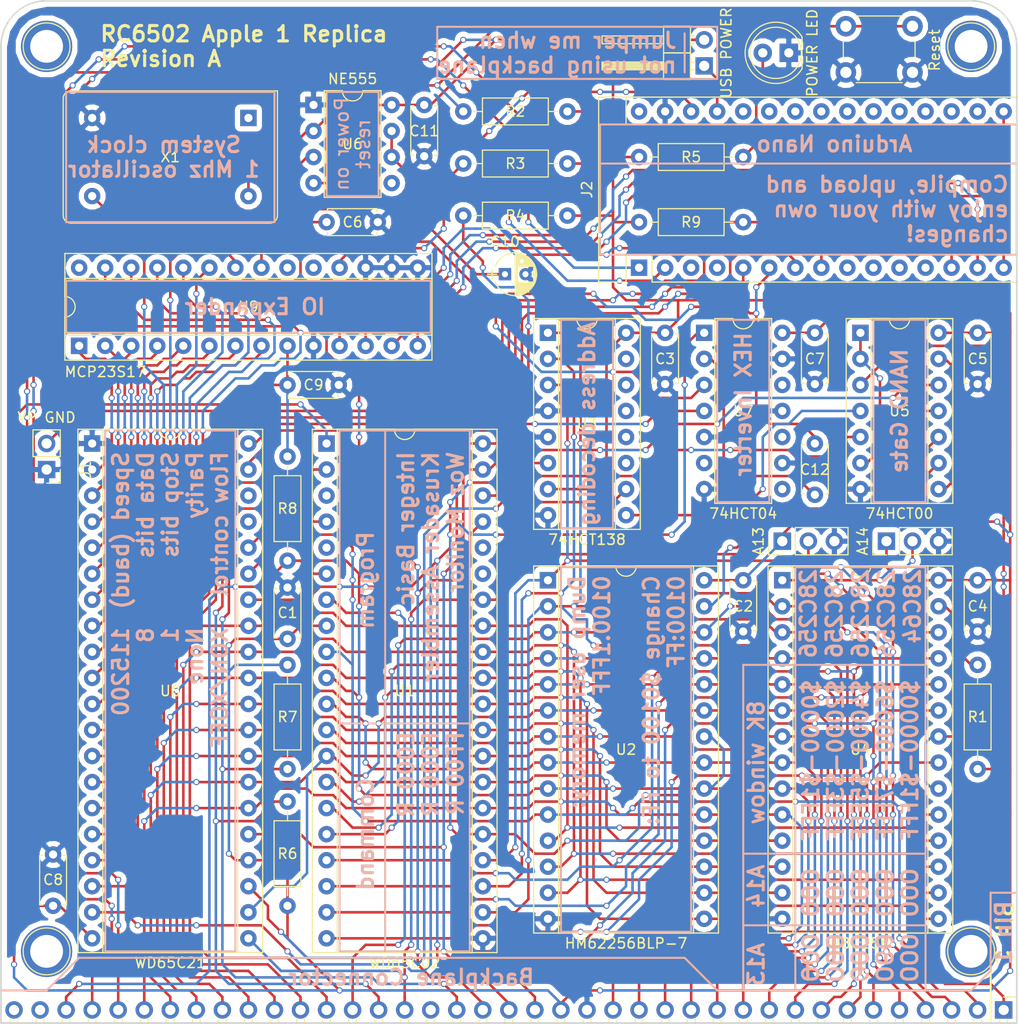
<source format=kicad_pcb>
(kicad_pcb (version 4) (host pcbnew 4.0.6)
  (layers (0 F.Cu signal hide) (31 B.Cu signal hide) (34 B.Paste user) (35 F.Paste user) (36 B.SilkS user) (37 F.SilkS user) (38 B.Mask user hide) (39 F.Mask user hide) (44 Edge.Cuts user))
  (net 0 "")
  (net 1 GND)
  (net 2 OUT_DA)
  (net 3 VCC)
  (net 4 "Net-(D1-Pad2)")
  (net 5 "Net-(J1-Pad2)")
  (net 6 TX)
  (net 7 RX)
  (net 8 KBD_READY)
  (net 9 KBD_STROBE)
  (net 10 OUT_RDA)
  (net 11 P_RESET)
  (net 12 "Net-(J2-Pad13)")
  (net 13 "Net-(J2-Pad14)")
  (net 14 "Net-(J2-Pad15)")
  (net 15 "Net-(J2-Pad16)")
  (net 16 A15)
  (net 17 A14)
  (net 18 A13)
  (net 19 A12)
  (net 20 A11)
  (net 21 A10)
  (net 22 A9)
  (net 23 A8)
  (net 24 A7)
  (net 25 A6)
  (net 26 A5)
  (net 27 A4)
  (net 28 A3)
  (net 29 A2)
  (net 30 A1)
  (net 31 A0)
  (net 32 PHI2)
  (net 33 RESET)
  (net 34 CLOCK)
  (net 35 IRQ)
  (net 36 RW)
  (net 37 RDY)
  (net 38 SYNC)
  (net 39 D0)
  (net 40 D1)
  (net 41 D2)
  (net 42 D3)
  (net 43 D4)
  (net 44 D5)
  (net 45 D6)
  (net 46 D7)
  (net 47 NMI)
  (net 48 A13_W)
  (net 49 A14_W)
  (net 50 "Net-(R1-Pad1)")
  (net 51 CS_PIA)
  (net 52 CS_ROM)
  (net 53 "Net-(U5-Pad1)")
  (net 54 KBD_D0)
  (net 55 KBD_D1)
  (net 56 KBD_D2)
  (net 57 KBD_D3)
  (net 58 KBD_D4)
  (net 59 KBD_D5)
  (net 60 KBD_D6)
  (net 61 KBD_D7)
  (net 62 OUT_D0)
  (net 63 OUT_D1)
  (net 64 OUT_D2)
  (net 65 OUT_D3)
  (net 66 OUT_D4)
  (net 67 OUT_D5)
  (net 68 OUT_D6)
  (net 69 "Net-(U2-Pad27)")
  (net 70 "Net-(U3-Pad9)")
  (net 71 "Net-(U3-Pad7)")
  (net 72 "Net-(U5-Pad13)")
  (net 73 "Net-(U6-Pad3)")
  (net 74 "Net-(U7-Pad1)")
  (net 75 "Net-(C6-Pad1)")
  (net 76 "Net-(C10-Pad1)")
  (net 77 "Net-(C12-Pad2)")
  (net 78 "Net-(J2-Pad27)")
  (module Housings_DIP:DIP-40_W15.24mm_Socket (layer F.Cu) (at 147.955 82.55)
    (fp_text reference U1 (at 7.62 24.13) (layer F.SilkS))
    (fp_text value WD65C02 (at 7.62 50.65) (layer F.SilkS))
    (pad 1 thru_hole rect (at 0 0) (size 1.6 1.6) (drill 0.8) (layers *.Cu *.Mask) (net 5 "Net-(J1-Pad2)"))
    (pad 21 thru_hole oval (at 15.24 48.26) (size 1.6 1.6) (drill 0.8) (layers *.Cu *.Mask) (net 1 GND))
    (pad 2 thru_hole oval (at 0 2.54) (size 1.6 1.6) (drill 0.8) (layers *.Cu *.Mask) (net 37 RDY))
    (pad 22 thru_hole oval (at 15.24 45.72) (size 1.6 1.6) (drill 0.8) (layers *.Cu *.Mask) (net 19 A12))
    (pad 3 thru_hole oval (at 0 5.08) (size 1.6 1.6) (drill 0.8) (layers *.Cu *.Mask))
    (pad 23 thru_hole oval (at 15.24 43.18) (size 1.6 1.6) (drill 0.8) (layers *.Cu *.Mask) (net 18 A13))
    (pad 4 thru_hole oval (at 0 7.62) (size 1.6 1.6) (drill 0.8) (layers *.Cu *.Mask) (net 35 IRQ))
    (pad 24 thru_hole oval (at 15.24 40.64) (size 1.6 1.6) (drill 0.8) (layers *.Cu *.Mask) (net 17 A14))
    (pad 5 thru_hole oval (at 0 10.16) (size 1.6 1.6) (drill 0.8) (layers *.Cu *.Mask))
    (pad 25 thru_hole oval (at 15.24 38.1) (size 1.6 1.6) (drill 0.8) (layers *.Cu *.Mask) (net 16 A15))
    (pad 6 thru_hole oval (at 0 12.7) (size 1.6 1.6) (drill 0.8) (layers *.Cu *.Mask) (net 47 NMI))
    (pad 26 thru_hole oval (at 15.24 35.56) (size 1.6 1.6) (drill 0.8) (layers *.Cu *.Mask) (net 46 D7))
    (pad 7 thru_hole oval (at 0 15.24) (size 1.6 1.6) (drill 0.8) (layers *.Cu *.Mask) (net 38 SYNC))
    (pad 27 thru_hole oval (at 15.24 33.02) (size 1.6 1.6) (drill 0.8) (layers *.Cu *.Mask) (net 45 D6))
    (pad 8 thru_hole oval (at 0 17.78) (size 1.6 1.6) (drill 0.8) (layers *.Cu *.Mask) (net 3 VCC))
    (pad 28 thru_hole oval (at 15.24 30.48) (size 1.6 1.6) (drill 0.8) (layers *.Cu *.Mask) (net 44 D5))
    (pad 9 thru_hole oval (at 0 20.32) (size 1.6 1.6) (drill 0.8) (layers *.Cu *.Mask) (net 31 A0))
    (pad 29 thru_hole oval (at 15.24 27.94) (size 1.6 1.6) (drill 0.8) (layers *.Cu *.Mask) (net 43 D4))
    (pad 10 thru_hole oval (at 0 22.86) (size 1.6 1.6) (drill 0.8) (layers *.Cu *.Mask) (net 30 A1))
    (pad 30 thru_hole oval (at 15.24 25.4) (size 1.6 1.6) (drill 0.8) (layers *.Cu *.Mask) (net 42 D3))
    (pad 11 thru_hole oval (at 0 25.4) (size 1.6 1.6) (drill 0.8) (layers *.Cu *.Mask) (net 29 A2))
    (pad 31 thru_hole oval (at 15.24 22.86) (size 1.6 1.6) (drill 0.8) (layers *.Cu *.Mask) (net 41 D2))
    (pad 12 thru_hole oval (at 0 27.94) (size 1.6 1.6) (drill 0.8) (layers *.Cu *.Mask) (net 28 A3))
    (pad 32 thru_hole oval (at 15.24 20.32) (size 1.6 1.6) (drill 0.8) (layers *.Cu *.Mask) (net 40 D1))
    (pad 13 thru_hole oval (at 0 30.48) (size 1.6 1.6) (drill 0.8) (layers *.Cu *.Mask) (net 27 A4))
    (pad 33 thru_hole oval (at 15.24 17.78) (size 1.6 1.6) (drill 0.8) (layers *.Cu *.Mask) (net 39 D0))
    (pad 14 thru_hole oval (at 0 33.02) (size 1.6 1.6) (drill 0.8) (layers *.Cu *.Mask) (net 26 A5))
    (pad 34 thru_hole oval (at 15.24 15.24) (size 1.6 1.6) (drill 0.8) (layers *.Cu *.Mask) (net 36 RW))
    (pad 15 thru_hole oval (at 0 35.56) (size 1.6 1.6) (drill 0.8) (layers *.Cu *.Mask) (net 25 A6))
    (pad 35 thru_hole oval (at 15.24 12.7) (size 1.6 1.6) (drill 0.8) (layers *.Cu *.Mask))
    (pad 16 thru_hole oval (at 0 38.1) (size 1.6 1.6) (drill 0.8) (layers *.Cu *.Mask) (net 24 A7))
    (pad 36 thru_hole oval (at 15.24 10.16) (size 1.6 1.6) (drill 0.8) (layers *.Cu *.Mask))
    (pad 17 thru_hole oval (at 0 40.64) (size 1.6 1.6) (drill 0.8) (layers *.Cu *.Mask) (net 23 A8))
    (pad 37 thru_hole oval (at 15.24 7.62) (size 1.6 1.6) (drill 0.8) (layers *.Cu *.Mask) (net 34 CLOCK))
    (pad 18 thru_hole oval (at 0 43.18) (size 1.6 1.6) (drill 0.8) (layers *.Cu *.Mask) (net 22 A9))
    (pad 38 thru_hole oval (at 15.24 5.08) (size 1.6 1.6) (drill 0.8) (layers *.Cu *.Mask) (net 3 VCC))
    (pad 19 thru_hole oval (at 0 45.72) (size 1.6 1.6) (drill 0.8) (layers *.Cu *.Mask) (net 21 A10))
    (pad 39 thru_hole oval (at 15.24 2.54) (size 1.6 1.6) (drill 0.8) (layers *.Cu *.Mask) (net 32 PHI2))
    (pad 20 thru_hole oval (at 0 48.26) (size 1.6 1.6) (drill 0.8) (layers *.Cu *.Mask) (net 20 A11))
    (pad 40 thru_hole oval (at 15.24 0) (size 1.6 1.6) (drill 0.8) (layers *.Cu *.Mask) (net 33 RESET))
  )
  (module Capacitors_THT:C_Disc_D4.7mm_W2.5mm_P5.00mm (layer F.Cu) (at 144.145 101.6 90)
    (fp_text reference C1 (at 2.54 0 180) (layer F.SilkS))
    (fp_text value 100nF)
    (pad 1 thru_hole circle (at 0 0 90) (size 1.6 1.6) (drill 0.8) (layers *.Cu *.Mask) (net 3 VCC))
    (pad 2 thru_hole circle (at 5 0 90) (size 1.6 1.6) (drill 0.8) (layers *.Cu *.Mask) (net 1 GND))
  )
  (module Capacitors_THT:C_Disc_D4.7mm_W2.5mm_P5.00mm (layer F.Cu) (at 188.595 95.885 270)
    (fp_text reference C2 (at 2.54 0 360) (layer F.SilkS))
    (fp_text value 100nF)
    (pad 1 thru_hole circle (at 0 0 270) (size 1.6 1.6) (drill 0.8) (layers *.Cu *.Mask) (net 3 VCC))
    (pad 2 thru_hole circle (at 5 0 270) (size 1.6 1.6) (drill 0.8) (layers *.Cu *.Mask) (net 1 GND))
  )
  (module Capacitors_THT:C_Disc_D4.7mm_W2.5mm_P5.00mm (layer F.Cu) (at 211.455 95.885 270)
    (fp_text reference C4 (at 2.54 0 360) (layer F.SilkS))
    (fp_text value 100nF)
    (pad 1 thru_hole circle (at 0 0 270) (size 1.6 1.6) (drill 0.8) (layers *.Cu *.Mask) (net 3 VCC))
    (pad 2 thru_hole circle (at 5 0 270) (size 1.6 1.6) (drill 0.8) (layers *.Cu *.Mask) (net 1 GND))
  )
  (module Capacitors_THT:C_Disc_D4.7mm_W2.5mm_P5.00mm (layer F.Cu) (at 211.455 71.755 270)
    (fp_text reference C5 (at 2.54 0 360) (layer F.SilkS))
    (fp_text value 100nF)
    (pad 1 thru_hole circle (at 0 0 270) (size 1.6 1.6) (drill 0.8) (layers *.Cu *.Mask) (net 3 VCC))
    (pad 2 thru_hole circle (at 5 0 270) (size 1.6 1.6) (drill 0.8) (layers *.Cu *.Mask) (net 1 GND))
  )
  (module Capacitors_THT:C_Disc_D4.7mm_W2.5mm_P5.00mm (layer F.Cu) (at 147.955 60.96)
    (fp_text reference C6 (at 2.54 0) (layer F.SilkS))
    (fp_text value 100nF)
    (pad 1 thru_hole circle (at 0 0) (size 1.6 1.6) (drill 0.8) (layers *.Cu *.Mask) (net 75 "Net-(C6-Pad1)"))
    (pad 2 thru_hole circle (at 5 0) (size 1.6 1.6) (drill 0.8) (layers *.Cu *.Mask) (net 1 GND))
  )
  (module Capacitors_THT:C_Disc_D4.7mm_W2.5mm_P5.00mm (layer F.Cu) (at 195.58 71.755 270)
    (fp_text reference C7 (at 2.54 0 360) (layer F.SilkS))
    (fp_text value 100nF)
    (pad 1 thru_hole circle (at 0 0 270) (size 1.6 1.6) (drill 0.8) (layers *.Cu *.Mask) (net 3 VCC))
    (pad 2 thru_hole circle (at 5 0 270) (size 1.6 1.6) (drill 0.8) (layers *.Cu *.Mask) (net 1 GND))
  )
  (module Capacitors_THT:C_Disc_D4.7mm_W2.5mm_P5.00mm (layer F.Cu) (at 121.285 127.635 90)
    (fp_text reference C8 (at 2.54 0 180) (layer F.SilkS))
    (fp_text value 100nF)
    (pad 1 thru_hole circle (at 0 0 90) (size 1.6 1.6) (drill 0.8) (layers *.Cu *.Mask) (net 3 VCC))
    (pad 2 thru_hole circle (at 5 0 90) (size 1.6 1.6) (drill 0.8) (layers *.Cu *.Mask) (net 1 GND))
  )
  (module Capacitors_THT:C_Disc_D4.7mm_W2.5mm_P5.00mm (layer F.Cu) (at 144.145 76.835)
    (fp_text reference C9 (at 2.54 0) (layer F.SilkS))
    (fp_text value 100nF)
    (pad 1 thru_hole circle (at 0 0) (size 1.6 1.6) (drill 0.8) (layers *.Cu *.Mask) (net 3 VCC))
    (pad 2 thru_hole circle (at 5 0) (size 1.6 1.6) (drill 0.8) (layers *.Cu *.Mask) (net 1 GND))
  )
  (module Capacitors_THT:C_Disc_D4.7mm_W2.5mm_P5.00mm (layer F.Cu) (at 157.48 49.53 270)
    (fp_text reference C11 (at 2.54 0 360) (layer F.SilkS))
    (fp_text value 100nF)
    (pad 1 thru_hole circle (at 0 0 270) (size 1.6 1.6) (drill 0.8) (layers *.Cu *.Mask) (net 3 VCC))
    (pad 2 thru_hole circle (at 5 0 270) (size 1.6 1.6) (drill 0.8) (layers *.Cu *.Mask) (net 1 GND))
  )
  (module Modules:Arduino_Nano (layer F.Cu) (at 178.435 65.405 90)
    (fp_text reference J2 (at 7.62 -5.08 90) (layer F.SilkS))
    (fp_text value "Arduino Nano")
    (pad 1 thru_hole rect (at 0 0 90) (size 1.6 1.6) (drill 0.8) (layers *.Cu *.Mask) (net 6 TX))
    (pad 17 thru_hole oval (at 15.24 33.02 90) (size 1.6 1.6) (drill 0.8) (layers *.Cu *.Mask))
    (pad 2 thru_hole oval (at 0 2.54 90) (size 1.6 1.6) (drill 0.8) (layers *.Cu *.Mask) (net 7 RX))
    (pad 18 thru_hole oval (at 15.24 30.48 90) (size 1.6 1.6) (drill 0.8) (layers *.Cu *.Mask))
    (pad 3 thru_hole oval (at 0 5.08 90) (size 1.6 1.6) (drill 0.8) (layers *.Cu *.Mask))
    (pad 19 thru_hole oval (at 15.24 27.94 90) (size 1.6 1.6) (drill 0.8) (layers *.Cu *.Mask))
    (pad 4 thru_hole oval (at 0 7.62 90) (size 1.6 1.6) (drill 0.8) (layers *.Cu *.Mask))
    (pad 20 thru_hole oval (at 15.24 25.4 90) (size 1.6 1.6) (drill 0.8) (layers *.Cu *.Mask))
    (pad 5 thru_hole oval (at 0 10.16 90) (size 1.6 1.6) (drill 0.8) (layers *.Cu *.Mask) (net 8 KBD_READY))
    (pad 21 thru_hole oval (at 15.24 22.86 90) (size 1.6 1.6) (drill 0.8) (layers *.Cu *.Mask))
    (pad 6 thru_hole oval (at 0 12.7 90) (size 1.6 1.6) (drill 0.8) (layers *.Cu *.Mask) (net 2 OUT_DA))
    (pad 22 thru_hole oval (at 15.24 20.32 90) (size 1.6 1.6) (drill 0.8) (layers *.Cu *.Mask))
    (pad 7 thru_hole oval (at 0 15.24 90) (size 1.6 1.6) (drill 0.8) (layers *.Cu *.Mask) (net 9 KBD_STROBE))
    (pad 23 thru_hole oval (at 15.24 17.78 90) (size 1.6 1.6) (drill 0.8) (layers *.Cu *.Mask))
    (pad 8 thru_hole oval (at 0 17.78 90) (size 1.6 1.6) (drill 0.8) (layers *.Cu *.Mask) (net 10 OUT_RDA))
    (pad 24 thru_hole oval (at 15.24 15.24 90) (size 1.6 1.6) (drill 0.8) (layers *.Cu *.Mask))
    (pad 9 thru_hole oval (at 0 20.32 90) (size 1.6 1.6) (drill 0.8) (layers *.Cu *.Mask))
    (pad 25 thru_hole oval (at 15.24 12.7 90) (size 1.6 1.6) (drill 0.8) (layers *.Cu *.Mask))
    (pad 10 thru_hole oval (at 0 22.86 90) (size 1.6 1.6) (drill 0.8) (layers *.Cu *.Mask))
    (pad 26 thru_hole oval (at 15.24 10.16 90) (size 1.6 1.6) (drill 0.8) (layers *.Cu *.Mask))
    (pad 11 thru_hole oval (at 0 25.4 90) (size 1.6 1.6) (drill 0.8) (layers *.Cu *.Mask))
    (pad 27 thru_hole oval (at 15.24 7.62 90) (size 1.6 1.6) (drill 0.8) (layers *.Cu *.Mask) (net 78 "Net-(J2-Pad27)"))
    (pad 12 thru_hole oval (at 0 27.94 90) (size 1.6 1.6) (drill 0.8) (layers *.Cu *.Mask))
    (pad 28 thru_hole oval (at 15.24 5.08 90) (size 1.6 1.6) (drill 0.8) (layers *.Cu *.Mask) (net 11 P_RESET))
    (pad 13 thru_hole oval (at 0 30.48 90) (size 1.6 1.6) (drill 0.8) (layers *.Cu *.Mask) (net 12 "Net-(J2-Pad13)"))
    (pad 29 thru_hole oval (at 15.24 2.54 90) (size 1.6 1.6) (drill 0.8) (layers *.Cu *.Mask) (net 1 GND))
    (pad 14 thru_hole oval (at 0 33.02 90) (size 1.6 1.6) (drill 0.8) (layers *.Cu *.Mask) (net 13 "Net-(J2-Pad14)"))
    (pad 30 thru_hole oval (at 15.24 0 90) (size 1.6 1.6) (drill 0.8) (layers *.Cu *.Mask))
    (pad 15 thru_hole oval (at 0 35.56 90) (size 1.6 1.6) (drill 0.8) (layers *.Cu *.Mask) (net 14 "Net-(J2-Pad15)"))
    (pad 16 thru_hole oval (at 15.24 35.56 90) (size 1.6 1.6) (drill 0.8) (layers *.Cu *.Mask) (net 15 "Net-(J2-Pad16)"))
  )
  (module Pin_Headers:Pin_Header_Angled_1x39_Pitch2.54mm (layer F.Cu) (at 213.995 137.795 270)
    (fp_text reference J3 (at 4.315 -2.27 270) (layer F.SilkS))
    (fp_text value Backplane)
    (pad 1 thru_hole rect (at 0 0 270) (size 1.7 1.7) (drill 1) (layers *.Cu *.Mask) (net 16 A15))
    (pad 2 thru_hole oval (at 0 2.54 270) (size 1.7 1.7) (drill 1) (layers *.Cu *.Mask) (net 17 A14))
    (pad 3 thru_hole oval (at 0 5.08 270) (size 1.7 1.7) (drill 1) (layers *.Cu *.Mask) (net 18 A13))
    (pad 4 thru_hole oval (at 0 7.62 270) (size 1.7 1.7) (drill 1) (layers *.Cu *.Mask) (net 19 A12))
    (pad 5 thru_hole oval (at 0 10.16 270) (size 1.7 1.7) (drill 1) (layers *.Cu *.Mask) (net 20 A11))
    (pad 6 thru_hole oval (at 0 12.7 270) (size 1.7 1.7) (drill 1) (layers *.Cu *.Mask) (net 21 A10))
    (pad 7 thru_hole oval (at 0 15.24 270) (size 1.7 1.7) (drill 1) (layers *.Cu *.Mask) (net 22 A9))
    (pad 8 thru_hole oval (at 0 17.78 270) (size 1.7 1.7) (drill 1) (layers *.Cu *.Mask) (net 23 A8))
    (pad 9 thru_hole oval (at 0 20.32 270) (size 1.7 1.7) (drill 1) (layers *.Cu *.Mask) (net 24 A7))
    (pad 10 thru_hole oval (at 0 22.86 270) (size 1.7 1.7) (drill 1) (layers *.Cu *.Mask) (net 25 A6))
    (pad 11 thru_hole oval (at 0 25.4 270) (size 1.7 1.7) (drill 1) (layers *.Cu *.Mask) (net 26 A5))
    (pad 12 thru_hole oval (at 0 27.94 270) (size 1.7 1.7) (drill 1) (layers *.Cu *.Mask) (net 27 A4))
    (pad 13 thru_hole oval (at 0 30.48 270) (size 1.7 1.7) (drill 1) (layers *.Cu *.Mask) (net 28 A3))
    (pad 14 thru_hole oval (at 0 33.02 270) (size 1.7 1.7) (drill 1) (layers *.Cu *.Mask) (net 29 A2))
    (pad 15 thru_hole oval (at 0 35.56 270) (size 1.7 1.7) (drill 1) (layers *.Cu *.Mask) (net 30 A1))
    (pad 16 thru_hole oval (at 0 38.1 270) (size 1.7 1.7) (drill 1) (layers *.Cu *.Mask) (net 31 A0))
    (pad 17 thru_hole oval (at 0 40.64 270) (size 1.7 1.7) (drill 1) (layers *.Cu *.Mask) (net 1 GND))
    (pad 18 thru_hole oval (at 0 43.18 270) (size 1.7 1.7) (drill 1) (layers *.Cu *.Mask) (net 3 VCC))
    (pad 19 thru_hole oval (at 0 45.72 270) (size 1.7 1.7) (drill 1) (layers *.Cu *.Mask) (net 32 PHI2))
    (pad 20 thru_hole oval (at 0 48.26 270) (size 1.7 1.7) (drill 1) (layers *.Cu *.Mask) (net 33 RESET))
    (pad 21 thru_hole oval (at 0 50.8 270) (size 1.7 1.7) (drill 1) (layers *.Cu *.Mask) (net 34 CLOCK))
    (pad 22 thru_hole oval (at 0 53.34 270) (size 1.7 1.7) (drill 1) (layers *.Cu *.Mask) (net 35 IRQ))
    (pad 23 thru_hole oval (at 0 55.88 270) (size 1.7 1.7) (drill 1) (layers *.Cu *.Mask))
    (pad 24 thru_hole oval (at 0 58.42 270) (size 1.7 1.7) (drill 1) (layers *.Cu *.Mask) (net 36 RW))
    (pad 25 thru_hole oval (at 0 60.96 270) (size 1.7 1.7) (drill 1) (layers *.Cu *.Mask) (net 37 RDY))
    (pad 26 thru_hole oval (at 0 63.5 270) (size 1.7 1.7) (drill 1) (layers *.Cu *.Mask) (net 38 SYNC))
    (pad 27 thru_hole oval (at 0 66.04 270) (size 1.7 1.7) (drill 1) (layers *.Cu *.Mask) (net 39 D0))
    (pad 28 thru_hole oval (at 0 68.58 270) (size 1.7 1.7) (drill 1) (layers *.Cu *.Mask) (net 40 D1))
    (pad 29 thru_hole oval (at 0 71.12 270) (size 1.7 1.7) (drill 1) (layers *.Cu *.Mask) (net 41 D2))
    (pad 30 thru_hole oval (at 0 73.66 270) (size 1.7 1.7) (drill 1) (layers *.Cu *.Mask) (net 42 D3))
    (pad 31 thru_hole oval (at 0 76.2 270) (size 1.7 1.7) (drill 1) (layers *.Cu *.Mask) (net 43 D4))
    (pad 32 thru_hole oval (at 0 78.74 270) (size 1.7 1.7) (drill 1) (layers *.Cu *.Mask) (net 44 D5))
    (pad 33 thru_hole oval (at 0 81.28 270) (size 1.7 1.7) (drill 1) (layers *.Cu *.Mask) (net 45 D6))
    (pad 34 thru_hole oval (at 0 83.82 270) (size 1.7 1.7) (drill 1) (layers *.Cu *.Mask) (net 46 D7))
    (pad 35 thru_hole oval (at 0 86.36 270) (size 1.7 1.7) (drill 1) (layers *.Cu *.Mask) (net 6 TX))
    (pad 36 thru_hole oval (at 0 88.9 270) (size 1.7 1.7) (drill 1) (layers *.Cu *.Mask) (net 7 RX))
    (pad 37 thru_hole oval (at 0 91.44 270) (size 1.7 1.7) (drill 1) (layers *.Cu *.Mask) (net 47 NMI))
    (pad 38 thru_hole oval (at 0 93.98 270) (size 1.7 1.7) (drill 1) (layers *.Cu *.Mask))
    (pad 39 thru_hole oval (at 0 96.52 270) (size 1.7 1.7) (drill 1) (layers *.Cu *.Mask))
  )
  (module Resistors_THT:R_Axial_DIN0207_L6.3mm_D2.5mm_P10.16mm_Horizontal (layer F.Cu) (at 211.455 104.14 270)
    (fp_text reference R1 (at 5.08 0 360) (layer F.SilkS))
    (fp_text value 3.3k)
    (pad 1 thru_hole circle (at 0 0 270) (size 1.6 1.6) (drill 0.8) (layers *.Cu *.Mask) (net 50 "Net-(R1-Pad1)"))
    (pad 2 thru_hole oval (at 10.16 0 270) (size 1.6 1.6) (drill 0.8) (layers *.Cu *.Mask) (net 3 VCC))
  )
  (module Resistors_THT:R_Axial_DIN0207_L6.3mm_D2.5mm_P10.16mm_Horizontal (layer F.Cu) (at 171.45 50.165 180)
    (fp_text reference R2 (at 5.08 0 180) (layer F.SilkS))
    (fp_text value 1M)
    (pad 1 thru_hole circle (at 0 0 180) (size 1.6 1.6) (drill 0.8) (layers *.Cu *.Mask) (net 3 VCC))
    (pad 2 thru_hole oval (at 10.16 0 180) (size 1.6 1.6) (drill 0.8) (layers *.Cu *.Mask) (net 75 "Net-(C6-Pad1)"))
  )
  (module Resistors_THT:R_Axial_DIN0207_L6.3mm_D2.5mm_P10.16mm_Horizontal (layer F.Cu) (at 171.45 55.245 180)
    (fp_text reference R3 (at 5.08 0 180) (layer F.SilkS))
    (fp_text value 47k)
    (pad 1 thru_hole circle (at 0 0 180) (size 1.6 1.6) (drill 0.8) (layers *.Cu *.Mask) (net 3 VCC))
    (pad 2 thru_hole oval (at 10.16 0 180) (size 1.6 1.6) (drill 0.8) (layers *.Cu *.Mask) (net 76 "Net-(C10-Pad1)"))
  )
  (module Resistors_THT:R_Axial_DIN0207_L6.3mm_D2.5mm_P10.16mm_Horizontal (layer F.Cu) (at 161.29 60.325)
    (fp_text reference R4 (at 5.08 0) (layer F.SilkS))
    (fp_text value 1k)
    (pad 1 thru_hole circle (at 0 0) (size 1.6 1.6) (drill 0.8) (layers *.Cu *.Mask) (net 33 RESET))
    (pad 2 thru_hole oval (at 10.16 0) (size 1.6 1.6) (drill 0.8) (layers *.Cu *.Mask) (net 3 VCC))
  )
  (module Resistors_THT:R_Axial_DIN0207_L6.3mm_D2.5mm_P10.16mm_Horizontal (layer F.Cu) (at 178.435 54.61)
    (fp_text reference R5 (at 5.08 0) (layer F.SilkS))
    (fp_text value 330)
    (pad 1 thru_hole circle (at 0 0) (size 1.6 1.6) (drill 0.8) (layers *.Cu *.Mask) (net 3 VCC))
    (pad 2 thru_hole oval (at 10.16 0) (size 1.6 1.6) (drill 0.8) (layers *.Cu *.Mask) (net 4 "Net-(D1-Pad2)"))
  )
  (module Resistors_THT:R_Axial_DIN0207_L6.3mm_D2.5mm_P10.16mm_Horizontal (layer F.Cu) (at 144.145 117.475 270)
    (fp_text reference R6 (at 5.08 0 360) (layer F.SilkS))
    (fp_text value 3.3k)
    (pad 1 thru_hole circle (at 0 0 270) (size 1.6 1.6) (drill 0.8) (layers *.Cu *.Mask) (net 37 RDY))
    (pad 2 thru_hole oval (at 10.16 0 270) (size 1.6 1.6) (drill 0.8) (layers *.Cu *.Mask) (net 3 VCC))
  )
  (module Resistors_THT:R_Axial_DIN0207_L6.3mm_D2.5mm_P10.16mm_Horizontal (layer F.Cu) (at 144.145 114.3 90)
    (fp_text reference R7 (at 5.08 0 180) (layer F.SilkS))
    (fp_text value 3.3k)
    (pad 1 thru_hole circle (at 0 0 90) (size 1.6 1.6) (drill 0.8) (layers *.Cu *.Mask) (net 35 IRQ))
    (pad 2 thru_hole oval (at 10.16 0 90) (size 1.6 1.6) (drill 0.8) (layers *.Cu *.Mask) (net 3 VCC))
  )
  (module Resistors_THT:R_Axial_DIN0207_L6.3mm_D2.5mm_P10.16mm_Horizontal (layer F.Cu) (at 144.145 93.98 90)
    (fp_text reference R8 (at 5.08 0 180) (layer F.SilkS))
    (fp_text value 3.3k)
    (pad 1 thru_hole circle (at 0 0 90) (size 1.6 1.6) (drill 0.8) (layers *.Cu *.Mask) (net 47 NMI))
    (pad 2 thru_hole oval (at 10.16 0 90) (size 1.6 1.6) (drill 0.8) (layers *.Cu *.Mask) (net 3 VCC))
  )
  (module Resistors_THT:R_Axial_DIN0207_L6.3mm_D2.5mm_P10.16mm_Horizontal (layer F.Cu) (at 178.435 60.96)
    (fp_text reference R9 (at 5.08 0) (layer F.SilkS))
    (fp_text value 10k)
    (pad 1 thru_hole circle (at 0 0) (size 1.6 1.6) (drill 0.8) (layers *.Cu *.Mask) (net 3 VCC))
    (pad 2 thru_hole oval (at 10.16 0) (size 1.6 1.6) (drill 0.8) (layers *.Cu *.Mask) (net 12 "Net-(J2-Pad13)"))
  )
  (module Buttons_Switches_THT:SW_PUSH_6mm (layer F.Cu) (at 205.105 46.355 180)
    (fp_text reference SW1 (at 0 8.255 180) (layer F.SilkS))
    (fp_text value RESET)
    (pad 2 thru_hole circle (at 0 4.5 270) (size 2 2) (drill 1.1) (layers *.Cu *.Mask) (net 75 "Net-(C6-Pad1)"))
    (pad 1 thru_hole circle (at 0 0 270) (size 2 2) (drill 1.1) (layers *.Cu *.Mask) (net 1 GND))
    (pad 2 thru_hole circle (at 6.5 4.5 270) (size 2 2) (drill 1.1) (layers *.Cu *.Mask) (net 75 "Net-(C6-Pad1)"))
    (pad 1 thru_hole circle (at 6.5 0 270) (size 2 2) (drill 1.1) (layers *.Cu *.Mask) (net 1 GND))
  )
  (module Housings_DIP:DIP-28_W15.24mm_Socket (layer F.Cu) (at 169.545 95.885)
    (fp_text reference U2 (at 7.62 16.51) (layer F.SilkS))
    (fp_text value HM62256BLP-7 (at 7.62 35.41) (layer F.SilkS))
    (pad 1 thru_hole rect (at 0 0) (size 1.6 1.6) (drill 0.8) (layers *.Cu *.Mask) (net 17 A14))
    (pad 15 thru_hole oval (at 15.24 33.02) (size 1.6 1.6) (drill 0.8) (layers *.Cu *.Mask) (net 42 D3))
    (pad 2 thru_hole oval (at 0 2.54) (size 1.6 1.6) (drill 0.8) (layers *.Cu *.Mask) (net 19 A12))
    (pad 16 thru_hole oval (at 15.24 30.48) (size 1.6 1.6) (drill 0.8) (layers *.Cu *.Mask) (net 43 D4))
    (pad 3 thru_hole oval (at 0 5.08) (size 1.6 1.6) (drill 0.8) (layers *.Cu *.Mask) (net 24 A7))
    (pad 17 thru_hole oval (at 15.24 27.94) (size 1.6 1.6) (drill 0.8) (layers *.Cu *.Mask) (net 44 D5))
    (pad 4 thru_hole oval (at 0 7.62) (size 1.6 1.6) (drill 0.8) (layers *.Cu *.Mask) (net 25 A6))
    (pad 18 thru_hole oval (at 15.24 25.4) (size 1.6 1.6) (drill 0.8) (layers *.Cu *.Mask) (net 45 D6))
    (pad 5 thru_hole oval (at 0 10.16) (size 1.6 1.6) (drill 0.8) (layers *.Cu *.Mask) (net 26 A5))
    (pad 19 thru_hole oval (at 15.24 22.86) (size 1.6 1.6) (drill 0.8) (layers *.Cu *.Mask) (net 46 D7))
    (pad 6 thru_hole oval (at 0 12.7) (size 1.6 1.6) (drill 0.8) (layers *.Cu *.Mask) (net 27 A4))
    (pad 20 thru_hole oval (at 15.24 20.32) (size 1.6 1.6) (drill 0.8) (layers *.Cu *.Mask) (net 16 A15))
    (pad 7 thru_hole oval (at 0 15.24) (size 1.6 1.6) (drill 0.8) (layers *.Cu *.Mask) (net 28 A3))
    (pad 21 thru_hole oval (at 15.24 17.78) (size 1.6 1.6) (drill 0.8) (layers *.Cu *.Mask) (net 21 A10))
    (pad 8 thru_hole oval (at 0 17.78) (size 1.6 1.6) (drill 0.8) (layers *.Cu *.Mask) (net 29 A2))
    (pad 22 thru_hole oval (at 15.24 15.24) (size 1.6 1.6) (drill 0.8) (layers *.Cu *.Mask) (net 16 A15))
    (pad 9 thru_hole oval (at 0 20.32) (size 1.6 1.6) (drill 0.8) (layers *.Cu *.Mask) (net 30 A1))
    (pad 23 thru_hole oval (at 15.24 12.7) (size 1.6 1.6) (drill 0.8) (layers *.Cu *.Mask) (net 20 A11))
    (pad 10 thru_hole oval (at 0 22.86) (size 1.6 1.6) (drill 0.8) (layers *.Cu *.Mask) (net 31 A0))
    (pad 24 thru_hole oval (at 15.24 10.16) (size 1.6 1.6) (drill 0.8) (layers *.Cu *.Mask) (net 22 A9))
    (pad 11 thru_hole oval (at 0 25.4) (size 1.6 1.6) (drill 0.8) (layers *.Cu *.Mask) (net 39 D0))
    (pad 25 thru_hole oval (at 15.24 7.62) (size 1.6 1.6) (drill 0.8) (layers *.Cu *.Mask) (net 23 A8))
    (pad 12 thru_hole oval (at 0 27.94) (size 1.6 1.6) (drill 0.8) (layers *.Cu *.Mask) (net 40 D1))
    (pad 26 thru_hole oval (at 15.24 5.08) (size 1.6 1.6) (drill 0.8) (layers *.Cu *.Mask) (net 18 A13))
    (pad 13 thru_hole oval (at 0 30.48) (size 1.6 1.6) (drill 0.8) (layers *.Cu *.Mask) (net 41 D2))
    (pad 27 thru_hole oval (at 15.24 2.54) (size 1.6 1.6) (drill 0.8) (layers *.Cu *.Mask) (net 69 "Net-(U2-Pad27)"))
    (pad 14 thru_hole oval (at 0 33.02) (size 1.6 1.6) (drill 0.8) (layers *.Cu *.Mask) (net 1 GND))
    (pad 28 thru_hole oval (at 15.24 0) (size 1.6 1.6) (drill 0.8) (layers *.Cu *.Mask) (net 3 VCC))
  )
  (module Housings_DIP:DIP-14_W7.62mm_Socket (layer F.Cu) (at 200.025 71.755)
    (fp_text reference U5 (at 3.81 7.62) (layer F.SilkS))
    (fp_text value 74HCT00 (at 3.81 17.63) (layer F.SilkS))
    (pad 1 thru_hole rect (at 0 0) (size 1.6 1.6) (drill 0.8) (layers *.Cu *.Mask) (net 53 "Net-(U5-Pad1)"))
    (pad 8 thru_hole oval (at 7.62 15.24) (size 1.6 1.6) (drill 0.8) (layers *.Cu *.Mask) (net 72 "Net-(U5-Pad13)"))
    (pad 2 thru_hole oval (at 0 2.54) (size 1.6 1.6) (drill 0.8) (layers *.Cu *.Mask) (net 53 "Net-(U5-Pad1)"))
    (pad 9 thru_hole oval (at 7.62 12.7) (size 1.6 1.6) (drill 0.8) (layers *.Cu *.Mask) (net 36 RW))
    (pad 3 thru_hole oval (at 0 5.08) (size 1.6 1.6) (drill 0.8) (layers *.Cu *.Mask) (net 52 CS_ROM))
    (pad 10 thru_hole oval (at 7.62 10.16) (size 1.6 1.6) (drill 0.8) (layers *.Cu *.Mask) (net 36 RW))
    (pad 4 thru_hole oval (at 0 7.62) (size 1.6 1.6) (drill 0.8) (layers *.Cu *.Mask) (net 70 "Net-(U3-Pad9)"))
    (pad 11 thru_hole oval (at 7.62 7.62) (size 1.6 1.6) (drill 0.8) (layers *.Cu *.Mask) (net 69 "Net-(U2-Pad27)"))
    (pad 5 thru_hole oval (at 0 10.16) (size 1.6 1.6) (drill 0.8) (layers *.Cu *.Mask) (net 71 "Net-(U3-Pad7)"))
    (pad 12 thru_hole oval (at 7.62 5.08) (size 1.6 1.6) (drill 0.8) (layers *.Cu *.Mask) (net 32 PHI2))
    (pad 6 thru_hole oval (at 0 12.7) (size 1.6 1.6) (drill 0.8) (layers *.Cu *.Mask) (net 53 "Net-(U5-Pad1)"))
    (pad 13 thru_hole oval (at 7.62 2.54) (size 1.6 1.6) (drill 0.8) (layers *.Cu *.Mask) (net 72 "Net-(U5-Pad13)"))
    (pad 7 thru_hole oval (at 0 15.24) (size 1.6 1.6) (drill 0.8) (layers *.Cu *.Mask) (net 1 GND))
    (pad 14 thru_hole oval (at 7.62 0) (size 1.6 1.6) (drill 0.8) (layers *.Cu *.Mask) (net 3 VCC))
  )
  (module Housings_DIP:DIP-14_W7.62mm (layer F.Cu) (at 184.785 71.755)
    (fp_text reference U7 (at 3.81 7.62) (layer F.SilkS))
    (fp_text value 74HCT04 (at 3.81 17.63) (layer F.SilkS))
    (pad 1 thru_hole rect (at 0 0) (size 1.6 1.6) (drill 0.8) (layers *.Cu *.Mask) (net 74 "Net-(U7-Pad1)"))
    (pad 8 thru_hole oval (at 7.62 15.24) (size 1.6 1.6) (drill 0.8) (layers *.Cu *.Mask))
    (pad 2 thru_hole oval (at 0 2.54) (size 1.6 1.6) (drill 0.8) (layers *.Cu *.Mask) (net 77 "Net-(C12-Pad2)"))
    (pad 9 thru_hole oval (at 7.62 12.7) (size 1.6 1.6) (drill 0.8) (layers *.Cu *.Mask) (net 1 GND))
    (pad 3 thru_hole oval (at 0 5.08) (size 1.6 1.6) (drill 0.8) (layers *.Cu *.Mask) (net 73 "Net-(U6-Pad3)"))
    (pad 10 thru_hole oval (at 7.62 10.16) (size 1.6 1.6) (drill 0.8) (layers *.Cu *.Mask))
    (pad 4 thru_hole oval (at 0 7.62) (size 1.6 1.6) (drill 0.8) (layers *.Cu *.Mask) (net 33 RESET))
    (pad 11 thru_hole oval (at 7.62 7.62) (size 1.6 1.6) (drill 0.8) (layers *.Cu *.Mask) (net 1 GND))
    (pad 5 thru_hole oval (at 0 10.16) (size 1.6 1.6) (drill 0.8) (layers *.Cu *.Mask) (net 1 GND))
    (pad 12 thru_hole oval (at 7.62 5.08) (size 1.6 1.6) (drill 0.8) (layers *.Cu *.Mask))
    (pad 6 thru_hole oval (at 0 12.7) (size 1.6 1.6) (drill 0.8) (layers *.Cu *.Mask))
    (pad 13 thru_hole oval (at 7.62 2.54) (size 1.6 1.6) (drill 0.8) (layers *.Cu *.Mask) (net 1 GND))
    (pad 7 thru_hole oval (at 0 15.24) (size 1.6 1.6) (drill 0.8) (layers *.Cu *.Mask) (net 1 GND))
    (pad 14 thru_hole oval (at 7.62 0) (size 1.6 1.6) (drill 0.8) (layers *.Cu *.Mask) (net 3 VCC))
  )
  (module Housings_DIP:DIP-40_W15.24mm_Socket (layer F.Cu) (at 125.095 82.55)
    (fp_text reference U8 (at 7.62 24.13) (layer F.SilkS))
    (fp_text value WD65C21 (at 7.62 50.65) (layer F.SilkS))
    (pad 1 thru_hole rect (at 0 0) (size 1.6 1.6) (drill 0.8) (layers *.Cu *.Mask) (net 1 GND))
    (pad 21 thru_hole oval (at 15.24 48.26) (size 1.6 1.6) (drill 0.8) (layers *.Cu *.Mask) (net 36 RW))
    (pad 2 thru_hole oval (at 0 2.54) (size 1.6 1.6) (drill 0.8) (layers *.Cu *.Mask) (net 54 KBD_D0))
    (pad 22 thru_hole oval (at 15.24 45.72) (size 1.6 1.6) (drill 0.8) (layers *.Cu *.Mask) (net 27 A4))
    (pad 3 thru_hole oval (at 0 5.08) (size 1.6 1.6) (drill 0.8) (layers *.Cu *.Mask) (net 55 KBD_D1))
    (pad 23 thru_hole oval (at 15.24 43.18) (size 1.6 1.6) (drill 0.8) (layers *.Cu *.Mask) (net 51 CS_PIA))
    (pad 4 thru_hole oval (at 0 7.62) (size 1.6 1.6) (drill 0.8) (layers *.Cu *.Mask) (net 56 KBD_D2))
    (pad 24 thru_hole oval (at 15.24 40.64) (size 1.6 1.6) (drill 0.8) (layers *.Cu *.Mask) (net 3 VCC))
    (pad 5 thru_hole oval (at 0 10.16) (size 1.6 1.6) (drill 0.8) (layers *.Cu *.Mask) (net 57 KBD_D3))
    (pad 25 thru_hole oval (at 15.24 38.1) (size 1.6 1.6) (drill 0.8) (layers *.Cu *.Mask) (net 32 PHI2))
    (pad 6 thru_hole oval (at 0 12.7) (size 1.6 1.6) (drill 0.8) (layers *.Cu *.Mask) (net 58 KBD_D4))
    (pad 26 thru_hole oval (at 15.24 35.56) (size 1.6 1.6) (drill 0.8) (layers *.Cu *.Mask) (net 46 D7))
    (pad 7 thru_hole oval (at 0 15.24) (size 1.6 1.6) (drill 0.8) (layers *.Cu *.Mask) (net 59 KBD_D5))
    (pad 27 thru_hole oval (at 15.24 33.02) (size 1.6 1.6) (drill 0.8) (layers *.Cu *.Mask) (net 45 D6))
    (pad 8 thru_hole oval (at 0 17.78) (size 1.6 1.6) (drill 0.8) (layers *.Cu *.Mask) (net 60 KBD_D6))
    (pad 28 thru_hole oval (at 15.24 30.48) (size 1.6 1.6) (drill 0.8) (layers *.Cu *.Mask) (net 44 D5))
    (pad 9 thru_hole oval (at 0 20.32) (size 1.6 1.6) (drill 0.8) (layers *.Cu *.Mask) (net 61 KBD_D7))
    (pad 29 thru_hole oval (at 15.24 27.94) (size 1.6 1.6) (drill 0.8) (layers *.Cu *.Mask) (net 43 D4))
    (pad 10 thru_hole oval (at 0 22.86) (size 1.6 1.6) (drill 0.8) (layers *.Cu *.Mask) (net 62 OUT_D0))
    (pad 30 thru_hole oval (at 15.24 25.4) (size 1.6 1.6) (drill 0.8) (layers *.Cu *.Mask) (net 42 D3))
    (pad 11 thru_hole oval (at 0 25.4) (size 1.6 1.6) (drill 0.8) (layers *.Cu *.Mask) (net 63 OUT_D1))
    (pad 31 thru_hole oval (at 15.24 22.86) (size 1.6 1.6) (drill 0.8) (layers *.Cu *.Mask) (net 41 D2))
    (pad 12 thru_hole oval (at 0 27.94) (size 1.6 1.6) (drill 0.8) (layers *.Cu *.Mask) (net 64 OUT_D2))
    (pad 32 thru_hole oval (at 15.24 20.32) (size 1.6 1.6) (drill 0.8) (layers *.Cu *.Mask) (net 40 D1))
    (pad 13 thru_hole oval (at 0 30.48) (size 1.6 1.6) (drill 0.8) (layers *.Cu *.Mask) (net 65 OUT_D3))
    (pad 33 thru_hole oval (at 15.24 17.78) (size 1.6 1.6) (drill 0.8) (layers *.Cu *.Mask) (net 39 D0))
    (pad 14 thru_hole oval (at 0 33.02) (size 1.6 1.6) (drill 0.8) (layers *.Cu *.Mask) (net 66 OUT_D4))
    (pad 34 thru_hole oval (at 15.24 15.24) (size 1.6 1.6) (drill 0.8) (layers *.Cu *.Mask) (net 33 RESET))
    (pad 15 thru_hole oval (at 0 35.56) (size 1.6 1.6) (drill 0.8) (layers *.Cu *.Mask) (net 67 OUT_D5))
    (pad 35 thru_hole oval (at 15.24 12.7) (size 1.6 1.6) (drill 0.8) (layers *.Cu *.Mask) (net 30 A1))
    (pad 16 thru_hole oval (at 0 38.1) (size 1.6 1.6) (drill 0.8) (layers *.Cu *.Mask) (net 68 OUT_D6))
    (pad 36 thru_hole oval (at 15.24 10.16) (size 1.6 1.6) (drill 0.8) (layers *.Cu *.Mask) (net 31 A0))
    (pad 17 thru_hole oval (at 0 40.64) (size 1.6 1.6) (drill 0.8) (layers *.Cu *.Mask) (net 2 OUT_DA))
    (pad 37 thru_hole oval (at 15.24 7.62) (size 1.6 1.6) (drill 0.8) (layers *.Cu *.Mask))
    (pad 18 thru_hole oval (at 0 43.18) (size 1.6 1.6) (drill 0.8) (layers *.Cu *.Mask) (net 10 OUT_RDA))
    (pad 38 thru_hole oval (at 15.24 5.08) (size 1.6 1.6) (drill 0.8) (layers *.Cu *.Mask))
    (pad 19 thru_hole oval (at 0 45.72) (size 1.6 1.6) (drill 0.8) (layers *.Cu *.Mask) (net 74 "Net-(U7-Pad1)"))
    (pad 39 thru_hole oval (at 15.24 2.54) (size 1.6 1.6) (drill 0.8) (layers *.Cu *.Mask) (net 8 KBD_READY))
    (pad 20 thru_hole oval (at 0 48.26) (size 1.6 1.6) (drill 0.8) (layers *.Cu *.Mask) (net 3 VCC))
    (pad 40 thru_hole oval (at 15.24 0) (size 1.6 1.6) (drill 0.8) (layers *.Cu *.Mask) (net 9 KBD_STROBE))
  )
  (module Housings_DIP:DIP-28_W7.62mm_Socket (layer F.Cu) (at 123.825 73.025 90)
    (fp_text reference U9 (at 3.81 16.51 180) (layer F.SilkS))
    (fp_text value MCP23S17 (at -2.54 2.54 180) (layer F.SilkS))
    (pad 1 thru_hole rect (at 0 0 90) (size 1.6 1.6) (drill 0.8) (layers *.Cu *.Mask) (net 54 KBD_D0))
    (pad 15 thru_hole oval (at 7.62 33.02 90) (size 1.6 1.6) (drill 0.8) (layers *.Cu *.Mask) (net 1 GND))
    (pad 2 thru_hole oval (at 0 2.54 90) (size 1.6 1.6) (drill 0.8) (layers *.Cu *.Mask) (net 55 KBD_D1))
    (pad 16 thru_hole oval (at 7.62 30.48 90) (size 1.6 1.6) (drill 0.8) (layers *.Cu *.Mask) (net 1 GND))
    (pad 3 thru_hole oval (at 0 5.08 90) (size 1.6 1.6) (drill 0.8) (layers *.Cu *.Mask) (net 56 KBD_D2))
    (pad 17 thru_hole oval (at 7.62 27.94 90) (size 1.6 1.6) (drill 0.8) (layers *.Cu *.Mask) (net 1 GND))
    (pad 4 thru_hole oval (at 0 7.62 90) (size 1.6 1.6) (drill 0.8) (layers *.Cu *.Mask) (net 57 KBD_D3))
    (pad 18 thru_hole oval (at 7.62 25.4 90) (size 1.6 1.6) (drill 0.8) (layers *.Cu *.Mask) (net 11 P_RESET))
    (pad 5 thru_hole oval (at 0 10.16 90) (size 1.6 1.6) (drill 0.8) (layers *.Cu *.Mask) (net 58 KBD_D4))
    (pad 19 thru_hole oval (at 7.62 22.86 90) (size 1.6 1.6) (drill 0.8) (layers *.Cu *.Mask))
    (pad 6 thru_hole oval (at 0 12.7 90) (size 1.6 1.6) (drill 0.8) (layers *.Cu *.Mask) (net 59 KBD_D5))
    (pad 20 thru_hole oval (at 7.62 20.32 90) (size 1.6 1.6) (drill 0.8) (layers *.Cu *.Mask))
    (pad 7 thru_hole oval (at 0 15.24 90) (size 1.6 1.6) (drill 0.8) (layers *.Cu *.Mask) (net 60 KBD_D6))
    (pad 21 thru_hole oval (at 7.62 17.78 90) (size 1.6 1.6) (drill 0.8) (layers *.Cu *.Mask) (net 62 OUT_D0))
    (pad 8 thru_hole oval (at 0 17.78 90) (size 1.6 1.6) (drill 0.8) (layers *.Cu *.Mask) (net 61 KBD_D7))
    (pad 22 thru_hole oval (at 7.62 15.24 90) (size 1.6 1.6) (drill 0.8) (layers *.Cu *.Mask) (net 63 OUT_D1))
    (pad 9 thru_hole oval (at 0 20.32 90) (size 1.6 1.6) (drill 0.8) (layers *.Cu *.Mask) (net 3 VCC))
    (pad 23 thru_hole oval (at 7.62 12.7 90) (size 1.6 1.6) (drill 0.8) (layers *.Cu *.Mask) (net 64 OUT_D2))
    (pad 10 thru_hole oval (at 0 22.86 90) (size 1.6 1.6) (drill 0.8) (layers *.Cu *.Mask) (net 1 GND))
    (pad 24 thru_hole oval (at 7.62 10.16 90) (size 1.6 1.6) (drill 0.8) (layers *.Cu *.Mask) (net 65 OUT_D3))
    (pad 11 thru_hole oval (at 0 25.4 90) (size 1.6 1.6) (drill 0.8) (layers *.Cu *.Mask) (net 12 "Net-(J2-Pad13)"))
    (pad 25 thru_hole oval (at 7.62 7.62 90) (size 1.6 1.6) (drill 0.8) (layers *.Cu *.Mask) (net 66 OUT_D4))
    (pad 12 thru_hole oval (at 0 27.94 90) (size 1.6 1.6) (drill 0.8) (layers *.Cu *.Mask) (net 15 "Net-(J2-Pad16)"))
    (pad 26 thru_hole oval (at 7.62 5.08 90) (size 1.6 1.6) (drill 0.8) (layers *.Cu *.Mask) (net 67 OUT_D5))
    (pad 13 thru_hole oval (at 0 30.48 90) (size 1.6 1.6) (drill 0.8) (layers *.Cu *.Mask) (net 13 "Net-(J2-Pad14)"))
    (pad 27 thru_hole oval (at 7.62 2.54 90) (size 1.6 1.6) (drill 0.8) (layers *.Cu *.Mask) (net 68 OUT_D6))
    (pad 14 thru_hole oval (at 0 33.02 90) (size 1.6 1.6) (drill 0.8) (layers *.Cu *.Mask) (net 14 "Net-(J2-Pad15)"))
    (pad 28 thru_hole oval (at 7.62 0 90) (size 1.6 1.6) (drill 0.8) (layers *.Cu *.Mask))
  )
  (module Oscillators:Oscillator_DIP-14 (layer F.Cu) (at 140.335 50.8 180)
    (fp_text reference X1 (at 7.62 -3.81 180) (layer F.SilkS))
    (fp_text value 1MHz)
    (pad 1 thru_hole rect (at 0 0 180) (size 1.6 1.6) (drill 0.8) (layers *.Cu *.Mask))
    (pad 14 thru_hole circle (at 0 -7.62 180) (size 1.6 1.6) (drill 0.8) (layers *.Cu *.Mask) (net 3 VCC))
    (pad 8 thru_hole circle (at 15.24 -7.62 180) (size 1.6 1.6) (drill 0.8) (layers *.Cu *.Mask) (net 34 CLOCK))
    (pad 7 thru_hole circle (at 15.24 0 180) (size 1.6 1.6) (drill 0.8) (layers *.Cu *.Mask) (net 1 GND))
  )
  (module Housings_DIP:DIP-16_W7.62mm_Socket (layer F.Cu) (at 169.545 71.755)
    (fp_text reference U3 (at 3.81 8.89) (layer F.SilkS))
    (fp_text value 74HCT138 (at 3.81 20.17) (layer F.SilkS))
    (pad 1 thru_hole rect (at 0 0) (size 1.6 1.6) (drill 0.8) (layers *.Cu *.Mask) (net 19 A12))
    (pad 9 thru_hole oval (at 7.62 17.78) (size 1.6 1.6) (drill 0.8) (layers *.Cu *.Mask) (net 70 "Net-(U3-Pad9)"))
    (pad 2 thru_hole oval (at 0 2.54) (size 1.6 1.6) (drill 0.8) (layers *.Cu *.Mask) (net 18 A13))
    (pad 10 thru_hole oval (at 7.62 15.24) (size 1.6 1.6) (drill 0.8) (layers *.Cu *.Mask) (net 51 CS_PIA))
    (pad 3 thru_hole oval (at 0 5.08) (size 1.6 1.6) (drill 0.8) (layers *.Cu *.Mask) (net 17 A14))
    (pad 11 thru_hole oval (at 7.62 12.7) (size 1.6 1.6) (drill 0.8) (layers *.Cu *.Mask))
    (pad 4 thru_hole oval (at 0 7.62) (size 1.6 1.6) (drill 0.8) (layers *.Cu *.Mask) (net 1 GND))
    (pad 12 thru_hole oval (at 7.62 10.16) (size 1.6 1.6) (drill 0.8) (layers *.Cu *.Mask))
    (pad 5 thru_hole oval (at 0 10.16) (size 1.6 1.6) (drill 0.8) (layers *.Cu *.Mask) (net 1 GND))
    (pad 13 thru_hole oval (at 7.62 7.62) (size 1.6 1.6) (drill 0.8) (layers *.Cu *.Mask))
    (pad 6 thru_hole oval (at 0 12.7) (size 1.6 1.6) (drill 0.8) (layers *.Cu *.Mask) (net 16 A15))
    (pad 14 thru_hole oval (at 7.62 5.08) (size 1.6 1.6) (drill 0.8) (layers *.Cu *.Mask))
    (pad 7 thru_hole oval (at 0 15.24) (size 1.6 1.6) (drill 0.8) (layers *.Cu *.Mask) (net 71 "Net-(U3-Pad7)"))
    (pad 15 thru_hole oval (at 7.62 2.54) (size 1.6 1.6) (drill 0.8) (layers *.Cu *.Mask))
    (pad 8 thru_hole oval (at 0 17.78) (size 1.6 1.6) (drill 0.8) (layers *.Cu *.Mask) (net 1 GND))
    (pad 16 thru_hole oval (at 7.62 0) (size 1.6 1.6) (drill 0.8) (layers *.Cu *.Mask) (net 3 VCC))
  )
  (module Housings_DIP:DIP-28_W15.24mm_Socket (layer F.Cu) (at 192.405 95.885)
    (fp_text reference U4 (at 7.62 16.51) (layer F.SilkS))
    (fp_text value 28C256 (at 7.62 35.41) (layer F.SilkS))
    (pad 1 thru_hole rect (at 0 0) (size 1.6 1.6) (drill 0.8) (layers *.Cu *.Mask) (net 49 A14_W))
    (pad 15 thru_hole oval (at 15.24 33.02) (size 1.6 1.6) (drill 0.8) (layers *.Cu *.Mask) (net 42 D3))
    (pad 2 thru_hole oval (at 0 2.54) (size 1.6 1.6) (drill 0.8) (layers *.Cu *.Mask) (net 19 A12))
    (pad 16 thru_hole oval (at 15.24 30.48) (size 1.6 1.6) (drill 0.8) (layers *.Cu *.Mask) (net 43 D4))
    (pad 3 thru_hole oval (at 0 5.08) (size 1.6 1.6) (drill 0.8) (layers *.Cu *.Mask) (net 24 A7))
    (pad 17 thru_hole oval (at 15.24 27.94) (size 1.6 1.6) (drill 0.8) (layers *.Cu *.Mask) (net 44 D5))
    (pad 4 thru_hole oval (at 0 7.62) (size 1.6 1.6) (drill 0.8) (layers *.Cu *.Mask) (net 25 A6))
    (pad 18 thru_hole oval (at 15.24 25.4) (size 1.6 1.6) (drill 0.8) (layers *.Cu *.Mask) (net 45 D6))
    (pad 5 thru_hole oval (at 0 10.16) (size 1.6 1.6) (drill 0.8) (layers *.Cu *.Mask) (net 26 A5))
    (pad 19 thru_hole oval (at 15.24 22.86) (size 1.6 1.6) (drill 0.8) (layers *.Cu *.Mask) (net 46 D7))
    (pad 6 thru_hole oval (at 0 12.7) (size 1.6 1.6) (drill 0.8) (layers *.Cu *.Mask) (net 27 A4))
    (pad 20 thru_hole oval (at 15.24 20.32) (size 1.6 1.6) (drill 0.8) (layers *.Cu *.Mask) (net 52 CS_ROM))
    (pad 7 thru_hole oval (at 0 15.24) (size 1.6 1.6) (drill 0.8) (layers *.Cu *.Mask) (net 28 A3))
    (pad 21 thru_hole oval (at 15.24 17.78) (size 1.6 1.6) (drill 0.8) (layers *.Cu *.Mask) (net 21 A10))
    (pad 8 thru_hole oval (at 0 17.78) (size 1.6 1.6) (drill 0.8) (layers *.Cu *.Mask) (net 29 A2))
    (pad 22 thru_hole oval (at 15.24 15.24) (size 1.6 1.6) (drill 0.8) (layers *.Cu *.Mask) (net 52 CS_ROM))
    (pad 9 thru_hole oval (at 0 20.32) (size 1.6 1.6) (drill 0.8) (layers *.Cu *.Mask) (net 30 A1))
    (pad 23 thru_hole oval (at 15.24 12.7) (size 1.6 1.6) (drill 0.8) (layers *.Cu *.Mask) (net 20 A11))
    (pad 10 thru_hole oval (at 0 22.86) (size 1.6 1.6) (drill 0.8) (layers *.Cu *.Mask) (net 31 A0))
    (pad 24 thru_hole oval (at 15.24 10.16) (size 1.6 1.6) (drill 0.8) (layers *.Cu *.Mask) (net 22 A9))
    (pad 11 thru_hole oval (at 0 25.4) (size 1.6 1.6) (drill 0.8) (layers *.Cu *.Mask) (net 39 D0))
    (pad 25 thru_hole oval (at 15.24 7.62) (size 1.6 1.6) (drill 0.8) (layers *.Cu *.Mask) (net 23 A8))
    (pad 12 thru_hole oval (at 0 27.94) (size 1.6 1.6) (drill 0.8) (layers *.Cu *.Mask) (net 40 D1))
    (pad 26 thru_hole oval (at 15.24 5.08) (size 1.6 1.6) (drill 0.8) (layers *.Cu *.Mask) (net 48 A13_W))
    (pad 13 thru_hole oval (at 0 30.48) (size 1.6 1.6) (drill 0.8) (layers *.Cu *.Mask) (net 41 D2))
    (pad 27 thru_hole oval (at 15.24 2.54) (size 1.6 1.6) (drill 0.8) (layers *.Cu *.Mask) (net 50 "Net-(R1-Pad1)"))
    (pad 14 thru_hole oval (at 0 33.02) (size 1.6 1.6) (drill 0.8) (layers *.Cu *.Mask) (net 1 GND))
    (pad 28 thru_hole oval (at 15.24 0) (size 1.6 1.6) (drill 0.8) (layers *.Cu *.Mask) (net 3 VCC))
  )
  (module Housings_DIP:DIP-8_W7.62mm (layer F.Cu) (at 146.685 49.53)
    (fp_text reference U6 (at 3.81 3.81) (layer F.SilkS))
    (fp_text value NE555 (at 3.81 -2.54) (layer F.SilkS))
    (pad 1 thru_hole rect (at 0 0) (size 1.6 1.6) (drill 0.8) (layers *.Cu *.Mask) (net 1 GND))
    (pad 5 thru_hole oval (at 7.62 7.62) (size 1.6 1.6) (drill 0.8) (layers *.Cu *.Mask))
    (pad 2 thru_hole oval (at 0 2.54) (size 1.6 1.6) (drill 0.8) (layers *.Cu *.Mask) (net 75 "Net-(C6-Pad1)"))
    (pad 6 thru_hole oval (at 7.62 5.08) (size 1.6 1.6) (drill 0.8) (layers *.Cu *.Mask) (net 76 "Net-(C10-Pad1)"))
    (pad 3 thru_hole oval (at 0 5.08) (size 1.6 1.6) (drill 0.8) (layers *.Cu *.Mask) (net 73 "Net-(U6-Pad3)"))
    (pad 7 thru_hole oval (at 7.62 2.54) (size 1.6 1.6) (drill 0.8) (layers *.Cu *.Mask) (net 76 "Net-(C10-Pad1)"))
    (pad 4 thru_hole oval (at 0 7.62) (size 1.6 1.6) (drill 0.8) (layers *.Cu *.Mask) (net 3 VCC))
    (pad 8 thru_hole oval (at 7.62 0) (size 1.6 1.6) (drill 0.8) (layers *.Cu *.Mask) (net 3 VCC))
  )
  (module Capacitors_THT:C_Disc_D4.7mm_W2.5mm_P5.00mm (layer F.Cu) (at 180.975 71.755 270)
    (fp_text reference C3 (at 2.54 0 360) (layer F.SilkS))
    (fp_text value 100nF)
    (pad 1 thru_hole circle (at 0 0 270) (size 1.6 1.6) (drill 0.8) (layers *.Cu *.Mask) (net 3 VCC))
    (pad 2 thru_hole circle (at 5 0 270) (size 1.6 1.6) (drill 0.8) (layers *.Cu *.Mask) (net 1 GND))
  )
  (module Capacitors_THT:CP_Radial_D4.0mm_P2.00mm (layer F.Cu) (at 165.354 66.04)
    (fp_text reference C10 (at 0 -3.175) (layer F.SilkS))
    (fp_text value 10uF)
    (pad 1 thru_hole rect (at 0 0) (size 1.2 1.2) (drill 0.6) (layers *.Cu *.Mask) (net 76 "Net-(C10-Pad1)"))
    (pad 2 thru_hole circle (at 2 0) (size 1.2 1.2) (drill 0.6) (layers *.Cu *.Mask) (net 1 GND))
  )
  (module Capacitors_THT:C_Disc_D4.7mm_W2.5mm_P5.00mm (layer F.Cu) (at 195.58 82.55 270)
    (fp_text reference C12 (at 2.54 0 360) (layer F.SilkS))
    (fp_text value 10nF)
    (pad 1 thru_hole circle (at 0 0 270) (size 1.6 1.6) (drill 0.8) (layers *.Cu *.Mask) (net 2 OUT_DA))
    (pad 2 thru_hole circle (at 5 0 270) (size 1.6 1.6) (drill 0.8) (layers *.Cu *.Mask) (net 77 "Net-(C12-Pad2)"))
  )
  (module rc6502:Mounting (layer F.Cu) (at 210.82 132.08)
    (fp_text reference J4 hide)
    (fp_text value Hole hide)
    (pad 1 thru_hole circle (at 0 0) (size 5 5) (drill 3.2) (layers *.Cu *.Mask))
  )
  (module rc6502:Mounting (layer F.Cu) (at 120.65 132.08)
    (fp_text reference J5 hide)
    (fp_text value Hole hide)
    (pad 1 thru_hole circle (at 0 0) (size 5 5) (drill 3.2) (layers *.Cu *.Mask))
  )
  (module rc6502:Mounting (layer F.Cu) (at 210.82 43.815)
    (fp_text reference J6 hide)
    (fp_text value Hole hide)
    (pad 1 thru_hole circle (at 0 0) (size 5 5) (drill 3.2) (layers *.Cu *.Mask))
  )
  (module rc6502:Mounting (layer F.Cu) (at 120.65 43.815)
    (fp_text reference J7 hide)
    (fp_text value Hole hide)
    (pad 1 thru_hole circle (at 0 0) (size 5 5) (drill 3.2) (layers *.Cu *.Mask))
  )
  (module Pin_Headers:Pin_Header_Straight_1x02_Pitch2.54mm (layer F.Cu) (at 120.65 85.09 180)
    (fp_text reference J1 (at -3.81 0 270) (layer F.SilkS))
    (fp_text value "VP GND" (at 0 5.08 180) (layer F.SilkS))
    (pad 1 thru_hole rect (at 0 0 180) (size 1.7 1.7) (drill 1) (layers *.Cu *.Mask) (net 1 GND))
    (pad 2 thru_hole oval (at 0 2.54 180) (size 1.7 1.7) (drill 1) (layers *.Cu *.Mask) (net 5 "Net-(J1-Pad2)"))
  )
  (module LEDs:LED_D5.0mm (layer F.Cu) (at 193.04 44.45 180)
    (fp_text reference D1 (at 0 6.35 180) (layer F.SilkS))
    (fp_text value Power)
    (pad 1 thru_hole rect (at 0 0 180) (size 1.8 1.8) (drill 0.9) (layers *.Cu *.Mask) (net 1 GND))
    (pad 2 thru_hole circle (at 2.54 0 180) (size 1.8 1.8) (drill 0.9) (layers *.Cu *.Mask) (net 4 "Net-(D1-Pad2)"))
  )
  (module Pin_Headers:Pin_Header_Angled_1x02_Pitch2.54mm (layer F.Cu) (at 184.785 45.72 180)
    (fp_text reference J8 (at 0 7.62 180) (layer F.SilkS))
    (fp_text value Power)
    (pad 1 thru_hole rect (at 0 0 180) (size 1.7 1.7) (drill 1) (layers *.Cu *.Mask) (net 78 "Net-(J2-Pad27)"))
    (pad 2 thru_hole oval (at 0 2.54 180) (size 1.7 1.7) (drill 1) (layers *.Cu *.Mask) (net 3 VCC))
  )
  (module Pin_Headers:Pin_Header_Straight_1x03_Pitch2.54mm (layer F.Cu) (at 192.405 92.075 90)
    (fp_text reference A13 (at 0 -2.33 90) (layer F.SilkS))
    (fp_text value "A13 Select")
    (pad 1 thru_hole rect (at 0 0 90) (size 1.7 1.7) (drill 1) (layers *.Cu *.Mask) (net 3 VCC))
    (pad 2 thru_hole oval (at 0 2.54 90) (size 1.7 1.7) (drill 1) (layers *.Cu *.Mask) (net 48 A13_W))
    (pad 3 thru_hole oval (at 0 5.08 90) (size 1.7 1.7) (drill 1) (layers *.Cu *.Mask) (net 1 GND))
  )
  (module Pin_Headers:Pin_Header_Straight_1x03_Pitch2.54mm (layer F.Cu) (at 202.565 92.075 90)
    (fp_text reference A14 (at 0 -2.33 90) (layer F.SilkS))
    (fp_text value "A14 Select")
    (pad 1 thru_hole rect (at 0 0 90) (size 1.7 1.7) (drill 1) (layers *.Cu *.Mask) (net 3 VCC))
    (pad 2 thru_hole oval (at 0 2.54 90) (size 1.7 1.7) (drill 1) (layers *.Cu *.Mask) (net 49 A14_W))
    (pad 3 thru_hole oval (at 0 5.08 90) (size 1.7 1.7) (drill 1) (layers *.Cu *.Mask) (net 1 GND))
  )
  (gr_text "Backplane Connector" (at 156.21 134.62) (layer B.SilkS) (effects (font (size 1.5 1.5) (thickness 0.3)) (justify mirror)))
  (gr_text "Pin 1" (at 213.995 127 90) (layer B.SilkS) (effects (font (size 1.5 1.5) (thickness 0.3)) (justify left mirror)))
  (gr_line (start 120.65 135.89) (end 116.205 135.89) (angle 90) (layer B.SilkS) (width 0.2))
  (gr_line (start 123.825 132.715) (end 120.65 135.89) (angle 90) (layer B.SilkS) (width 0.2))
  (gr_line (start 182.88 132.715) (end 123.825 132.715) (angle 90) (layer B.SilkS) (width 0.2))
  (gr_line (start 186.055 135.89) (end 182.88 132.715) (angle 90) (layer B.SilkS) (width 0.2))
  (gr_line (start 210.82 135.89) (end 186.055 135.89) (angle 90) (layer B.SilkS) (width 0.2))
  (gr_line (start 212.725 133.985) (end 210.82 135.89) (angle 90) (layer B.SilkS) (width 0.2))
  (gr_line (start 212.725 126.365) (end 212.725 133.985) (angle 90) (layer B.SilkS) (width 0.2))
  (gr_line (start 215.265 126.365) (end 212.725 126.365) (angle 90) (layer B.SilkS) (width 0.2))
  (gr_line (start 182.88 42.545) (end 182.88 46.355) (angle 90) (layer B.SilkS) (width 0.2))
  (gr_text "Jumper me when\nnot using backplane" (at 182.245 44.45) (layer B.SilkS) (effects (font (size 1.5 1.5) (thickness 0.3)) (justify left mirror)))
  (gr_line (start 158.75 46.99) (end 186.055 46.99) (angle 90) (layer B.SilkS) (width 0.2))
  (gr_line (start 158.75 41.91) (end 158.75 46.99) (angle 90) (layer B.SilkS) (width 0.2))
  (gr_line (start 186.055 41.91) (end 158.75 41.91) (angle 90) (layer B.SilkS) (width 0.2))
  (gr_line (start 186.055 46.99) (end 186.055 41.91) (angle 90) (layer B.SilkS) (width 0.2))
  (gr_line (start 215.265 55.245) (end 174.625 55.245) (angle 90) (layer B.SilkS) (width 0.2))
  (gr_text "Arduino Nano" (at 197.485 53.34) (layer B.SilkS) (effects (font (size 1.5 1.5) (thickness 0.3)) (justify mirror)))
  (gr_text "Compile, upload and\nenjoy with your own\nchanges!" (at 214.63 59.69) (layer B.SilkS) (effects (font (size 1.5 1.5) (thickness 0.3)) (justify left mirror)))
  (gr_line (start 174.625 64.135) (end 174.625 51.435) (angle 90) (layer B.SilkS) (width 0.2))
  (gr_line (start 215.265 64.135) (end 174.625 64.135) (angle 90) (layer B.SilkS) (width 0.2))
  (gr_line (start 215.265 51.435) (end 215.265 64.135) (angle 90) (layer B.SilkS) (width 0.2))
  (gr_line (start 174.625 51.435) (end 215.265 51.435) (angle 90) (layer B.SilkS) (width 0.2))
  (gr_text "Power on\nreset" (at 150.495 53.34 90) (layer B.SilkS) (effects (font (size 1.3 1.3) (thickness 0.2)) (justify mirror)))
  (gr_line (start 153.035 48.26) (end 147.955 48.26) (angle 90) (layer B.SilkS) (width 0.2))
  (gr_line (start 153.035 58.42) (end 153.035 48.26) (angle 90) (layer B.SilkS) (width 0.2))
  (gr_line (start 147.955 58.42) (end 153.035 58.42) (angle 90) (layer B.SilkS) (width 0.2))
  (gr_line (start 147.955 48.26) (end 147.955 58.42) (angle 90) (layer B.SilkS) (width 0.2))
  (gr_text "System clock\n1 Mhz oscillator" (at 132.08 54.61) (layer B.SilkS) (effects (font (size 1.5 1.5) (thickness 0.3)) (justify mirror)))
  (gr_line (start 142.875 60.96) (end 122.555 60.96) (angle 90) (layer B.SilkS) (width 0.2))
  (gr_line (start 142.875 48.26) (end 142.875 60.96) (angle 90) (layer B.SilkS) (width 0.2))
  (gr_line (start 122.555 48.26) (end 142.875 48.26) (angle 90) (layer B.SilkS) (width 0.2))
  (gr_line (start 122.555 60.96) (end 122.555 48.26) (angle 90) (layer B.SilkS) (width 0.2))
  (gr_text "IO Expander" (at 140.97 69.215) (layer B.SilkS) (effects (font (size 1.5 1.5) (thickness 0.3)) (justify mirror)))
  (gr_line (start 122.555 71.755) (end 122.555 66.675) (angle 90) (layer B.SilkS) (width 0.2))
  (gr_line (start 158.115 71.755) (end 122.555 71.755) (angle 90) (layer B.SilkS) (width 0.2))
  (gr_line (start 158.115 66.675) (end 158.115 71.755) (angle 90) (layer B.SilkS) (width 0.2))
  (gr_line (start 122.555 66.675) (end 158.115 66.675) (angle 90) (layer B.SilkS) (width 0.2))
  (gr_text "NAND Gate" (at 203.835 79.375 90) (layer B.SilkS) (effects (font (size 1.5 1.5) (thickness 0.3)) (justify mirror)))
  (gr_line (start 201.295 88.265) (end 206.375 88.265) (angle 90) (layer B.SilkS) (width 0.2))
  (gr_line (start 201.295 70.485) (end 201.295 88.265) (angle 90) (layer B.SilkS) (width 0.2))
  (gr_line (start 206.375 70.485) (end 201.295 70.485) (angle 90) (layer B.SilkS) (width 0.2))
  (gr_line (start 206.375 88.265) (end 206.375 70.485) (angle 90) (layer B.SilkS) (width 0.2))
  (gr_text "HEX Inverter" (at 188.595 78.74 90) (layer B.SilkS) (effects (font (size 1.5 1.5) (thickness 0.3)) (justify mirror)))
  (gr_line (start 186.055 88.265) (end 186.055 70.485) (angle 90) (layer B.SilkS) (width 0.2))
  (gr_line (start 191.135 88.265) (end 186.055 88.265) (angle 90) (layer B.SilkS) (width 0.2))
  (gr_line (start 191.135 70.485) (end 191.135 88.265) (angle 90) (layer B.SilkS) (width 0.2))
  (gr_line (start 186.055 70.485) (end 191.135 70.485) (angle 90) (layer B.SilkS) (width 0.2))
  (gr_text "Address decoding" (at 173.355 80.645 90) (layer B.SilkS) (effects (font (size 1.5 1.5) (thickness 0.3)) (justify mirror)))
  (gr_line (start 175.895 70.485) (end 170.815 70.485) (angle 90) (layer B.SilkS) (width 0.2))
  (gr_line (start 175.895 90.805) (end 175.895 70.485) (angle 90) (layer B.SilkS) (width 0.2))
  (gr_line (start 170.815 90.805) (end 175.895 90.805) (angle 90) (layer B.SilkS) (width 0.2))
  (gr_line (start 170.815 70.485) (end 170.815 90.805) (angle 90) (layer B.SilkS) (width 0.2))
  (gr_text "Pin 1" (at 213.995 127 270) (layer F.SilkS) (effects (font (size 1.5 1.5) (thickness 0.3)) (justify left)))
  (gr_line (start 212.725 126.365) (end 215.265 126.365) (angle 90) (layer F.SilkS) (width 0.2))
  (gr_line (start 212.725 139.065) (end 212.725 126.365) (angle 90) (layer F.SilkS) (width 0.2))
  (gr_line (start 126.365 132.08) (end 126.365 81.28) (angle 90) (layer B.SilkS) (width 0.2))
  (gr_line (start 139.065 132.08) (end 126.365 132.08) (angle 90) (layer B.SilkS) (width 0.2))
  (gr_line (start 139.065 81.28) (end 139.065 132.08) (angle 90) (layer B.SilkS) (width 0.2))
  (gr_line (start 126.365 81.28) (end 139.065 81.28) (angle 90) (layer B.SilkS) (width 0.2))
  (gr_text "115200\n8\n1\nNone\nXON/XOFF" (at 132.715 100.33 90) (layer B.SilkS) (effects (font (size 1.5 1.5) (thickness 0.3)) (justify left mirror)))
  (gr_text "Speed (baud)\nData bits\nStop bits\nParity\nFlow control" (at 132.715 83.185 90) (layer B.SilkS) (effects (font (size 1.5 1.5) (thickness 0.3)) (justify left mirror)))
  (gr_line (start 149.225 109.855) (end 161.925 109.855) (angle 90) (layer B.SilkS) (width 0.2))
  (gr_line (start 153.67 132.08) (end 153.67 81.28) (angle 90) (layer B.SilkS) (width 0.2))
  (gr_text Command (at 151.765 120.65 90) (layer B.SilkS) (effects (font (size 1.5 1.5) (thickness 0.3)) (justify mirror)))
  (gr_text Program (at 151.765 95.885 90) (layer B.SilkS) (effects (font (size 1.5 1.5) (thickness 0.3)) (justify mirror)))
  (gr_text "E000 R\nF000 R\nFF00 R" (at 158.115 110.49 90) (layer B.SilkS) (effects (font (size 1.5 1.5) (thickness 0.3)) (justify left mirror)))
  (gr_text "Integer Basic\nKrusader Assembler\nWoz Monitor" (at 158.115 83.185 90) (layer B.SilkS) (effects (font (size 1.5 1.5) (thickness 0.3)) (justify left mirror)))
  (gr_line (start 161.925 132.08) (end 149.225 132.08) (angle 90) (layer B.SilkS) (width 0.2))
  (gr_line (start 161.925 81.28) (end 161.925 132.08) (angle 90) (layer B.SilkS) (width 0.2))
  (gr_line (start 149.225 81.28) (end 161.925 81.28) (angle 90) (layer B.SilkS) (width 0.2))
  (gr_line (start 149.225 132.08) (end 149.225 81.28) (angle 90) (layer B.SilkS) (width 0.2))
  (gr_line (start 193.675 94.615) (end 193.675 135.89) (angle 90) (layer B.SilkS) (width 0.2))
  (gr_line (start 206.375 94.615) (end 193.675 94.615) (angle 90) (layer B.SilkS) (width 0.2))
  (gr_line (start 170.815 130.175) (end 170.815 94.615) (angle 90) (layer B.SilkS) (width 0.2))
  (gr_line (start 183.515 130.175) (end 170.815 130.175) (angle 90) (layer B.SilkS) (width 0.2))
  (gr_line (start 183.515 94.615) (end 183.515 130.175) (angle 90) (layer B.SilkS) (width 0.2))
  (gr_line (start 170.815 94.615) (end 183.515 94.615) (angle 90) (layer B.SilkS) (width 0.2))
  (gr_text "Dump user memory:\n0100.1FFF\n\nChange $0100 to FF:\n0100:FF\n\n" (at 178.435 95.25 90) (layer B.SilkS) (effects (font (size 1.5 1.5) (thickness 0.3)) (justify left mirror)))
  (gr_line (start 202.438 130.81) (end 202.438 133.096) (angle 90) (layer B.SilkS) (width 0.2))
  (gr_line (start 202.565 133.096) (end 202.565 130.81) (angle 90) (layer B.SilkS) (width 0.2))
  (gr_line (start 200.025 134.747) (end 200.025 132.207) (angle 90) (layer B.SilkS) (width 0.2))
  (gr_line (start 199.898 132.334) (end 199.898 134.747) (angle 90) (layer B.SilkS) (width 0.2))
  (gr_line (start 202.565 124.333) (end 202.565 126.746) (angle 90) (layer B.SilkS) (width 0.2))
  (gr_line (start 202.438 126.746) (end 202.438 124.333) (angle 90) (layer B.SilkS) (width 0.2))
  (gr_line (start 200.025 124.333) (end 200.025 126.746) (angle 90) (layer B.SilkS) (width 0.2))
  (gr_line (start 199.898 126.873) (end 199.898 124.333) (angle 90) (layer B.SilkS) (width 0.2))
  (gr_line (start 197.358 125.857) (end 197.358 128.397) (angle 90) (layer B.SilkS) (width 0.2))
  (gr_line (start 197.485 128.397) (end 197.485 125.857) (angle 90) (layer B.SilkS) (width 0.2))
  (gr_line (start 197.485 130.81) (end 197.485 133.096) (angle 90) (layer B.SilkS) (width 0.2))
  (gr_line (start 197.358 133.223) (end 197.358 130.81) (angle 90) (layer B.SilkS) (width 0.2))
  (gr_line (start 194.945 134.747) (end 194.945 132.334) (angle 90) (layer B.SilkS) (width 0.2))
  (gr_line (start 194.818 128.397) (end 194.818 125.984) (angle 90) (layer B.SilkS) (width 0.2))
  (gr_line (start 194.945 125.984) (end 194.945 128.27) (angle 90) (layer B.SilkS) (width 0.2))
  (gr_line (start 194.818 134.747) (end 194.818 132.207) (angle 90) (layer B.SilkS) (width 0.2))
  (gr_line (start 199.9996 131.191) (end 199.9742 131.191) (angle 90) (layer B.SilkS) (width 0.2))
  (gr_line (start 202.5142 124.714) (end 202.5396 124.714) (angle 90) (layer B.SilkS) (width 0.2))
  (gr_text "8K window" (at 189.865 113.665 90) (layer B.SilkS) (effects (font (size 1.5 1.5) (thickness 0.3)) (justify mirror)))
  (gr_line (start 188.595 104.14) (end 206.375 104.14) (angle 90) (layer B.SilkS) (width 0.2))
  (gr_line (start 188.595 122.555) (end 188.595 104.14) (angle 90) (layer B.SilkS) (width 0.2))
  (gr_text "OOO\nOOO\nOOO\nOOO\nOOO" (at 200.025 132.715 90) (layer B.SilkS) (effects (font (size 1.5 1.5) (thickness 0.3)) (justify mirror)))
  (gr_text "OOO\nOOO\nOOO\nOOO\nOOO" (at 200.025 126.365 90) (layer B.SilkS) (effects (font (size 1.5 1.5) (thickness 0.3)) (justify mirror)))
  (gr_line (start 206.375 122.555) (end 206.375 94.615) (angle 90) (layer B.SilkS) (width 0.2))
  (gr_line (start 206.375 129.54) (end 188.595 129.54) (angle 90) (layer B.SilkS) (width 0.2))
  (gr_line (start 188.595 135.89) (end 188.595 122.555) (angle 90) (layer B.SilkS) (width 0.2))
  (gr_line (start 206.375 135.89) (end 188.595 135.89) (angle 90) (layer B.SilkS) (width 0.2))
  (gr_line (start 206.375 122.555) (end 206.375 135.89) (angle 90) (layer B.SilkS) (width 0.2))
  (gr_line (start 188.595 122.555) (end 206.375 122.555) (angle 90) (layer B.SilkS) (width 0.2))
  (gr_text 28C256 (at 194.945 94.615 90) (layer B.SilkS) (effects (font (size 1.5 1.5) (thickness 0.3)) (justify left mirror)))
  (gr_text 28C256 (at 202.565 94.615 90) (layer B.SilkS) (effects (font (size 1.5 1.5) (thickness 0.3)) (justify left mirror)))
  (gr_text 28C256 (at 200.025 94.615 90) (layer B.SilkS) (effects (font (size 1.5 1.5) (thickness 0.3)) (justify left mirror)))
  (gr_text 28C256 (at 197.485 94.615 90) (layer B.SilkS) (effects (font (size 1.5 1.5) (thickness 0.3)) (justify left mirror)))
  (gr_text 28C64 (at 205.105 94.615 90) (layer B.SilkS) (effects (font (size 1.5 1.5) (thickness 0.3)) (justify left mirror)))
  (gr_text A14 (at 189.865 125.73 90) (layer B.SilkS) (effects (font (size 1.5 1.5) (thickness 0.3)) (justify mirror)))
  (gr_text A13 (at 189.865 133.35 90) (layer B.SilkS) (effects (font (size 1.5 1.5) (thickness 0.3)) (justify mirror)))
  (gr_text "$0000-$1FFF\n$2000-$3FFF\n$4000-$5FFF\n$6000-$7FFF\n$0000-$1FFF" (at 200.025 105.41 90) (layer B.SilkS) (effects (font (size 1.5 1.5) (thickness 0.3)) (justify left mirror)))
  (gr_line (start 116.205 43.815) (end 116.205 139.065) (angle 90) (layer Edge.Cuts) (width 0.15))
  (gr_line (start 210.82 39.37) (end 120.65 39.37) (angle 90) (layer Edge.Cuts) (width 0.15))
  (gr_line (start 215.265 139.065) (end 215.265 43.815) (angle 90) (layer Edge.Cuts) (width 0.15))
  (gr_arc (start 210.82 43.815) (end 210.82 39.37) (angle 90) (layer Edge.Cuts) (width 0.15))
  (gr_arc (start 120.65 43.815) (end 116.205 43.815) (angle 90) (layer Edge.Cuts) (width 0.15))
  (gr_text "USB POWER" (at 186.944 44.45 90) (layer F.SilkS) (effects (font (size 1 1))))
  (gr_text "POWER LED" (at 195.326 44.45 90) (layer F.SilkS) (effects (font (size 1 1))))
  (gr_text Reset (at 207.264 44.196 90) (layer F.SilkS) (effects (font (size 1 1))))
  (gr_text "RC6502 Apple 1 Replica\nRevision A" (at 125.73 43.815) (layer F.SilkS) (effects (font (size 1.5 1.5) (thickness 0.3)) (justify left)))
  (gr_line (start 116.205 139.065) (end 215.265 139.065) (angle 90) (layer Edge.Cuts) (width 0.15))
  (segment (start 189.865 69.85) (end 189.23 69.85) (width 0.25) (layer F.Cu) (net 2))
  (segment (start 165.1 76.835) (end 165.1 68.58) (width 0.25) (layer F.Cu) (net 2))
  (segment (start 165.1 68.58) (end 165.735 67.945) (width 0.25) (layer F.Cu) (net 2))
  (segment (start 165.735 67.945) (end 173.99 67.945) (width 0.25) (layer F.Cu) (net 2))
  (segment (start 149.86 79.375) (end 162.56 79.375) (width 0.25) (layer F.Cu) (net 2))
  (segment (start 140.335 79.375) (end 149.86 79.375) (width 0.25) (layer F.Cu) (net 2))
  (segment (start 136.525 83.185) (end 139.065 80.645) (width 0.25) (layer F.Cu) (net 2))
  (segment (start 136.525 97.155) (end 136.525 83.185) (width 0.25) (layer F.Cu) (net 2))
  (segment (start 133.35 102.235) (end 133.35 100.33) (width 0.25) (layer F.Cu) (net 2))
  (segment (start 127.635 123.19) (end 128.905 121.92) (width 0.25) (layer F.Cu) (net 2))
  (segment (start 128.905 121.92) (end 128.905 117.475) (width 0.25) (layer F.Cu) (net 2))
  (segment (start 127.635 123.19) (end 125.095 123.19) (width 0.25) (layer F.Cu) (net 2))
  (segment (start 132.08 107.315) (end 132.08 105.41) (width 0.25) (layer F.Cu) (net 2))
  (segment (start 131.445 107.95) (end 132.08 107.315) (width 0.25) (layer F.Cu) (net 2))
  (segment (start 129.54 116.84) (end 129.54 115.57) (width 0.25) (layer F.Cu) (net 2))
  (segment (start 129.54 115.57) (end 130.175 114.935) (width 0.25) (layer F.Cu) (net 2))
  (segment (start 130.175 114.935) (end 130.175 113.03) (width 0.25) (layer F.Cu) (net 2))
  (segment (start 130.175 113.03) (end 130.81 112.395) (width 0.25) (layer F.Cu) (net 2))
  (segment (start 130.81 112.395) (end 130.81 111.125) (width 0.25) (layer F.Cu) (net 2))
  (segment (start 130.81 111.125) (end 130.81 110.49) (width 0.25) (layer F.Cu) (net 2))
  (segment (start 130.81 110.49) (end 131.445 109.855) (width 0.25) (layer F.Cu) (net 2))
  (segment (start 131.445 109.855) (end 131.445 107.95) (width 0.25) (layer F.Cu) (net 2))
  (segment (start 128.905 117.475) (end 129.54 116.84) (width 0.25) (layer F.Cu) (net 2))
  (segment (start 132.715 104.775) (end 132.715 102.87) (width 0.25) (layer F.Cu) (net 2))
  (segment (start 132.715 102.87) (end 133.35 102.235) (width 0.25) (layer F.Cu) (net 2))
  (segment (start 132.08 105.41) (end 132.715 104.775) (width 0.25) (layer F.Cu) (net 2))
  (segment (start 133.35 100.33) (end 135.255 98.425) (width 0.25) (layer F.Cu) (net 2))
  (segment (start 135.255 98.425) (end 136.525 97.155) (width 0.25) (layer F.Cu) (net 2))
  (segment (start 139.065 80.645) (end 139.7 80.01) (width 0.25) (layer F.Cu) (net 2))
  (segment (start 139.7 80.01) (end 140.335 79.375) (width 0.25) (layer F.Cu) (net 2))
  (segment (start 162.56 79.375) (end 165.1 76.835) (width 0.25) (layer F.Cu) (net 2))
  (via (at 173.99 67.945) (size 0.6) (drill 0.4) (layers F.Cu B.Cu) (net 2))
  (segment (start 175.26 69.215) (end 173.99 67.945) (width 0.25) (layer B.Cu) (net 2))
  (segment (start 177.8 69.215) (end 175.26 69.215) (width 0.25) (layer B.Cu) (net 2))
  (segment (start 179.07 70.485) (end 177.8 69.215) (width 0.25) (layer B.Cu) (net 2))
  (segment (start 182.245 70.485) (end 179.07 70.485) (width 0.25) (layer B.Cu) (net 2))
  (segment (start 183.515 69.215) (end 182.245 70.485) (width 0.25) (layer B.Cu) (net 2))
  (via (at 183.515 69.215) (size 0.6) (drill 0.4) (layers F.Cu B.Cu) (net 2))
  (segment (start 188.595 69.215) (end 183.515 69.215) (width 0.25) (layer F.Cu) (net 2))
  (segment (start 189.23 69.85) (end 188.595 69.215) (width 0.25) (layer F.Cu) (net 2))
  (segment (start 195.58 82.55) (end 195.58 81.915) (width 0.25) (layer F.Cu) (net 2))
  (segment (start 195.58 81.915) (end 194.31 80.645) (width 0.25) (layer F.Cu) (net 2))
  (segment (start 194.31 80.645) (end 191.135 80.645) (width 0.25) (layer F.Cu) (net 2))
  (segment (start 191.135 80.645) (end 189.865 79.375) (width 0.25) (layer F.Cu) (net 2))
  (segment (start 189.865 79.375) (end 189.865 69.85) (width 0.25) (layer F.Cu) (net 2))
  (via (at 189.865 69.85) (size 0.6) (drill 0.4) (layers F.Cu B.Cu) (net 2))
  (segment (start 189.865 69.85) (end 189.865 67.31) (width 0.25) (layer B.Cu) (net 2))
  (via (at 189.865 67.31) (size 0.6) (drill 0.4) (layers F.Cu B.Cu) (net 2))
  (segment (start 189.865 67.31) (end 191.135 66.04) (width 0.25) (layer F.Cu) (net 2))
  (segment (start 191.135 66.04) (end 191.135 65.405) (width 0.25) (layer F.Cu) (net 2))
  (segment (start 202.565 92.075) (end 202.565 94.615) (width 0.25) (layer F.Cu) (net 3))
  (segment (start 202.565 94.615) (end 203.835 95.885) (width 0.25) (layer F.Cu) (net 3))
  (segment (start 203.835 95.885) (end 207.645 95.885) (width 0.25) (layer F.Cu) (net 3))
  (segment (start 139.7 77.47) (end 140.335 77.47) (width 0.25) (layer F.Cu) (net 3))
  (segment (start 138.43 78.74) (end 139.7 77.47) (width 0.25) (layer F.Cu) (net 3))
  (segment (start 117.475 80.01) (end 118.745 78.74) (width 0.25) (layer F.Cu) (net 3))
  (segment (start 137.795 78.74) (end 118.745 78.74) (width 0.25) (layer F.Cu) (net 3))
  (segment (start 137.795 78.74) (end 138.43 78.74) (width 0.25) (layer F.Cu) (net 3))
  (segment (start 140.97 76.835) (end 144.145 76.835) (width 0.25) (layer F.Cu) (net 3))
  (segment (start 140.335 77.47) (end 140.97 76.835) (width 0.25) (layer F.Cu) (net 3))
  (segment (start 144.145 76.835) (end 144.145 80.645) (width 0.25) (layer B.Cu) (net 3))
  (segment (start 144.145 81.28) (end 144.145 80.645) (width 0.25) (layer B.Cu) (net 3))
  (segment (start 144.145 81.28) (end 144.145 83.82) (width 0.25) (layer B.Cu) (net 3))
  (segment (start 192.405 92.075) (end 188.595 95.885) (width 0.25) (layer B.Cu) (net 3))
  (segment (start 201.295 90.17) (end 213.36 90.17) (width 0.25) (layer F.Cu) (net 3))
  (via (at 214.63 91.44) (size 0.6) (drill 0.4) (layers F.Cu B.Cu) (net 3))
  (segment (start 213.36 90.17) (end 214.63 91.44) (width 0.25) (layer B.Cu) (net 3))
  (via (at 213.36 90.17) (size 0.6) (drill 0.4) (layers F.Cu B.Cu) (net 3))
  (segment (start 163.195 87.63) (end 164.465 87.63) (width 0.25) (layer F.Cu) (net 3))
  (segment (start 175.26 73.66) (end 177.165 71.755) (width 0.25) (layer F.Cu) (net 3))
  (segment (start 175.26 85.09) (end 175.26 73.66) (width 0.25) (layer F.Cu) (net 3))
  (segment (start 174.625 85.725) (end 175.26 85.09) (width 0.25) (layer F.Cu) (net 3))
  (segment (start 166.37 85.725) (end 174.625 85.725) (width 0.25) (layer F.Cu) (net 3))
  (segment (start 164.465 87.63) (end 166.37 85.725) (width 0.25) (layer F.Cu) (net 3))
  (segment (start 138.43 118.745) (end 138.43 122.555) (width 0.25) (layer B.Cu) (net 3))
  (segment (start 138.43 104.775) (end 138.43 118.745) (width 0.25) (layer B.Cu) (net 3))
  (segment (start 139.065 123.19) (end 140.335 123.19) (width 0.25) (layer F.Cu) (net 3))
  (segment (start 139.065 123.19) (end 138.43 122.555) (width 0.25) (layer F.Cu) (net 3))
  (via (at 138.43 122.555) (size 0.6) (drill 0.4) (layers F.Cu B.Cu) (net 3))
  (segment (start 192.405 92.075) (end 192.405 91.44) (width 0.25) (layer F.Cu) (net 3))
  (segment (start 192.405 91.44) (end 193.675 90.17) (width 0.25) (layer F.Cu) (net 3))
  (segment (start 193.675 90.17) (end 201.295 90.17) (width 0.25) (layer F.Cu) (net 3))
  (segment (start 144.145 104.14) (end 139.065 104.14) (width 0.25) (layer B.Cu) (net 3))
  (segment (start 139.065 104.14) (end 138.43 104.775) (width 0.25) (layer B.Cu) (net 3))
  (segment (start 139.065 101.6) (end 144.145 101.6) (width 0.25) (layer F.Cu) (net 3))
  (segment (start 138.43 104.775) (end 138.43 102.235) (width 0.25) (layer B.Cu) (net 3))
  (via (at 138.43 102.235) (size 0.6) (drill 0.4) (layers F.Cu B.Cu) (net 3))
  (segment (start 138.43 102.235) (end 139.065 101.6) (width 0.25) (layer F.Cu) (net 3))
  (segment (start 144.145 127.635) (end 144.145 124.46) (width 0.25) (layer F.Cu) (net 3))
  (segment (start 144.145 124.46) (end 142.875 123.19) (width 0.25) (layer F.Cu) (net 3))
  (segment (start 142.875 123.19) (end 140.335 123.19) (width 0.25) (layer F.Cu) (net 3))
  (segment (start 144.145 127.635) (end 144.145 130.81) (width 0.25) (layer F.Cu) (net 3))
  (via (at 149.225 135.89) (size 0.6) (drill 0.4) (layers F.Cu B.Cu) (net 3))
  (segment (start 144.145 130.81) (end 149.225 135.89) (width 0.25) (layer F.Cu) (net 3))
  (segment (start 144.145 101.6) (end 145.415 100.33) (width 0.25) (layer F.Cu) (net 3))
  (segment (start 145.415 100.33) (end 147.955 100.33) (width 0.25) (layer F.Cu) (net 3))
  (segment (start 121.285 127.635) (end 121.92 127.635) (width 0.25) (layer F.Cu) (net 3))
  (segment (start 121.92 127.635) (end 125.095 130.81) (width 0.25) (layer F.Cu) (net 3))
  (segment (start 121.285 127.635) (end 118.745 127.635) (width 0.25) (layer F.Cu) (net 3))
  (segment (start 118.745 127.635) (end 117.475 128.905) (width 0.25) (layer F.Cu) (net 3))
  (segment (start 170.815 137.795) (end 170.815 137.16) (width 0.25) (layer F.Cu) (net 3))
  (segment (start 170.815 137.16) (end 172.085 135.89) (width 0.25) (layer F.Cu) (net 3))
  (segment (start 214.63 118.745) (end 214.63 114.3) (width 0.25) (layer F.Cu) (net 3))
  (segment (start 214.63 133.985) (end 214.63 118.745) (width 0.25) (layer F.Cu) (net 3))
  (via (at 214.63 133.985) (size 0.6) (drill 0.4) (layers F.Cu B.Cu) (net 3))
  (segment (start 212.725 135.89) (end 214.63 133.985) (width 0.25) (layer B.Cu) (net 3))
  (segment (start 189.23 135.89) (end 212.725 135.89) (width 0.25) (layer B.Cu) (net 3))
  (segment (start 174.625 135.89) (end 189.23 135.89) (width 0.25) (layer B.Cu) (net 3))
  (via (at 174.625 135.89) (size 0.6) (drill 0.4) (layers F.Cu B.Cu) (net 3))
  (segment (start 172.085 135.89) (end 174.625 135.89) (width 0.25) (layer F.Cu) (net 3))
  (segment (start 144.145 46.355) (end 144.145 47.625) (width 0.25) (layer F.Cu) (net 3))
  (segment (start 140.335 53.975) (end 144.145 50.165) (width 0.25) (layer F.Cu) (net 3))
  (segment (start 144.145 50.165) (end 144.145 47.625) (width 0.25) (layer F.Cu) (net 3))
  (segment (start 140.335 53.975) (end 140.335 58.42) (width 0.25) (layer F.Cu) (net 3))
  (segment (start 117.475 83.82) (end 117.475 82.55) (width 0.25) (layer F.Cu) (net 3))
  (segment (start 117.475 106.045) (end 117.475 105.41) (width 0.25) (layer F.Cu) (net 3))
  (segment (start 117.475 127.635) (end 117.475 106.045) (width 0.25) (layer F.Cu) (net 3))
  (segment (start 117.475 128.905) (end 117.475 127.635) (width 0.25) (layer F.Cu) (net 3))
  (segment (start 117.475 105.41) (end 117.475 104.14) (width 0.25) (layer F.Cu) (net 3))
  (segment (start 117.475 95.885) (end 117.475 83.82) (width 0.25) (layer F.Cu) (net 3))
  (segment (start 117.475 104.14) (end 117.475 97.155) (width 0.25) (layer F.Cu) (net 3))
  (segment (start 117.475 97.155) (end 117.475 95.885) (width 0.25) (layer F.Cu) (net 3))
  (segment (start 117.475 82.55) (end 117.475 80.01) (width 0.25) (layer F.Cu) (net 3))
  (segment (start 117.475 80.01) (end 117.475 52.07) (width 0.25) (layer F.Cu) (net 3))
  (segment (start 125.095 46.355) (end 144.145 46.355) (width 0.25) (layer F.Cu) (net 3))
  (segment (start 123.19 46.355) (end 125.095 46.355) (width 0.25) (layer F.Cu) (net 3))
  (segment (start 117.475 52.07) (end 123.19 46.355) (width 0.25) (layer F.Cu) (net 3))
  (segment (start 161.29 43.18) (end 164.465 43.18) (width 0.25) (layer B.Cu) (net 3))
  (via (at 161.29 43.18) (size 0.6) (drill 0.4) (layers F.Cu B.Cu) (net 3))
  (segment (start 161.29 43.18) (end 158.115 46.355) (width 0.25) (layer F.Cu) (net 3))
  (segment (start 144.145 46.355) (end 145.415 46.355) (width 0.25) (layer F.Cu) (net 3))
  (segment (start 145.415 46.355) (end 158.115 46.355) (width 0.25) (layer F.Cu) (net 3))
  (via (at 164.465 43.18) (size 0.6) (drill 0.4) (layers F.Cu B.Cu) (net 3))
  (segment (start 171.45 60.325) (end 175.895 60.325) (width 0.25) (layer F.Cu) (net 3))
  (segment (start 175.895 60.325) (end 175.895 59.69) (width 0.25) (layer F.Cu) (net 3))
  (segment (start 171.45 55.245) (end 175.895 55.245) (width 0.25) (layer F.Cu) (net 3))
  (segment (start 157.48 49.53) (end 158.115 49.53) (width 0.25) (layer F.Cu) (net 3))
  (segment (start 158.115 49.53) (end 164.465 43.18) (width 0.25) (layer F.Cu) (net 3))
  (segment (start 171.45 50.165) (end 175.895 50.165) (width 0.25) (layer F.Cu) (net 3))
  (segment (start 146.685 57.15) (end 148.59 57.15) (width 0.25) (layer F.Cu) (net 3))
  (segment (start 151.13 49.53) (end 154.305 49.53) (width 0.25) (layer F.Cu) (net 3))
  (segment (start 149.86 50.8) (end 151.13 49.53) (width 0.25) (layer F.Cu) (net 3))
  (segment (start 149.86 55.88) (end 149.86 50.8) (width 0.25) (layer F.Cu) (net 3))
  (segment (start 148.59 57.15) (end 149.86 55.88) (width 0.25) (layer F.Cu) (net 3))
  (segment (start 175.895 44.45) (end 176.53 44.45) (width 0.25) (layer F.Cu) (net 3))
  (segment (start 176.53 44.45) (end 177.8 43.18) (width 0.25) (layer F.Cu) (net 3))
  (segment (start 175.895 44.45) (end 175.26 44.45) (width 0.25) (layer F.Cu) (net 3))
  (segment (start 175.26 44.45) (end 173.99 43.18) (width 0.25) (layer F.Cu) (net 3))
  (segment (start 164.465 43.18) (end 173.99 43.18) (width 0.25) (layer F.Cu) (net 3))
  (segment (start 170.815 137.16) (end 169.545 135.89) (width 0.25) (layer B.Cu) (net 3))
  (segment (start 169.545 135.89) (end 149.225 135.89) (width 0.25) (layer B.Cu) (net 3))
  (segment (start 149.225 135.89) (end 118.745 135.89) (width 0.25) (layer B.Cu) (net 3))
  (segment (start 118.745 135.89) (end 117.475 134.62) (width 0.25) (layer B.Cu) (net 3))
  (segment (start 117.475 134.62) (end 117.475 133.35) (width 0.25) (layer B.Cu) (net 3))
  (via (at 117.475 133.35) (size 0.6) (drill 0.4) (layers F.Cu B.Cu) (net 3))
  (segment (start 117.475 133.35) (end 117.475 128.905) (width 0.25) (layer F.Cu) (net 3))
  (segment (start 211.455 114.3) (end 214.63 114.3) (width 0.25) (layer F.Cu) (net 3))
  (segment (start 154.305 49.53) (end 157.48 49.53) (width 0.25) (layer F.Cu) (net 3))
  (segment (start 144.145 76.835) (end 144.145 73.025) (width 0.25) (layer F.Cu) (net 3))
  (segment (start 178.435 60.96) (end 175.895 60.96) (width 0.25) (layer F.Cu) (net 3))
  (segment (start 178.435 54.61) (end 175.895 54.61) (width 0.25) (layer F.Cu) (net 3))
  (segment (start 211.455 95.885) (end 214.63 95.885) (width 0.25) (layer F.Cu) (net 3))
  (segment (start 214.63 114.3) (end 214.63 95.885) (width 0.25) (layer F.Cu) (net 3))
  (segment (start 214.63 95.885) (end 214.63 91.44) (width 0.25) (layer F.Cu) (net 3))
  (segment (start 214.63 91.44) (end 214.63 82.55) (width 0.25) (layer F.Cu) (net 3))
  (segment (start 214.63 82.55) (end 214.63 71.755) (width 0.25) (layer F.Cu) (net 3))
  (segment (start 211.455 71.755) (end 214.63 71.755) (width 0.25) (layer F.Cu) (net 3))
  (segment (start 196.85 68.58) (end 196.85 69.215) (width 0.25) (layer F.Cu) (net 3))
  (segment (start 196.85 69.215) (end 196.85 70.485) (width 0.25) (layer F.Cu) (net 3))
  (segment (start 196.85 70.485) (end 195.58 71.755) (width 0.25) (layer F.Cu) (net 3))
  (segment (start 207.645 71.755) (end 211.455 71.755) (width 0.25) (layer F.Cu) (net 3))
  (segment (start 197.485 68.58) (end 213.36 68.58) (width 0.25) (layer F.Cu) (net 3))
  (segment (start 196.85 68.58) (end 197.485 68.58) (width 0.25) (layer F.Cu) (net 3))
  (segment (start 213.36 68.58) (end 214.63 69.85) (width 0.25) (layer F.Cu) (net 3))
  (segment (start 214.63 69.85) (end 214.63 71.755) (width 0.25) (layer F.Cu) (net 3))
  (segment (start 195.58 71.755) (end 192.405 71.755) (width 0.25) (layer F.Cu) (net 3))
  (segment (start 182.245 68.58) (end 195.58 68.58) (width 0.25) (layer F.Cu) (net 3))
  (segment (start 195.58 68.58) (end 196.85 68.58) (width 0.25) (layer F.Cu) (net 3))
  (segment (start 180.975 71.755) (end 182.245 70.485) (width 0.25) (layer F.Cu) (net 3))
  (segment (start 175.895 44.45) (end 175.895 50.165) (width 0.25) (layer F.Cu) (net 3))
  (segment (start 175.895 50.165) (end 175.895 54.61) (width 0.25) (layer F.Cu) (net 3))
  (segment (start 175.895 54.61) (end 175.895 55.245) (width 0.25) (layer F.Cu) (net 3))
  (segment (start 175.895 55.245) (end 175.895 59.69) (width 0.25) (layer F.Cu) (net 3))
  (segment (start 175.895 59.69) (end 175.895 60.96) (width 0.25) (layer F.Cu) (net 3))
  (segment (start 175.895 60.96) (end 175.895 67.31) (width 0.25) (layer F.Cu) (net 3))
  (segment (start 175.895 67.31) (end 177.165 68.58) (width 0.25) (layer F.Cu) (net 3))
  (segment (start 177.165 68.58) (end 179.705 68.58) (width 0.25) (layer F.Cu) (net 3))
  (segment (start 177.8 43.18) (end 184.785 43.18) (width 0.25) (layer F.Cu) (net 3))
  (segment (start 182.245 68.58) (end 179.705 68.58) (width 0.25) (layer F.Cu) (net 3))
  (segment (start 182.245 70.485) (end 182.245 68.58) (width 0.25) (layer F.Cu) (net 3))
  (segment (start 177.165 71.755) (end 180.975 71.755) (width 0.25) (layer F.Cu) (net 3))
  (segment (start 207.645 95.885) (end 211.455 95.885) (width 0.25) (layer F.Cu) (net 3))
  (segment (start 184.785 95.885) (end 188.595 95.885) (width 0.25) (layer F.Cu) (net 3))
  (segment (start 190.5 44.45) (end 190.5 48.26) (width 0.25) (layer F.Cu) (net 4))
  (segment (start 189.865 53.34) (end 188.595 54.61) (width 0.25) (layer F.Cu) (net 4))
  (segment (start 189.865 48.895) (end 189.865 53.34) (width 0.25) (layer F.Cu) (net 4))
  (segment (start 190.5 48.26) (end 189.865 48.895) (width 0.25) (layer F.Cu) (net 4))
  (segment (start 147.955 82.55) (end 147.955 81.28) (width 0.25) (layer B.Cu) (net 5))
  (via (at 145.415 78.74) (size 0.6) (drill 0.4) (layers F.Cu B.Cu) (net 5))
  (segment (start 147.955 81.28) (end 145.415 78.74) (width 0.25) (layer B.Cu) (net 5))
  (segment (start 145.415 78.74) (end 144.145 78.74) (width 0.25) (layer F.Cu) (net 5))
  (segment (start 139.065 79.375) (end 139.7 78.74) (width 0.25) (layer F.Cu) (net 5))
  (segment (start 139.7 78.74) (end 144.145 78.74) (width 0.25) (layer F.Cu) (net 5))
  (segment (start 123.19 80.01) (end 120.65 82.55) (width 0.25) (layer F.Cu) (net 5))
  (segment (start 123.825 79.375) (end 123.19 80.01) (width 0.25) (layer F.Cu) (net 5))
  (segment (start 138.43 79.375) (end 123.825 79.375) (width 0.25) (layer F.Cu) (net 5))
  (segment (start 138.43 79.375) (end 139.065 79.375) (width 0.25) (layer F.Cu) (net 5))
  (segment (start 119.38 63.5) (end 119.38 52.705) (width 0.25) (layer F.Cu) (net 6))
  (via (at 119.38 79.375) (size 0.6) (drill 0.4) (layers F.Cu B.Cu) (net 6))
  (segment (start 119.38 79.375) (end 119.38 76.835) (width 0.25) (layer B.Cu) (net 6))
  (via (at 119.38 76.835) (size 0.6) (drill 0.4) (layers F.Cu B.Cu) (net 6))
  (segment (start 119.38 76.835) (end 119.38 63.5) (width 0.25) (layer F.Cu) (net 6))
  (segment (start 119.38 88.265) (end 119.38 123.19) (width 0.25) (layer F.Cu) (net 6))
  (via (at 127.635 129.54) (size 0.6) (drill 0.4) (layers F.Cu B.Cu) (net 6))
  (segment (start 127.635 129.54) (end 127.635 125.095) (width 0.25) (layer B.Cu) (net 6))
  (via (at 127.635 125.095) (size 0.6) (drill 0.4) (layers F.Cu B.Cu) (net 6))
  (segment (start 127.635 125.095) (end 127 124.46) (width 0.25) (layer F.Cu) (net 6))
  (segment (start 127 124.46) (end 120.65 124.46) (width 0.25) (layer F.Cu) (net 6))
  (segment (start 120.65 124.46) (end 119.38 123.19) (width 0.25) (layer F.Cu) (net 6))
  (segment (start 127.635 137.795) (end 127.635 133.985) (width 0.25) (layer F.Cu) (net 6))
  (segment (start 127.635 133.985) (end 127.635 129.54) (width 0.25) (layer F.Cu) (net 6))
  (segment (start 119.38 88.265) (end 119.38 79.375) (width 0.25) (layer F.Cu) (net 6))
  (segment (start 167.64 51.435) (end 162.56 46.355) (width 0.25) (layer F.Cu) (net 6))
  (via (at 162.56 46.355) (size 0.6) (drill 0.4) (layers F.Cu B.Cu) (net 6))
  (segment (start 162.56 46.355) (end 160.02 43.815) (width 0.25) (layer B.Cu) (net 6))
  (segment (start 160.02 43.815) (end 159.385 43.815) (width 0.25) (layer B.Cu) (net 6))
  (via (at 159.385 43.815) (size 0.6) (drill 0.4) (layers F.Cu B.Cu) (net 6))
  (segment (start 172.085 65.405) (end 178.435 65.405) (width 0.25) (layer B.Cu) (net 6))
  (via (at 167.64 60.96) (size 0.6) (drill 0.4) (layers F.Cu B.Cu) (net 6))
  (segment (start 172.085 65.405) (end 167.64 60.96) (width 0.25) (layer B.Cu) (net 6))
  (segment (start 167.64 60.96) (end 167.64 51.435) (width 0.25) (layer F.Cu) (net 6))
  (segment (start 128.27 43.815) (end 159.385 43.815) (width 0.25) (layer F.Cu) (net 6))
  (via (at 128.27 43.815) (size 0.6) (drill 0.4) (layers F.Cu B.Cu) (net 6))
  (segment (start 125.095 46.99) (end 128.27 43.815) (width 0.25) (layer B.Cu) (net 6))
  (via (at 125.095 46.99) (size 0.6) (drill 0.4) (layers F.Cu B.Cu) (net 6))
  (segment (start 119.38 52.705) (end 125.095 46.99) (width 0.25) (layer F.Cu) (net 6))
  (segment (start 118.745 63.5) (end 118.745 52.07) (width 0.25) (layer F.Cu) (net 7))
  (via (at 118.745 80.01) (size 0.6) (drill 0.4) (layers F.Cu B.Cu) (net 7))
  (segment (start 118.745 80.01) (end 118.745 77.47) (width 0.25) (layer B.Cu) (net 7))
  (via (at 118.745 77.47) (size 0.6) (drill 0.4) (layers F.Cu B.Cu) (net 7))
  (segment (start 118.745 77.47) (end 118.745 63.5) (width 0.25) (layer F.Cu) (net 7))
  (segment (start 118.745 94.615) (end 118.745 123.825) (width 0.25) (layer F.Cu) (net 7))
  (segment (start 127 132.715) (end 127 129.54) (width 0.25) (layer F.Cu) (net 7))
  (segment (start 127 129.54) (end 127 128.905) (width 0.25) (layer F.Cu) (net 7))
  (via (at 127 128.905) (size 0.6) (drill 0.4) (layers F.Cu B.Cu) (net 7))
  (segment (start 127 128.905) (end 127 127.635) (width 0.25) (layer B.Cu) (net 7))
  (via (at 127 127.635) (size 0.6) (drill 0.4) (layers F.Cu B.Cu) (net 7))
  (segment (start 127 127.635) (end 126.365 127) (width 0.25) (layer F.Cu) (net 7))
  (segment (start 126.365 127) (end 123.825 127) (width 0.25) (layer F.Cu) (net 7))
  (segment (start 123.825 127) (end 121.92 125.095) (width 0.25) (layer F.Cu) (net 7))
  (segment (start 121.92 125.095) (end 120.015 125.095) (width 0.25) (layer F.Cu) (net 7))
  (segment (start 120.015 125.095) (end 118.745 123.825) (width 0.25) (layer F.Cu) (net 7))
  (segment (start 125.095 137.795) (end 125.095 134.62) (width 0.25) (layer F.Cu) (net 7))
  (segment (start 125.095 134.62) (end 125.73 133.985) (width 0.25) (layer F.Cu) (net 7))
  (segment (start 125.73 133.985) (end 127 132.715) (width 0.25) (layer F.Cu) (net 7))
  (segment (start 118.745 94.615) (end 118.745 80.01) (width 0.25) (layer F.Cu) (net 7))
  (segment (start 165.735 52.07) (end 161.29 47.625) (width 0.25) (layer F.Cu) (net 7))
  (via (at 161.29 47.625) (size 0.6) (drill 0.4) (layers F.Cu B.Cu) (net 7))
  (segment (start 161.29 47.625) (end 158.75 45.085) (width 0.25) (layer B.Cu) (net 7))
  (segment (start 158.75 45.085) (end 158.115 45.085) (width 0.25) (layer B.Cu) (net 7))
  (via (at 158.115 45.085) (size 0.6) (drill 0.4) (layers F.Cu B.Cu) (net 7))
  (segment (start 179.705 66.675) (end 180.975 65.405) (width 0.25) (layer F.Cu) (net 7))
  (via (at 165.735 60.96) (size 0.6) (drill 0.4) (layers F.Cu B.Cu) (net 7))
  (segment (start 171.45 66.675) (end 165.735 60.96) (width 0.25) (layer B.Cu) (net 7))
  (segment (start 172.72 66.675) (end 171.45 66.675) (width 0.25) (layer B.Cu) (net 7))
  (segment (start 176.53 66.675) (end 172.72 66.675) (width 0.25) (layer B.Cu) (net 7))
  (via (at 176.53 66.675) (size 0.6) (drill 0.4) (layers F.Cu B.Cu) (net 7))
  (segment (start 179.705 66.675) (end 176.53 66.675) (width 0.25) (layer F.Cu) (net 7))
  (segment (start 165.735 60.96) (end 165.735 52.07) (width 0.25) (layer F.Cu) (net 7))
  (segment (start 147.32 45.085) (end 158.115 45.085) (width 0.25) (layer F.Cu) (net 7))
  (segment (start 125.73 45.085) (end 147.32 45.085) (width 0.25) (layer F.Cu) (net 7))
  (via (at 125.73 45.085) (size 0.6) (drill 0.4) (layers F.Cu B.Cu) (net 7))
  (segment (start 123.19 47.625) (end 125.73 45.085) (width 0.25) (layer B.Cu) (net 7))
  (via (at 123.19 47.625) (size 0.6) (drill 0.4) (layers F.Cu B.Cu) (net 7))
  (segment (start 118.745 52.07) (end 123.19 47.625) (width 0.25) (layer F.Cu) (net 7))
  (segment (start 170.815 69.85) (end 180.34 69.85) (width 0.25) (layer F.Cu) (net 8))
  (segment (start 167.64 69.85) (end 167.005 70.485) (width 0.25) (layer F.Cu) (net 8))
  (segment (start 164.465 81.28) (end 167.005 78.74) (width 0.25) (layer F.Cu) (net 8))
  (segment (start 167.005 78.74) (end 167.005 70.485) (width 0.25) (layer F.Cu) (net 8))
  (segment (start 142.875 81.915) (end 143.51 81.28) (width 0.25) (layer F.Cu) (net 8))
  (segment (start 140.335 84.455) (end 141.605 83.185) (width 0.25) (layer F.Cu) (net 8))
  (segment (start 141.605 83.185) (end 142.875 81.915) (width 0.25) (layer F.Cu) (net 8))
  (segment (start 143.51 81.28) (end 149.86 81.28) (width 0.25) (layer F.Cu) (net 8))
  (segment (start 149.86 81.28) (end 164.465 81.28) (width 0.25) (layer F.Cu) (net 8))
  (segment (start 170.815 69.85) (end 167.64 69.85) (width 0.25) (layer F.Cu) (net 8))
  (segment (start 188.595 66.675) (end 188.595 65.405) (width 0.25) (layer F.Cu) (net 8))
  (segment (start 187.325 67.945) (end 188.595 66.675) (width 0.25) (layer F.Cu) (net 8))
  (segment (start 182.245 67.945) (end 187.325 67.945) (width 0.25) (layer F.Cu) (net 8))
  (via (at 182.245 67.945) (size 0.6) (drill 0.4) (layers F.Cu B.Cu) (net 8))
  (segment (start 180.975 69.215) (end 182.245 67.945) (width 0.25) (layer B.Cu) (net 8))
  (via (at 180.975 69.215) (size 0.6) (drill 0.4) (layers F.Cu B.Cu) (net 8))
  (segment (start 180.34 69.85) (end 180.975 69.215) (width 0.25) (layer F.Cu) (net 8))
  (segment (start 140.335 85.09) (end 140.335 84.455) (width 0.25) (layer F.Cu) (net 8))
  (segment (start 170.815 69.215) (end 179.705 69.215) (width 0.25) (layer F.Cu) (net 9))
  (segment (start 166.37 71.755) (end 166.37 69.85) (width 0.25) (layer F.Cu) (net 9))
  (segment (start 166.37 69.85) (end 167.005 69.215) (width 0.25) (layer F.Cu) (net 9))
  (segment (start 167.005 69.215) (end 170.815 69.215) (width 0.25) (layer F.Cu) (net 9))
  (segment (start 163.83 80.645) (end 166.37 78.105) (width 0.25) (layer F.Cu) (net 9))
  (segment (start 140.97 82.55) (end 142.875 80.645) (width 0.25) (layer F.Cu) (net 9))
  (segment (start 142.875 80.645) (end 149.86 80.645) (width 0.25) (layer F.Cu) (net 9))
  (segment (start 149.86 80.645) (end 163.83 80.645) (width 0.25) (layer F.Cu) (net 9))
  (segment (start 166.37 78.105) (end 166.37 71.755) (width 0.25) (layer F.Cu) (net 9))
  (segment (start 192.405 63.5) (end 193.675 64.77) (width 0.25) (layer F.Cu) (net 9))
  (segment (start 188.595 63.5) (end 192.405 63.5) (width 0.25) (layer F.Cu) (net 9))
  (segment (start 187.325 64.77) (end 188.595 63.5) (width 0.25) (layer F.Cu) (net 9))
  (segment (start 187.325 66.675) (end 187.325 64.77) (width 0.25) (layer F.Cu) (net 9))
  (segment (start 186.69 67.31) (end 187.325 66.675) (width 0.25) (layer F.Cu) (net 9))
  (segment (start 181.61 67.31) (end 186.69 67.31) (width 0.25) (layer F.Cu) (net 9))
  (segment (start 180.975 67.945) (end 181.61 67.31) (width 0.25) (layer F.Cu) (net 9))
  (via (at 180.975 67.945) (size 0.6) (drill 0.4) (layers F.Cu B.Cu) (net 9))
  (segment (start 179.705 69.215) (end 180.975 67.945) (width 0.25) (layer B.Cu) (net 9))
  (via (at 179.705 69.215) (size 0.6) (drill 0.4) (layers F.Cu B.Cu) (net 9))
  (segment (start 193.675 64.77) (end 193.675 65.405) (width 0.25) (layer F.Cu) (net 9))
  (segment (start 140.335 82.55) (end 140.97 82.55) (width 0.25) (layer F.Cu) (net 9))
  (segment (start 170.815 68.58) (end 175.895 68.58) (width 0.25) (layer F.Cu) (net 10))
  (segment (start 165.735 69.85) (end 165.735 69.215) (width 0.25) (layer F.Cu) (net 10))
  (segment (start 165.735 69.215) (end 166.37 68.58) (width 0.25) (layer F.Cu) (net 10))
  (segment (start 166.37 68.58) (end 170.815 68.58) (width 0.25) (layer F.Cu) (net 10))
  (segment (start 165.735 71.755) (end 165.735 77.47) (width 0.25) (layer F.Cu) (net 10))
  (segment (start 163.195 80.01) (end 165.735 77.47) (width 0.25) (layer F.Cu) (net 10))
  (segment (start 140.335 80.645) (end 140.97 80.01) (width 0.25) (layer F.Cu) (net 10))
  (segment (start 137.16 97.79) (end 137.16 83.82) (width 0.25) (layer F.Cu) (net 10))
  (segment (start 133.985 102.87) (end 133.985 100.965) (width 0.25) (layer F.Cu) (net 10))
  (segment (start 128.27 125.73) (end 129.54 124.46) (width 0.25) (layer F.Cu) (net 10))
  (segment (start 129.54 124.46) (end 129.54 118.745) (width 0.25) (layer F.Cu) (net 10))
  (segment (start 125.095 125.73) (end 128.27 125.73) (width 0.25) (layer F.Cu) (net 10))
  (segment (start 132.715 107.95) (end 132.715 106.045) (width 0.25) (layer F.Cu) (net 10))
  (segment (start 132.08 108.585) (end 132.715 107.95) (width 0.25) (layer F.Cu) (net 10))
  (segment (start 129.54 118.11) (end 130.175 117.475) (width 0.25) (layer F.Cu) (net 10))
  (segment (start 130.175 117.475) (end 130.175 116.205) (width 0.25) (layer F.Cu) (net 10))
  (segment (start 130.175 116.205) (end 130.81 115.57) (width 0.25) (layer F.Cu) (net 10))
  (segment (start 130.81 115.57) (end 130.81 113.665) (width 0.25) (layer F.Cu) (net 10))
  (segment (start 130.81 113.665) (end 131.445 113.03) (width 0.25) (layer F.Cu) (net 10))
  (segment (start 131.445 113.03) (end 131.445 111.125) (width 0.25) (layer F.Cu) (net 10))
  (segment (start 131.445 111.125) (end 132.08 110.49) (width 0.25) (layer F.Cu) (net 10))
  (segment (start 132.08 110.49) (end 132.08 108.585) (width 0.25) (layer F.Cu) (net 10))
  (segment (start 129.54 118.745) (end 129.54 118.11) (width 0.25) (layer F.Cu) (net 10))
  (segment (start 133.35 105.41) (end 133.35 103.505) (width 0.25) (layer F.Cu) (net 10))
  (segment (start 133.35 103.505) (end 133.985 102.87) (width 0.25) (layer F.Cu) (net 10))
  (segment (start 132.715 106.045) (end 133.35 105.41) (width 0.25) (layer F.Cu) (net 10))
  (segment (start 133.985 100.965) (end 135.89 99.06) (width 0.25) (layer F.Cu) (net 10))
  (segment (start 135.89 99.06) (end 137.16 97.79) (width 0.25) (layer F.Cu) (net 10))
  (segment (start 137.16 83.82) (end 140.335 80.645) (width 0.25) (layer F.Cu) (net 10))
  (segment (start 140.97 80.01) (end 149.86 80.01) (width 0.25) (layer F.Cu) (net 10))
  (segment (start 149.86 80.01) (end 163.195 80.01) (width 0.25) (layer F.Cu) (net 10))
  (segment (start 165.735 71.755) (end 165.735 69.85) (width 0.25) (layer F.Cu) (net 10))
  (segment (start 196.215 64.135) (end 196.215 65.405) (width 0.25) (layer F.Cu) (net 10))
  (segment (start 194.945 62.865) (end 196.215 64.135) (width 0.25) (layer F.Cu) (net 10))
  (segment (start 186.055 62.865) (end 194.945 62.865) (width 0.25) (layer F.Cu) (net 10))
  (segment (start 184.785 64.135) (end 186.055 62.865) (width 0.25) (layer F.Cu) (net 10))
  (segment (start 184.785 66.04) (end 184.785 64.135) (width 0.25) (layer F.Cu) (net 10))
  (segment (start 184.15 66.675) (end 184.785 66.04) (width 0.25) (layer F.Cu) (net 10))
  (segment (start 181.61 66.675) (end 184.15 66.675) (width 0.25) (layer F.Cu) (net 10))
  (segment (start 180.975 66.675) (end 181.61 66.675) (width 0.25) (layer F.Cu) (net 10))
  (segment (start 179.705 67.945) (end 180.975 66.675) (width 0.25) (layer F.Cu) (net 10))
  (segment (start 177.8 67.945) (end 179.705 67.945) (width 0.25) (layer F.Cu) (net 10))
  (via (at 177.8 67.945) (size 0.6) (drill 0.4) (layers F.Cu B.Cu) (net 10))
  (segment (start 176.53 67.945) (end 177.8 67.945) (width 0.25) (layer B.Cu) (net 10))
  (segment (start 175.895 68.58) (end 176.53 67.945) (width 0.25) (layer B.Cu) (net 10))
  (via (at 175.895 68.58) (size 0.6) (drill 0.4) (layers F.Cu B.Cu) (net 10))
  (segment (start 183.515 50.165) (end 183.515 49.53) (width 0.25) (layer F.Cu) (net 11))
  (segment (start 183.515 49.53) (end 182.245 48.26) (width 0.25) (layer F.Cu) (net 11))
  (segment (start 182.245 48.26) (end 177.165 48.26) (width 0.25) (layer F.Cu) (net 11))
  (via (at 177.165 48.26) (size 0.6) (drill 0.4) (layers F.Cu B.Cu) (net 11))
  (segment (start 177.165 48.26) (end 174.625 48.26) (width 0.25) (layer B.Cu) (net 11))
  (via (at 174.625 48.26) (size 0.6) (drill 0.4) (layers F.Cu B.Cu) (net 11))
  (segment (start 174.625 48.26) (end 170.18 48.26) (width 0.25) (layer F.Cu) (net 11))
  (segment (start 170.18 48.26) (end 168.91 48.26) (width 0.25) (layer F.Cu) (net 11))
  (segment (start 168.91 48.26) (end 167.64 48.26) (width 0.25) (layer F.Cu) (net 11))
  (segment (start 167.64 48.26) (end 167.005 48.895) (width 0.25) (layer F.Cu) (net 11))
  (via (at 167.005 48.895) (size 0.6) (drill 0.4) (layers F.Cu B.Cu) (net 11))
  (segment (start 167.005 48.895) (end 163.83 52.07) (width 0.25) (layer B.Cu) (net 11))
  (via (at 163.83 52.07) (size 0.6) (drill 0.4) (layers F.Cu B.Cu) (net 11))
  (segment (start 163.83 52.07) (end 163.195 52.705) (width 0.25) (layer F.Cu) (net 11))
  (segment (start 163.195 52.705) (end 163.195 55.88) (width 0.25) (layer F.Cu) (net 11))
  (segment (start 163.195 55.88) (end 161.29 57.785) (width 0.25) (layer F.Cu) (net 11))
  (segment (start 161.29 57.785) (end 160.655 57.785) (width 0.25) (layer F.Cu) (net 11))
  (segment (start 160.655 57.785) (end 159.385 59.055) (width 0.25) (layer F.Cu) (net 11))
  (segment (start 159.385 59.055) (end 159.385 61.595) (width 0.25) (layer F.Cu) (net 11))
  (via (at 159.385 61.595) (size 0.6) (drill 0.4) (layers F.Cu B.Cu) (net 11))
  (segment (start 159.385 61.595) (end 157.48 63.5) (width 0.25) (layer B.Cu) (net 11))
  (via (at 157.48 63.5) (size 0.6) (drill 0.4) (layers F.Cu B.Cu) (net 11))
  (segment (start 157.48 63.5) (end 150.495 63.5) (width 0.25) (layer F.Cu) (net 11))
  (segment (start 150.495 63.5) (end 149.225 64.77) (width 0.25) (layer F.Cu) (net 11))
  (segment (start 149.225 64.77) (end 149.225 65.405) (width 0.25) (layer F.Cu) (net 11))
  (segment (start 162.56 61.595) (end 163.83 61.595) (width 0.25) (layer B.Cu) (net 12))
  (via (at 159.385 65.405) (size 0.6) (drill 0.4) (layers F.Cu B.Cu) (net 12))
  (segment (start 159.385 65.405) (end 159.385 63.5) (width 0.25) (layer B.Cu) (net 12))
  (segment (start 159.385 63.5) (end 161.29 61.595) (width 0.25) (layer B.Cu) (net 12))
  (segment (start 161.29 61.595) (end 162.56 61.595) (width 0.25) (layer B.Cu) (net 12))
  (segment (start 149.225 73.025) (end 149.225 71.12) (width 0.25) (layer F.Cu) (net 12))
  (segment (start 154.94 69.85) (end 150.495 69.85) (width 0.25) (layer F.Cu) (net 12))
  (segment (start 150.495 69.85) (end 149.225 71.12) (width 0.25) (layer F.Cu) (net 12))
  (segment (start 158.115 66.675) (end 158.75 66.04) (width 0.25) (layer F.Cu) (net 12))
  (segment (start 158.115 66.675) (end 154.94 69.85) (width 0.25) (layer F.Cu) (net 12))
  (segment (start 158.75 66.04) (end 159.385 65.405) (width 0.25) (layer F.Cu) (net 12))
  (segment (start 186.055 60.96) (end 188.595 60.96) (width 0.25) (layer F.Cu) (net 12))
  (segment (start 183.515 63.5) (end 186.055 60.96) (width 0.25) (layer F.Cu) (net 12))
  (segment (start 176.53 63.5) (end 183.515 63.5) (width 0.25) (layer F.Cu) (net 12))
  (via (at 176.53 63.5) (size 0.6) (drill 0.4) (layers F.Cu B.Cu) (net 12))
  (segment (start 175.895 63.5) (end 176.53 63.5) (width 0.25) (layer B.Cu) (net 12))
  (segment (start 175.26 64.135) (end 175.895 63.5) (width 0.25) (layer B.Cu) (net 12))
  (via (at 175.26 64.135) (size 0.6) (drill 0.4) (layers F.Cu B.Cu) (net 12))
  (segment (start 167.64 64.135) (end 175.26 64.135) (width 0.25) (layer F.Cu) (net 12))
  (segment (start 167.005 64.77) (end 167.64 64.135) (width 0.25) (layer F.Cu) (net 12))
  (via (at 167.005 64.77) (size 0.6) (drill 0.4) (layers F.Cu B.Cu) (net 12))
  (segment (start 163.83 61.595) (end 167.005 64.77) (width 0.25) (layer B.Cu) (net 12))
  (segment (start 188.595 60.96) (end 207.01 60.96) (width 0.25) (layer F.Cu) (net 12))
  (segment (start 208.915 62.23) (end 208.915 65.405) (width 0.25) (layer F.Cu) (net 12))
  (segment (start 207.645 60.96) (end 208.915 62.23) (width 0.25) (layer F.Cu) (net 12))
  (segment (start 207.01 60.96) (end 207.645 60.96) (width 0.25) (layer F.Cu) (net 12))
  (segment (start 180.975 57.15) (end 209.55 57.15) (width 0.25) (layer F.Cu) (net 13))
  (segment (start 177.8 57.15) (end 180.975 57.15) (width 0.25) (layer F.Cu) (net 13))
  (segment (start 163.83 62.865) (end 173.99 62.865) (width 0.25) (layer F.Cu) (net 13))
  (via (at 160.655 66.675) (size 0.6) (drill 0.4) (layers F.Cu B.Cu) (net 13))
  (segment (start 160.655 66.675) (end 160.655 64.77) (width 0.25) (layer B.Cu) (net 13))
  (segment (start 160.655 64.77) (end 162.56 62.865) (width 0.25) (layer B.Cu) (net 13))
  (segment (start 162.56 62.865) (end 163.83 62.865) (width 0.25) (layer B.Cu) (net 13))
  (via (at 163.83 62.865) (size 0.6) (drill 0.4) (layers F.Cu B.Cu) (net 13))
  (segment (start 154.305 73.025) (end 160.02 67.31) (width 0.25) (layer F.Cu) (net 13))
  (segment (start 160.02 67.31) (end 160.655 66.675) (width 0.25) (layer F.Cu) (net 13))
  (via (at 177.165 57.785) (size 0.6) (drill 0.4) (layers F.Cu B.Cu) (net 13))
  (segment (start 176.53 58.42) (end 177.165 57.785) (width 0.25) (layer B.Cu) (net 13))
  (segment (start 176.53 60.325) (end 176.53 58.42) (width 0.25) (layer B.Cu) (net 13))
  (segment (start 174.625 62.23) (end 176.53 60.325) (width 0.25) (layer B.Cu) (net 13))
  (via (at 174.625 62.23) (size 0.6) (drill 0.4) (layers F.Cu B.Cu) (net 13))
  (segment (start 173.99 62.865) (end 174.625 62.23) (width 0.25) (layer F.Cu) (net 13))
  (segment (start 177.165 57.785) (end 177.8 57.15) (width 0.25) (layer F.Cu) (net 13))
  (segment (start 211.455 59.69) (end 211.455 65.405) (width 0.25) (layer F.Cu) (net 13))
  (via (at 211.455 59.69) (size 0.6) (drill 0.4) (layers F.Cu B.Cu) (net 13))
  (segment (start 211.455 59.055) (end 211.455 59.69) (width 0.25) (layer B.Cu) (net 13))
  (segment (start 209.55 57.15) (end 211.455 59.055) (width 0.25) (layer B.Cu) (net 13))
  (via (at 209.55 57.15) (size 0.6) (drill 0.4) (layers F.Cu B.Cu) (net 13))
  (segment (start 180.975 58.42) (end 212.725 58.42) (width 0.25) (layer F.Cu) (net 14))
  (segment (start 174.625 63.5) (end 175.26 62.865) (width 0.25) (layer F.Cu) (net 14))
  (via (at 175.26 62.865) (size 0.6) (drill 0.4) (layers F.Cu B.Cu) (net 14))
  (segment (start 175.26 62.865) (end 177.165 60.96) (width 0.25) (layer B.Cu) (net 14))
  (segment (start 177.165 60.96) (end 177.165 59.055) (width 0.25) (layer B.Cu) (net 14))
  (via (at 177.165 59.055) (size 0.6) (drill 0.4) (layers F.Cu B.Cu) (net 14))
  (segment (start 177.165 59.055) (end 177.8 58.42) (width 0.25) (layer F.Cu) (net 14))
  (segment (start 177.8 58.42) (end 180.975 58.42) (width 0.25) (layer F.Cu) (net 14))
  (segment (start 160.655 67.945) (end 161.29 67.31) (width 0.25) (layer F.Cu) (net 14))
  (segment (start 156.845 71.755) (end 160.655 67.945) (width 0.25) (layer F.Cu) (net 14))
  (segment (start 156.845 73.025) (end 156.845 71.755) (width 0.25) (layer F.Cu) (net 14))
  (via (at 164.465 63.5) (size 0.6) (drill 0.4) (layers F.Cu B.Cu) (net 14))
  (segment (start 163.195 63.5) (end 164.465 63.5) (width 0.25) (layer B.Cu) (net 14))
  (segment (start 161.29 65.405) (end 163.195 63.5) (width 0.25) (layer B.Cu) (net 14))
  (segment (start 161.29 67.31) (end 161.29 65.405) (width 0.25) (layer B.Cu) (net 14))
  (via (at 161.29 67.31) (size 0.6) (drill 0.4) (layers F.Cu B.Cu) (net 14))
  (segment (start 164.465 63.5) (end 174.625 63.5) (width 0.25) (layer F.Cu) (net 14))
  (segment (start 213.995 59.69) (end 213.995 65.405) (width 0.25) (layer F.Cu) (net 14))
  (segment (start 212.725 58.42) (end 213.995 59.69) (width 0.25) (layer F.Cu) (net 14))
  (segment (start 180.975 55.88) (end 212.725 55.88) (width 0.25) (layer F.Cu) (net 15))
  (segment (start 177.8 55.88) (end 180.975 55.88) (width 0.25) (layer F.Cu) (net 15))
  (segment (start 163.195 62.23) (end 173.355 62.23) (width 0.25) (layer F.Cu) (net 15))
  (via (at 160.02 66.04) (size 0.6) (drill 0.4) (layers F.Cu B.Cu) (net 15))
  (segment (start 160.02 66.04) (end 160.02 64.135) (width 0.25) (layer B.Cu) (net 15))
  (segment (start 160.02 64.135) (end 161.925 62.23) (width 0.25) (layer B.Cu) (net 15))
  (segment (start 161.925 62.23) (end 163.195 62.23) (width 0.25) (layer B.Cu) (net 15))
  (via (at 163.195 62.23) (size 0.6) (drill 0.4) (layers F.Cu B.Cu) (net 15))
  (segment (start 151.765 73.025) (end 151.765 71.755) (width 0.25) (layer F.Cu) (net 15))
  (segment (start 153.035 70.485) (end 155.575 70.485) (width 0.25) (layer F.Cu) (net 15))
  (segment (start 151.765 71.755) (end 153.035 70.485) (width 0.25) (layer F.Cu) (net 15))
  (segment (start 155.575 70.485) (end 159.385 66.675) (width 0.25) (layer F.Cu) (net 15))
  (segment (start 159.385 66.675) (end 160.02 66.04) (width 0.25) (layer F.Cu) (net 15))
  (via (at 177.165 56.515) (size 0.6) (drill 0.4) (layers F.Cu B.Cu) (net 15))
  (segment (start 175.895 57.785) (end 177.165 56.515) (width 0.25) (layer B.Cu) (net 15))
  (segment (start 175.895 59.69) (end 175.895 57.785) (width 0.25) (layer B.Cu) (net 15))
  (segment (start 173.99 61.595) (end 175.895 59.69) (width 0.25) (layer B.Cu) (net 15))
  (via (at 173.99 61.595) (size 0.6) (drill 0.4) (layers F.Cu B.Cu) (net 15))
  (segment (start 173.355 62.23) (end 173.99 61.595) (width 0.25) (layer F.Cu) (net 15))
  (segment (start 177.165 56.515) (end 177.8 55.88) (width 0.25) (layer F.Cu) (net 15))
  (segment (start 213.995 54.61) (end 213.995 50.165) (width 0.25) (layer F.Cu) (net 15))
  (segment (start 212.725 55.88) (end 213.995 54.61) (width 0.25) (layer F.Cu) (net 15))
  (segment (start 169.545 84.455) (end 166.37 84.455) (width 0.25) (layer F.Cu) (net 16))
  (segment (start 160.655 120.65) (end 160.02 120.015) (width 0.25) (layer F.Cu) (net 16))
  (via (at 160.02 120.015) (size 0.6) (drill 0.4) (layers F.Cu B.Cu) (net 16))
  (segment (start 160.02 120.015) (end 160.02 92.075) (width 0.25) (layer B.Cu) (net 16))
  (segment (start 160.655 120.65) (end 163.195 120.65) (width 0.25) (layer F.Cu) (net 16))
  (segment (start 160.02 91.44) (end 160.02 92.075) (width 0.25) (layer B.Cu) (net 16))
  (via (at 160.02 91.44) (size 0.6) (drill 0.4) (layers F.Cu B.Cu) (net 16))
  (segment (start 160.02 88.265) (end 160.02 91.44) (width 0.25) (layer F.Cu) (net 16))
  (via (at 160.02 88.265) (size 0.6) (drill 0.4) (layers F.Cu B.Cu) (net 16))
  (segment (start 161.925 86.36) (end 160.02 88.265) (width 0.25) (layer B.Cu) (net 16))
  (via (at 161.925 86.36) (size 0.6) (drill 0.4) (layers F.Cu B.Cu) (net 16))
  (segment (start 164.465 86.36) (end 161.925 86.36) (width 0.25) (layer F.Cu) (net 16))
  (segment (start 166.37 84.455) (end 164.465 86.36) (width 0.25) (layer F.Cu) (net 16))
  (segment (start 180.34 116.84) (end 179.07 116.84) (width 0.25) (layer F.Cu) (net 16))
  (segment (start 180.34 116.84) (end 182.88 116.84) (width 0.25) (layer F.Cu) (net 16))
  (segment (start 182.88 116.84) (end 183.515 116.205) (width 0.25) (layer F.Cu) (net 16))
  (segment (start 184.785 116.205) (end 183.515 116.205) (width 0.25) (layer F.Cu) (net 16))
  (segment (start 178.435 117.475) (end 178.435 120.015) (width 0.25) (layer B.Cu) (net 16))
  (segment (start 179.07 116.84) (end 178.435 117.475) (width 0.25) (layer B.Cu) (net 16))
  (via (at 179.07 116.84) (size 0.6) (drill 0.4) (layers F.Cu B.Cu) (net 16))
  (segment (start 163.195 120.65) (end 166.37 120.65) (width 0.25) (layer F.Cu) (net 16))
  (segment (start 166.37 120.65) (end 168.275 122.555) (width 0.25) (layer F.Cu) (net 16))
  (segment (start 168.275 122.555) (end 170.18 122.555) (width 0.25) (layer F.Cu) (net 16))
  (segment (start 170.18 122.555) (end 171.45 121.285) (width 0.25) (layer F.Cu) (net 16))
  (via (at 171.45 121.285) (size 0.6) (drill 0.4) (layers F.Cu B.Cu) (net 16))
  (segment (start 171.45 121.285) (end 177.165 121.285) (width 0.25) (layer B.Cu) (net 16))
  (segment (start 177.165 121.285) (end 178.435 120.015) (width 0.25) (layer B.Cu) (net 16))
  (segment (start 184.785 111.125) (end 185.42 111.125) (width 0.25) (layer B.Cu) (net 16))
  (segment (start 185.42 111.125) (end 186.69 112.395) (width 0.25) (layer B.Cu) (net 16))
  (segment (start 186.69 112.395) (end 186.69 114.935) (width 0.25) (layer B.Cu) (net 16))
  (segment (start 186.69 114.935) (end 185.42 116.205) (width 0.25) (layer B.Cu) (net 16))
  (segment (start 185.42 116.205) (end 184.785 116.205) (width 0.25) (layer B.Cu) (net 16))
  (segment (start 203.835 118.11) (end 203.835 119.38) (width 0.25) (layer B.Cu) (net 16))
  (segment (start 203.835 130.81) (end 207.01 133.985) (width 0.25) (layer F.Cu) (net 16))
  (segment (start 208.28 135.255) (end 207.01 133.985) (width 0.25) (layer F.Cu) (net 16))
  (segment (start 213.995 136.525) (end 213.995 137.795) (width 0.25) (layer F.Cu) (net 16))
  (segment (start 212.725 135.255) (end 210.185 135.255) (width 0.25) (layer F.Cu) (net 16))
  (segment (start 213.995 136.525) (end 212.725 135.255) (width 0.25) (layer F.Cu) (net 16))
  (segment (start 210.185 135.255) (end 208.28 135.255) (width 0.25) (layer F.Cu) (net 16))
  (via (at 203.835 130.81) (size 0.6) (drill 0.4) (layers F.Cu B.Cu) (net 16))
  (segment (start 203.835 119.38) (end 203.835 130.81) (width 0.25) (layer B.Cu) (net 16))
  (segment (start 193.675 117.475) (end 203.2 117.475) (width 0.25) (layer B.Cu) (net 16))
  (segment (start 189.865 116.205) (end 191.135 117.475) (width 0.25) (layer F.Cu) (net 16))
  (segment (start 191.135 117.475) (end 193.675 117.475) (width 0.25) (layer F.Cu) (net 16))
  (via (at 193.675 117.475) (size 0.6) (drill 0.4) (layers F.Cu B.Cu) (net 16))
  (segment (start 184.785 116.205) (end 189.865 116.205) (width 0.25) (layer F.Cu) (net 16))
  (via (at 203.835 118.11) (size 0.6) (drill 0.4) (layers F.Cu B.Cu) (net 16))
  (segment (start 203.2 117.475) (end 203.835 118.11) (width 0.25) (layer B.Cu) (net 16))
  (segment (start 169.545 76.835) (end 170.815 76.835) (width 0.25) (layer F.Cu) (net 17))
  (via (at 171.45 93.98) (size 0.6) (drill 0.4) (layers F.Cu B.Cu) (net 17))
  (segment (start 171.45 82.55) (end 171.45 93.98) (width 0.25) (layer B.Cu) (net 17))
  (via (at 171.45 82.55) (size 0.6) (drill 0.4) (layers F.Cu B.Cu) (net 17))
  (segment (start 171.45 77.47) (end 171.45 82.55) (width 0.25) (layer F.Cu) (net 17))
  (segment (start 170.815 76.835) (end 171.45 77.47) (width 0.25) (layer F.Cu) (net 17))
  (segment (start 182.88 93.98) (end 171.45 93.98) (width 0.25) (layer F.Cu) (net 17))
  (segment (start 194.945 95.25) (end 193.675 93.98) (width 0.25) (layer F.Cu) (net 17))
  (segment (start 193.675 93.98) (end 182.88 93.98) (width 0.25) (layer F.Cu) (net 17))
  (segment (start 203.2 102.87) (end 203.2 101.6) (width 0.25) (layer F.Cu) (net 17))
  (segment (start 203.2 118.745) (end 203.2 114.935) (width 0.25) (layer F.Cu) (net 17))
  (via (at 203.2 102.87) (size 0.6) (drill 0.4) (layers F.Cu B.Cu) (net 17))
  (segment (start 203.2 118.745) (end 203.2 131.445) (width 0.25) (layer B.Cu) (net 17))
  (segment (start 203.2 102.87) (end 203.2 114.935) (width 0.25) (layer B.Cu) (net 17))
  (segment (start 207.645 135.89) (end 210.185 135.89) (width 0.25) (layer F.Cu) (net 17))
  (segment (start 211.455 137.16) (end 210.185 135.89) (width 0.25) (layer F.Cu) (net 17))
  (via (at 203.2 131.445) (size 0.6) (drill 0.4) (layers F.Cu B.Cu) (net 17))
  (segment (start 203.2 131.445) (end 206.375 134.62) (width 0.25) (layer F.Cu) (net 17))
  (segment (start 206.375 134.62) (end 207.645 135.89) (width 0.25) (layer F.Cu) (net 17))
  (via (at 203.2 114.935) (size 0.6) (drill 0.4) (layers F.Cu B.Cu) (net 17))
  (via (at 203.2 118.745) (size 0.6) (drill 0.4) (layers F.Cu B.Cu) (net 17))
  (segment (start 196.85 95.25) (end 195.58 95.25) (width 0.25) (layer F.Cu) (net 17))
  (via (at 196.85 95.25) (size 0.6) (drill 0.4) (layers F.Cu B.Cu) (net 17))
  (segment (start 198.12 96.52) (end 196.85 95.25) (width 0.25) (layer B.Cu) (net 17))
  (via (at 198.12 96.52) (size 0.6) (drill 0.4) (layers F.Cu B.Cu) (net 17))
  (segment (start 203.2 101.6) (end 198.12 96.52) (width 0.25) (layer F.Cu) (net 17))
  (segment (start 195.58 95.25) (end 194.945 95.25) (width 0.25) (layer F.Cu) (net 17))
  (segment (start 171.45 93.98) (end 169.545 95.885) (width 0.25) (layer F.Cu) (net 17))
  (segment (start 163.195 123.19) (end 165.1 123.19) (width 0.25) (layer F.Cu) (net 17))
  (segment (start 165.1 123.19) (end 166.37 121.92) (width 0.25) (layer F.Cu) (net 17))
  (via (at 166.37 121.92) (size 0.6) (drill 0.4) (layers F.Cu B.Cu) (net 17))
  (segment (start 166.37 121.92) (end 166.37 97.155) (width 0.25) (layer B.Cu) (net 17))
  (segment (start 166.37 97.155) (end 167.64 95.885) (width 0.25) (layer B.Cu) (net 17))
  (segment (start 167.64 95.885) (end 169.545 95.885) (width 0.25) (layer B.Cu) (net 17))
  (segment (start 211.455 137.16) (end 211.455 137.795) (width 0.25) (layer F.Cu) (net 17))
  (segment (start 173.355 99.695) (end 172.085 99.695) (width 0.25) (layer B.Cu) (net 18))
  (segment (start 183.515 100.965) (end 182.245 102.235) (width 0.25) (layer F.Cu) (net 18))
  (segment (start 182.245 102.235) (end 173.99 102.235) (width 0.25) (layer F.Cu) (net 18))
  (via (at 173.99 102.235) (size 0.6) (drill 0.4) (layers F.Cu B.Cu) (net 18))
  (segment (start 173.99 102.235) (end 173.355 101.6) (width 0.25) (layer B.Cu) (net 18))
  (segment (start 173.355 101.6) (end 173.355 99.695) (width 0.25) (layer B.Cu) (net 18))
  (segment (start 184.785 100.965) (end 183.515 100.965) (width 0.25) (layer F.Cu) (net 18))
  (segment (start 170.815 98.425) (end 170.815 97.155) (width 0.25) (layer B.Cu) (net 18))
  (segment (start 172.085 99.695) (end 170.815 98.425) (width 0.25) (layer B.Cu) (net 18))
  (segment (start 169.545 74.295) (end 170.815 74.295) (width 0.25) (layer F.Cu) (net 18))
  (segment (start 172.085 95.885) (end 170.815 97.155) (width 0.25) (layer B.Cu) (net 18))
  (segment (start 172.085 81.915) (end 172.085 95.885) (width 0.25) (layer B.Cu) (net 18))
  (via (at 172.085 81.915) (size 0.6) (drill 0.4) (layers F.Cu B.Cu) (net 18))
  (segment (start 172.085 75.565) (end 172.085 81.915) (width 0.25) (layer F.Cu) (net 18))
  (segment (start 170.815 74.295) (end 172.085 75.565) (width 0.25) (layer F.Cu) (net 18))
  (via (at 170.815 97.155) (size 0.6) (drill 0.4) (layers F.Cu B.Cu) (net 18))
  (segment (start 184.785 100.965) (end 187.325 98.425) (width 0.25) (layer B.Cu) (net 18))
  (segment (start 201.295 100.965) (end 202.565 102.235) (width 0.25) (layer B.Cu) (net 18))
  (segment (start 198.755 100.965) (end 201.295 100.965) (width 0.25) (layer B.Cu) (net 18))
  (via (at 198.755 100.965) (size 0.6) (drill 0.4) (layers F.Cu B.Cu) (net 18))
  (segment (start 197.485 99.695) (end 198.755 100.965) (width 0.25) (layer F.Cu) (net 18))
  (segment (start 191.77 99.695) (end 197.485 99.695) (width 0.25) (layer F.Cu) (net 18))
  (segment (start 190.5 98.425) (end 191.77 99.695) (width 0.25) (layer F.Cu) (net 18))
  (segment (start 187.325 98.425) (end 190.5 98.425) (width 0.25) (layer F.Cu) (net 18))
  (via (at 187.325 98.425) (size 0.6) (drill 0.4) (layers F.Cu B.Cu) (net 18))
  (via (at 202.565 102.235) (size 0.6) (drill 0.4) (layers F.Cu B.Cu) (net 18))
  (segment (start 202.565 115.57) (end 202.565 119.38) (width 0.25) (layer F.Cu) (net 18))
  (segment (start 202.565 119.38) (end 202.565 132.08) (width 0.25) (layer B.Cu) (net 18))
  (segment (start 202.565 102.235) (end 202.565 115.57) (width 0.25) (layer B.Cu) (net 18))
  (via (at 202.565 132.08) (size 0.6) (drill 0.4) (layers F.Cu B.Cu) (net 18))
  (segment (start 205.74 135.255) (end 202.565 132.08) (width 0.25) (layer F.Cu) (net 18))
  (segment (start 207.01 136.525) (end 205.74 135.255) (width 0.25) (layer F.Cu) (net 18))
  (segment (start 208.28 136.525) (end 207.01 136.525) (width 0.25) (layer F.Cu) (net 18))
  (segment (start 208.28 136.525) (end 208.915 137.16) (width 0.25) (layer F.Cu) (net 18))
  (via (at 202.565 115.57) (size 0.6) (drill 0.4) (layers F.Cu B.Cu) (net 18))
  (via (at 202.565 119.38) (size 0.6) (drill 0.4) (layers F.Cu B.Cu) (net 18))
  (segment (start 168.275 97.155) (end 167.64 97.155) (width 0.25) (layer F.Cu) (net 18))
  (via (at 167.64 97.155) (size 0.6) (drill 0.4) (layers F.Cu B.Cu) (net 18))
  (segment (start 167.64 97.155) (end 167.005 97.79) (width 0.25) (layer B.Cu) (net 18))
  (segment (start 167.005 97.79) (end 167.005 98.425) (width 0.25) (layer B.Cu) (net 18))
  (segment (start 165.735 125.73) (end 163.195 125.73) (width 0.25) (layer F.Cu) (net 18))
  (segment (start 167.005 122.555) (end 167.005 98.425) (width 0.25) (layer B.Cu) (net 18))
  (via (at 167.005 122.555) (size 0.6) (drill 0.4) (layers F.Cu B.Cu) (net 18))
  (segment (start 167.005 124.46) (end 167.005 122.555) (width 0.25) (layer F.Cu) (net 18))
  (segment (start 165.735 125.73) (end 167.005 124.46) (width 0.25) (layer F.Cu) (net 18))
  (segment (start 170.815 97.155) (end 168.275 97.155) (width 0.25) (layer F.Cu) (net 18))
  (segment (start 208.915 137.795) (end 208.915 137.16) (width 0.25) (layer F.Cu) (net 18))
  (segment (start 172.72 97.155) (end 172.72 97.79) (width 0.25) (layer B.Cu) (net 19))
  (segment (start 171.45 71.755) (end 172.72 73.025) (width 0.25) (layer F.Cu) (net 19))
  (segment (start 172.72 73.025) (end 172.72 82.55) (width 0.25) (layer F.Cu) (net 19))
  (via (at 172.72 82.55) (size 0.6) (drill 0.4) (layers F.Cu B.Cu) (net 19))
  (segment (start 172.72 82.55) (end 172.72 97.155) (width 0.25) (layer B.Cu) (net 19))
  (segment (start 169.545 71.755) (end 171.45 71.755) (width 0.25) (layer F.Cu) (net 19))
  (via (at 172.085 98.425) (size 0.6) (drill 0.4) (layers F.Cu B.Cu) (net 19))
  (segment (start 172.72 97.79) (end 172.085 98.425) (width 0.25) (layer B.Cu) (net 19))
  (segment (start 192.405 98.425) (end 191.77 98.425) (width 0.25) (layer F.Cu) (net 19))
  (segment (start 191.77 98.425) (end 190.5 97.155) (width 0.25) (layer F.Cu) (net 19))
  (segment (start 182.245 98.425) (end 172.085 98.425) (width 0.25) (layer F.Cu) (net 19))
  (segment (start 172.085 98.425) (end 169.545 98.425) (width 0.25) (layer F.Cu) (net 19))
  (segment (start 183.515 97.155) (end 182.245 98.425) (width 0.25) (layer F.Cu) (net 19))
  (segment (start 190.5 97.155) (end 183.515 97.155) (width 0.25) (layer F.Cu) (net 19))
  (segment (start 163.195 128.27) (end 166.37 128.27) (width 0.25) (layer F.Cu) (net 19))
  (segment (start 167.64 99.695) (end 168.91 98.425) (width 0.25) (layer B.Cu) (net 19))
  (segment (start 167.64 123.19) (end 167.64 99.695) (width 0.25) (layer B.Cu) (net 19))
  (via (at 167.64 123.19) (size 0.6) (drill 0.4) (layers F.Cu B.Cu) (net 19))
  (segment (start 167.64 127) (end 167.64 123.19) (width 0.25) (layer F.Cu) (net 19))
  (segment (start 166.37 128.27) (end 167.64 127) (width 0.25) (layer F.Cu) (net 19))
  (segment (start 168.91 98.425) (end 169.545 98.425) (width 0.25) (layer B.Cu) (net 19))
  (segment (start 201.93 114.935) (end 201.93 118.745) (width 0.25) (layer F.Cu) (net 19))
  (segment (start 197.485 98.425) (end 201.93 102.87) (width 0.25) (layer F.Cu) (net 19))
  (via (at 201.93 102.87) (size 0.6) (drill 0.4) (layers F.Cu B.Cu) (net 19))
  (segment (start 201.93 102.87) (end 201.93 110.49) (width 0.25) (layer B.Cu) (net 19))
  (segment (start 201.93 110.49) (end 201.93 114.935) (width 0.25) (layer B.Cu) (net 19))
  (segment (start 201.93 118.745) (end 201.93 132.715) (width 0.25) (layer B.Cu) (net 19))
  (segment (start 192.405 98.425) (end 197.485 98.425) (width 0.25) (layer F.Cu) (net 19))
  (via (at 201.93 132.715) (size 0.6) (drill 0.4) (layers F.Cu B.Cu) (net 19))
  (segment (start 202.565 133.35) (end 201.93 132.715) (width 0.25) (layer F.Cu) (net 19))
  (segment (start 202.565 133.35) (end 206.375 137.16) (width 0.25) (layer F.Cu) (net 19))
  (via (at 201.93 114.935) (size 0.6) (drill 0.4) (layers F.Cu B.Cu) (net 19))
  (via (at 201.93 118.745) (size 0.6) (drill 0.4) (layers F.Cu B.Cu) (net 19))
  (segment (start 206.375 137.795) (end 206.375 137.16) (width 0.25) (layer F.Cu) (net 19))
  (segment (start 149.225 130.81) (end 160.655 130.81) (width 0.25) (layer F.Cu) (net 20))
  (segment (start 160.655 130.81) (end 161.925 132.08) (width 0.25) (layer F.Cu) (net 20))
  (segment (start 174.625 129.54) (end 172.085 132.08) (width 0.25) (layer F.Cu) (net 20))
  (segment (start 172.085 132.08) (end 161.925 132.08) (width 0.25) (layer F.Cu) (net 20))
  (segment (start 174.625 129.54) (end 177.8 126.365) (width 0.25) (layer B.Cu) (net 20))
  (segment (start 183.515 108.585) (end 182.245 109.855) (width 0.25) (layer F.Cu) (net 20))
  (segment (start 182.245 109.855) (end 181.61 109.855) (width 0.25) (layer F.Cu) (net 20))
  (segment (start 181.61 109.855) (end 180.975 110.49) (width 0.25) (layer F.Cu) (net 20))
  (via (at 180.975 110.49) (size 0.6) (drill 0.4) (layers F.Cu B.Cu) (net 20))
  (segment (start 180.975 110.49) (end 180.975 121.285) (width 0.25) (layer B.Cu) (net 20))
  (segment (start 180.975 121.285) (end 177.8 124.46) (width 0.25) (layer B.Cu) (net 20))
  (segment (start 177.8 124.46) (end 177.8 126.365) (width 0.25) (layer B.Cu) (net 20))
  (segment (start 184.785 108.585) (end 183.515 108.585) (width 0.25) (layer F.Cu) (net 20))
  (via (at 174.625 129.54) (size 0.6) (drill 0.4) (layers F.Cu B.Cu) (net 20))
  (segment (start 149.225 130.81) (end 147.955 130.81) (width 0.25) (layer F.Cu) (net 20))
  (segment (start 184.785 108.585) (end 189.865 108.585) (width 0.25) (layer F.Cu) (net 20))
  (via (at 201.295 109.855) (size 0.6) (drill 0.4) (layers F.Cu B.Cu) (net 20))
  (segment (start 195.58 109.855) (end 201.295 109.855) (width 0.25) (layer B.Cu) (net 20))
  (via (at 195.58 109.855) (size 0.6) (drill 0.4) (layers F.Cu B.Cu) (net 20))
  (segment (start 191.135 109.855) (end 195.58 109.855) (width 0.25) (layer F.Cu) (net 20))
  (segment (start 189.865 108.585) (end 191.135 109.855) (width 0.25) (layer F.Cu) (net 20))
  (segment (start 203.835 137.795) (end 203.835 136.525) (width 0.25) (layer F.Cu) (net 20))
  (via (at 201.295 133.35) (size 0.6) (drill 0.4) (layers F.Cu B.Cu) (net 20))
  (segment (start 203.835 135.89) (end 201.295 133.35) (width 0.25) (layer F.Cu) (net 20))
  (segment (start 203.835 136.525) (end 203.835 135.89) (width 0.25) (layer F.Cu) (net 20))
  (segment (start 207.645 108.585) (end 202.565 108.585) (width 0.25) (layer F.Cu) (net 20))
  (segment (start 201.295 119.38) (end 201.295 133.35) (width 0.25) (layer B.Cu) (net 20))
  (via (at 201.295 119.38) (size 0.6) (drill 0.4) (layers F.Cu B.Cu) (net 20))
  (segment (start 201.295 115.57) (end 201.295 119.38) (width 0.25) (layer F.Cu) (net 20))
  (via (at 201.295 115.57) (size 0.6) (drill 0.4) (layers F.Cu B.Cu) (net 20))
  (segment (start 201.295 113.03) (end 201.295 115.57) (width 0.25) (layer B.Cu) (net 20))
  (via (at 201.295 113.03) (size 0.6) (drill 0.4) (layers F.Cu B.Cu) (net 20))
  (segment (start 201.295 109.855) (end 201.295 113.03) (width 0.25) (layer F.Cu) (net 20))
  (segment (start 202.565 108.585) (end 201.295 109.855) (width 0.25) (layer F.Cu) (net 20))
  (segment (start 147.955 128.27) (end 160.655 128.27) (width 0.25) (layer F.Cu) (net 21))
  (segment (start 172.72 130.175) (end 175.26 130.175) (width 0.25) (layer B.Cu) (net 21))
  (via (at 172.72 130.175) (size 0.6) (drill 0.4) (layers F.Cu B.Cu) (net 21))
  (segment (start 168.275 130.175) (end 172.72 130.175) (width 0.25) (layer F.Cu) (net 21))
  (segment (start 167.64 129.54) (end 168.275 130.175) (width 0.25) (layer F.Cu) (net 21))
  (segment (start 161.925 129.54) (end 167.64 129.54) (width 0.25) (layer F.Cu) (net 21))
  (segment (start 160.655 128.27) (end 161.925 129.54) (width 0.25) (layer F.Cu) (net 21))
  (via (at 175.26 130.175) (size 0.6) (drill 0.4) (layers F.Cu B.Cu) (net 21))
  (segment (start 184.785 113.665) (end 183.515 113.665) (width 0.25) (layer F.Cu) (net 21))
  (segment (start 175.26 130.175) (end 178.435 127) (width 0.25) (layer B.Cu) (net 21))
  (segment (start 183.515 113.665) (end 182.245 114.935) (width 0.25) (layer F.Cu) (net 21))
  (segment (start 182.245 114.935) (end 181.61 115.57) (width 0.25) (layer F.Cu) (net 21))
  (via (at 181.61 115.57) (size 0.6) (drill 0.4) (layers F.Cu B.Cu) (net 21))
  (segment (start 181.61 115.57) (end 181.61 121.92) (width 0.25) (layer B.Cu) (net 21))
  (segment (start 181.61 121.92) (end 178.435 125.095) (width 0.25) (layer B.Cu) (net 21))
  (segment (start 178.435 125.095) (end 178.435 127) (width 0.25) (layer B.Cu) (net 21))
  (segment (start 147.955 128.905) (end 147.955 128.27) (width 0.25) (layer B.Cu) (net 21))
  (via (at 200.66 114.935) (size 0.6) (drill 0.4) (layers F.Cu B.Cu) (net 21))
  (segment (start 184.785 113.665) (end 189.865 113.665) (width 0.25) (layer F.Cu) (net 21))
  (segment (start 191.135 114.935) (end 189.865 113.665) (width 0.25) (layer F.Cu) (net 21))
  (segment (start 194.31 114.935) (end 191.135 114.935) (width 0.25) (layer F.Cu) (net 21))
  (via (at 194.31 114.935) (size 0.6) (drill 0.4) (layers F.Cu B.Cu) (net 21))
  (segment (start 194.31 114.935) (end 200.66 114.935) (width 0.25) (layer B.Cu) (net 21))
  (segment (start 201.295 135.89) (end 201.295 134.62) (width 0.25) (layer F.Cu) (net 21))
  (via (at 200.66 133.985) (size 0.6) (drill 0.4) (layers F.Cu B.Cu) (net 21))
  (segment (start 201.295 134.62) (end 200.66 133.985) (width 0.25) (layer F.Cu) (net 21))
  (segment (start 207.645 113.665) (end 201.93 113.665) (width 0.25) (layer F.Cu) (net 21))
  (segment (start 200.66 118.745) (end 200.66 133.985) (width 0.25) (layer B.Cu) (net 21))
  (via (at 200.66 118.745) (size 0.6) (drill 0.4) (layers F.Cu B.Cu) (net 21))
  (segment (start 200.66 114.935) (end 200.66 118.745) (width 0.25) (layer F.Cu) (net 21))
  (segment (start 201.93 113.665) (end 200.66 114.935) (width 0.25) (layer F.Cu) (net 21))
  (segment (start 201.295 135.89) (end 201.295 137.795) (width 0.25) (layer F.Cu) (net 21))
  (segment (start 177.165 125.73) (end 175.26 127.635) (width 0.25) (layer B.Cu) (net 22))
  (segment (start 183.515 106.045) (end 182.245 107.315) (width 0.25) (layer F.Cu) (net 22))
  (segment (start 182.245 107.315) (end 180.975 107.315) (width 0.25) (layer F.Cu) (net 22))
  (segment (start 180.975 107.315) (end 180.34 107.95) (width 0.25) (layer F.Cu) (net 22))
  (via (at 180.34 107.95) (size 0.6) (drill 0.4) (layers F.Cu B.Cu) (net 22))
  (segment (start 180.34 107.95) (end 180.34 120.65) (width 0.25) (layer B.Cu) (net 22))
  (segment (start 180.34 120.65) (end 177.165 123.825) (width 0.25) (layer B.Cu) (net 22))
  (segment (start 177.165 123.825) (end 177.165 125.73) (width 0.25) (layer B.Cu) (net 22))
  (segment (start 184.785 106.045) (end 183.515 106.045) (width 0.25) (layer F.Cu) (net 22))
  (segment (start 160.655 125.73) (end 161.925 127) (width 0.25) (layer F.Cu) (net 22))
  (segment (start 161.925 127) (end 164.465 127) (width 0.25) (layer F.Cu) (net 22))
  (via (at 164.465 127) (size 0.6) (drill 0.4) (layers F.Cu B.Cu) (net 22))
  (segment (start 164.465 127) (end 165.735 127) (width 0.25) (layer B.Cu) (net 22))
  (segment (start 165.735 127) (end 166.37 127.635) (width 0.25) (layer B.Cu) (net 22))
  (segment (start 166.37 127.635) (end 172.72 127.635) (width 0.25) (layer B.Cu) (net 22))
  (segment (start 172.72 127.635) (end 175.26 127.635) (width 0.25) (layer B.Cu) (net 22))
  (via (at 175.26 127.635) (size 0.6) (drill 0.4) (layers F.Cu B.Cu) (net 22))
  (segment (start 160.655 125.73) (end 147.955 125.73) (width 0.25) (layer F.Cu) (net 22))
  (segment (start 184.785 106.045) (end 189.865 106.045) (width 0.25) (layer F.Cu) (net 22))
  (via (at 200.025 107.315) (size 0.6) (drill 0.4) (layers F.Cu B.Cu) (net 22))
  (segment (start 196.215 107.315) (end 200.025 107.315) (width 0.25) (layer B.Cu) (net 22))
  (via (at 196.215 107.315) (size 0.6) (drill 0.4) (layers F.Cu B.Cu) (net 22))
  (segment (start 191.135 107.315) (end 196.215 107.315) (width 0.25) (layer F.Cu) (net 22))
  (segment (start 189.865 106.045) (end 191.135 107.315) (width 0.25) (layer F.Cu) (net 22))
  (segment (start 207.645 106.045) (end 201.93 106.045) (width 0.25) (layer F.Cu) (net 22))
  (segment (start 200.025 136.525) (end 198.755 137.795) (width 0.25) (layer F.Cu) (net 22))
  (segment (start 200.025 134.62) (end 200.025 136.525) (width 0.25) (layer F.Cu) (net 22))
  (via (at 200.025 134.62) (size 0.6) (drill 0.4) (layers F.Cu B.Cu) (net 22))
  (segment (start 200.025 119.38) (end 200.025 134.62) (width 0.25) (layer B.Cu) (net 22))
  (via (at 200.025 119.38) (size 0.6) (drill 0.4) (layers F.Cu B.Cu) (net 22))
  (segment (start 200.025 107.315) (end 200.025 119.38) (width 0.25) (layer F.Cu) (net 22))
  (segment (start 201.295 106.045) (end 200.025 107.315) (width 0.25) (layer F.Cu) (net 22))
  (segment (start 201.93 106.045) (end 201.295 106.045) (width 0.25) (layer F.Cu) (net 22))
  (segment (start 165.735 124.46) (end 164.465 124.46) (width 0.25) (layer B.Cu) (net 23))
  (segment (start 183.515 103.505) (end 182.245 104.775) (width 0.25) (layer F.Cu) (net 23))
  (segment (start 182.245 104.775) (end 180.34 104.775) (width 0.25) (layer F.Cu) (net 23))
  (segment (start 180.34 104.775) (end 179.705 105.41) (width 0.25) (layer F.Cu) (net 23))
  (via (at 179.705 105.41) (size 0.6) (drill 0.4) (layers F.Cu B.Cu) (net 23))
  (segment (start 179.705 105.41) (end 179.705 120.015) (width 0.25) (layer B.Cu) (net 23))
  (segment (start 179.705 120.015) (end 176.53 123.19) (width 0.25) (layer B.Cu) (net 23))
  (segment (start 184.785 103.505) (end 183.515 103.505) (width 0.25) (layer F.Cu) (net 23))
  (segment (start 160.655 123.19) (end 161.925 124.46) (width 0.25) (layer F.Cu) (net 23))
  (segment (start 165.735 124.46) (end 166.37 125.095) (width 0.25) (layer B.Cu) (net 23))
  (segment (start 166.37 125.095) (end 171.45 125.095) (width 0.25) (layer B.Cu) (net 23))
  (segment (start 171.45 125.095) (end 172.72 123.825) (width 0.25) (layer B.Cu) (net 23))
  (segment (start 172.72 123.825) (end 175.895 123.825) (width 0.25) (layer B.Cu) (net 23))
  (segment (start 175.895 123.825) (end 176.53 123.19) (width 0.25) (layer B.Cu) (net 23))
  (via (at 176.53 123.19) (size 0.6) (drill 0.4) (layers F.Cu B.Cu) (net 23))
  (segment (start 160.655 123.19) (end 147.955 123.19) (width 0.25) (layer F.Cu) (net 23))
  (segment (start 164.465 124.46) (end 161.925 124.46) (width 0.25) (layer F.Cu) (net 23))
  (via (at 164.465 124.46) (size 0.6) (drill 0.4) (layers F.Cu B.Cu) (net 23))
  (segment (start 184.785 103.505) (end 189.865 103.505) (width 0.25) (layer F.Cu) (net 23))
  (via (at 199.39 104.775) (size 0.6) (drill 0.4) (layers F.Cu B.Cu) (net 23))
  (segment (start 196.85 104.775) (end 199.39 104.775) (width 0.25) (layer B.Cu) (net 23))
  (via (at 196.85 104.775) (size 0.6) (drill 0.4) (layers F.Cu B.Cu) (net 23))
  (segment (start 191.135 104.775) (end 196.85 104.775) (width 0.25) (layer F.Cu) (net 23))
  (segment (start 189.865 103.505) (end 191.135 104.775) (width 0.25) (layer F.Cu) (net 23))
  (segment (start 199.39 134.62) (end 199.39 135.255) (width 0.25) (layer B.Cu) (net 23))
  (segment (start 200.66 103.505) (end 199.39 104.775) (width 0.25) (layer F.Cu) (net 23))
  (segment (start 199.39 104.775) (end 199.39 118.745) (width 0.25) (layer F.Cu) (net 23))
  (via (at 199.39 118.745) (size 0.6) (drill 0.4) (layers F.Cu B.Cu) (net 23))
  (segment (start 199.39 118.745) (end 199.39 134.62) (width 0.25) (layer B.Cu) (net 23))
  (segment (start 207.645 103.505) (end 200.66 103.505) (width 0.25) (layer F.Cu) (net 23))
  (segment (start 198.12 136.525) (end 197.485 136.525) (width 0.25) (layer F.Cu) (net 23))
  (segment (start 199.39 135.255) (end 198.12 136.525) (width 0.25) (layer F.Cu) (net 23))
  (via (at 199.39 135.255) (size 0.6) (drill 0.4) (layers F.Cu B.Cu) (net 23))
  (segment (start 197.485 136.525) (end 196.215 137.795) (width 0.25) (layer F.Cu) (net 23))
  (segment (start 192.405 100.965) (end 191.77 100.965) (width 0.25) (layer F.Cu) (net 24))
  (segment (start 191.77 100.965) (end 190.5 99.695) (width 0.25) (layer F.Cu) (net 24))
  (via (at 172.085 100.965) (size 0.6) (drill 0.4) (layers F.Cu B.Cu) (net 24))
  (segment (start 172.085 100.965) (end 180.34 100.965) (width 0.25) (layer F.Cu) (net 24))
  (segment (start 169.545 100.965) (end 172.085 100.965) (width 0.25) (layer B.Cu) (net 24))
  (segment (start 182.245 100.965) (end 180.34 100.965) (width 0.25) (layer F.Cu) (net 24))
  (segment (start 183.515 99.695) (end 182.245 100.965) (width 0.25) (layer F.Cu) (net 24))
  (segment (start 190.5 99.695) (end 183.515 99.695) (width 0.25) (layer F.Cu) (net 24))
  (segment (start 161.925 101.6) (end 155.575 101.6) (width 0.25) (layer F.Cu) (net 24))
  (segment (start 168.275 100.965) (end 167.64 101.6) (width 0.25) (layer F.Cu) (net 24))
  (segment (start 167.64 101.6) (end 161.925 101.6) (width 0.25) (layer F.Cu) (net 24))
  (segment (start 169.545 100.965) (end 168.275 100.965) (width 0.25) (layer F.Cu) (net 24))
  (segment (start 153.67 120.65) (end 147.955 120.65) (width 0.25) (layer F.Cu) (net 24))
  (segment (start 154.305 120.015) (end 153.67 120.65) (width 0.25) (layer F.Cu) (net 24))
  (via (at 154.305 120.015) (size 0.6) (drill 0.4) (layers F.Cu B.Cu) (net 24))
  (segment (start 154.94 119.38) (end 154.305 120.015) (width 0.25) (layer B.Cu) (net 24))
  (segment (start 154.94 118.745) (end 154.94 119.38) (width 0.25) (layer B.Cu) (net 24))
  (segment (start 154.94 102.235) (end 154.94 118.745) (width 0.25) (layer B.Cu) (net 24))
  (via (at 154.94 102.235) (size 0.6) (drill 0.4) (layers F.Cu B.Cu) (net 24))
  (segment (start 155.575 101.6) (end 154.94 102.235) (width 0.25) (layer F.Cu) (net 24))
  (segment (start 193.675 137.795) (end 193.675 136.525) (width 0.25) (layer F.Cu) (net 24))
  (segment (start 197.485 100.965) (end 192.405 100.965) (width 0.25) (layer F.Cu) (net 24))
  (segment (start 198.755 102.235) (end 197.485 100.965) (width 0.25) (layer F.Cu) (net 24))
  (segment (start 198.755 119.38) (end 198.755 102.235) (width 0.25) (layer F.Cu) (net 24))
  (via (at 198.755 119.38) (size 0.6) (drill 0.4) (layers F.Cu B.Cu) (net 24))
  (segment (start 198.755 133.985) (end 198.755 119.38) (width 0.25) (layer B.Cu) (net 24))
  (segment (start 197.485 135.255) (end 198.755 133.985) (width 0.25) (layer B.Cu) (net 24))
  (via (at 197.485 135.255) (size 0.6) (drill 0.4) (layers F.Cu B.Cu) (net 24))
  (segment (start 194.945 135.255) (end 197.485 135.255) (width 0.25) (layer F.Cu) (net 24))
  (segment (start 193.675 136.525) (end 194.945 135.255) (width 0.25) (layer F.Cu) (net 24))
  (segment (start 161.925 104.14) (end 154.94 104.14) (width 0.25) (layer F.Cu) (net 25))
  (segment (start 168.275 103.505) (end 167.64 104.14) (width 0.25) (layer F.Cu) (net 25))
  (segment (start 167.64 104.14) (end 161.925 104.14) (width 0.25) (layer F.Cu) (net 25))
  (segment (start 169.545 103.505) (end 168.275 103.505) (width 0.25) (layer F.Cu) (net 25))
  (segment (start 150.495 120.015) (end 148.59 118.11) (width 0.25) (layer F.Cu) (net 25))
  (segment (start 153.035 120.015) (end 150.495 120.015) (width 0.25) (layer F.Cu) (net 25))
  (via (at 153.035 120.015) (size 0.6) (drill 0.4) (layers F.Cu B.Cu) (net 25))
  (segment (start 154.305 118.745) (end 153.035 120.015) (width 0.25) (layer B.Cu) (net 25))
  (segment (start 154.305 104.775) (end 154.305 118.745) (width 0.25) (layer B.Cu) (net 25))
  (via (at 154.305 104.775) (size 0.6) (drill 0.4) (layers F.Cu B.Cu) (net 25))
  (segment (start 154.94 104.14) (end 154.305 104.775) (width 0.25) (layer F.Cu) (net 25))
  (segment (start 148.59 118.11) (end 147.955 118.11) (width 0.25) (layer F.Cu) (net 25))
  (segment (start 169.545 103.505) (end 172.72 103.505) (width 0.25) (layer B.Cu) (net 25))
  (segment (start 191.135 103.505) (end 192.405 103.505) (width 0.25) (layer F.Cu) (net 25))
  (segment (start 189.865 102.235) (end 191.135 103.505) (width 0.25) (layer F.Cu) (net 25))
  (segment (start 183.515 102.235) (end 189.865 102.235) (width 0.25) (layer F.Cu) (net 25))
  (segment (start 182.245 103.505) (end 183.515 102.235) (width 0.25) (layer F.Cu) (net 25))
  (segment (start 172.72 103.505) (end 182.245 103.505) (width 0.25) (layer F.Cu) (net 25))
  (via (at 172.72 103.505) (size 0.6) (drill 0.4) (layers F.Cu B.Cu) (net 25))
  (segment (start 191.135 137.795) (end 191.135 136.525) (width 0.25) (layer F.Cu) (net 25))
  (segment (start 196.85 103.505) (end 192.405 103.505) (width 0.25) (layer F.Cu) (net 25))
  (segment (start 198.12 104.775) (end 196.85 103.505) (width 0.25) (layer F.Cu) (net 25))
  (segment (start 198.12 118.745) (end 198.12 104.775) (width 0.25) (layer F.Cu) (net 25))
  (via (at 198.12 118.745) (size 0.6) (drill 0.4) (layers F.Cu B.Cu) (net 25))
  (segment (start 198.12 133.35) (end 198.12 118.745) (width 0.25) (layer B.Cu) (net 25))
  (segment (start 196.85 134.62) (end 198.12 133.35) (width 0.25) (layer B.Cu) (net 25))
  (via (at 196.85 134.62) (size 0.6) (drill 0.4) (layers F.Cu B.Cu) (net 25))
  (segment (start 192.405 134.62) (end 196.85 134.62) (width 0.25) (layer F.Cu) (net 25))
  (segment (start 191.135 135.89) (end 192.405 134.62) (width 0.25) (layer F.Cu) (net 25))
  (segment (start 191.135 136.525) (end 191.135 135.89) (width 0.25) (layer F.Cu) (net 25))
  (segment (start 147.955 115.57) (end 148.59 115.57) (width 0.25) (layer F.Cu) (net 26))
  (segment (start 148.59 115.57) (end 150.495 117.475) (width 0.25) (layer F.Cu) (net 26))
  (segment (start 150.495 117.475) (end 151.13 117.475) (width 0.25) (layer F.Cu) (net 26))
  (via (at 151.13 117.475) (size 0.6) (drill 0.4) (layers F.Cu B.Cu) (net 26))
  (segment (start 151.13 117.475) (end 153.67 114.935) (width 0.25) (layer B.Cu) (net 26))
  (segment (start 153.67 114.935) (end 153.67 107.315) (width 0.25) (layer B.Cu) (net 26))
  (via (at 153.67 107.315) (size 0.6) (drill 0.4) (layers F.Cu B.Cu) (net 26))
  (segment (start 153.67 107.315) (end 154.305 106.68) (width 0.25) (layer F.Cu) (net 26))
  (segment (start 154.305 106.68) (end 161.925 106.68) (width 0.25) (layer F.Cu) (net 26))
  (segment (start 169.545 106.045) (end 168.275 106.045) (width 0.25) (layer F.Cu) (net 26))
  (segment (start 167.64 106.68) (end 161.925 106.68) (width 0.25) (layer F.Cu) (net 26))
  (segment (start 168.275 106.045) (end 167.64 106.68) (width 0.25) (layer F.Cu) (net 26))
  (segment (start 169.545 106.045) (end 173.355 106.045) (width 0.25) (layer B.Cu) (net 26))
  (segment (start 191.135 106.045) (end 192.405 106.045) (width 0.25) (layer F.Cu) (net 26))
  (segment (start 189.865 104.775) (end 191.135 106.045) (width 0.25) (layer F.Cu) (net 26))
  (segment (start 183.515 104.775) (end 189.865 104.775) (width 0.25) (layer F.Cu) (net 26))
  (segment (start 182.245 106.045) (end 183.515 104.775) (width 0.25) (layer F.Cu) (net 26))
  (segment (start 173.355 106.045) (end 182.245 106.045) (width 0.25) (layer F.Cu) (net 26))
  (via (at 173.355 106.045) (size 0.6) (drill 0.4) (layers F.Cu B.Cu) (net 26))
  (segment (start 192.405 106.045) (end 196.215 106.045) (width 0.25) (layer F.Cu) (net 26))
  (segment (start 188.595 135.255) (end 188.595 137.795) (width 0.25) (layer F.Cu) (net 26))
  (segment (start 189.865 133.985) (end 188.595 135.255) (width 0.25) (layer F.Cu) (net 26))
  (segment (start 196.215 133.985) (end 189.865 133.985) (width 0.25) (layer F.Cu) (net 26))
  (via (at 196.215 133.985) (size 0.6) (drill 0.4) (layers F.Cu B.Cu) (net 26))
  (segment (start 197.485 132.715) (end 196.215 133.985) (width 0.25) (layer B.Cu) (net 26))
  (segment (start 197.485 119.38) (end 197.485 132.715) (width 0.25) (layer B.Cu) (net 26))
  (via (at 197.485 119.38) (size 0.6) (drill 0.4) (layers F.Cu B.Cu) (net 26))
  (segment (start 197.485 107.315) (end 197.485 119.38) (width 0.25) (layer F.Cu) (net 26))
  (segment (start 196.215 106.045) (end 197.485 107.315) (width 0.25) (layer F.Cu) (net 26))
  (segment (start 147.955 113.03) (end 146.05 114.935) (width 0.25) (layer B.Cu) (net 27))
  (segment (start 142.875 125.73) (end 140.335 128.27) (width 0.25) (layer B.Cu) (net 27))
  (segment (start 144.78 125.73) (end 142.875 125.73) (width 0.25) (layer B.Cu) (net 27))
  (segment (start 146.05 124.46) (end 144.78 125.73) (width 0.25) (layer B.Cu) (net 27))
  (segment (start 146.05 114.935) (end 146.05 124.46) (width 0.25) (layer B.Cu) (net 27))
  (segment (start 147.955 113.03) (end 148.59 113.03) (width 0.25) (layer F.Cu) (net 27))
  (segment (start 148.59 113.03) (end 150.495 114.935) (width 0.25) (layer F.Cu) (net 27))
  (segment (start 150.495 114.935) (end 151.765 114.935) (width 0.25) (layer F.Cu) (net 27))
  (via (at 151.765 114.935) (size 0.6) (drill 0.4) (layers F.Cu B.Cu) (net 27))
  (segment (start 151.765 114.935) (end 153.035 113.665) (width 0.25) (layer B.Cu) (net 27))
  (segment (start 153.035 113.665) (end 153.035 109.855) (width 0.25) (layer B.Cu) (net 27))
  (via (at 153.035 109.855) (size 0.6) (drill 0.4) (layers F.Cu B.Cu) (net 27))
  (segment (start 153.035 109.855) (end 153.67 109.22) (width 0.25) (layer F.Cu) (net 27))
  (segment (start 153.67 109.22) (end 161.925 109.22) (width 0.25) (layer F.Cu) (net 27))
  (segment (start 169.545 108.585) (end 168.275 108.585) (width 0.25) (layer F.Cu) (net 27))
  (segment (start 167.64 109.22) (end 161.925 109.22) (width 0.25) (layer F.Cu) (net 27))
  (segment (start 168.275 108.585) (end 167.64 109.22) (width 0.25) (layer F.Cu) (net 27))
  (segment (start 169.545 108.585) (end 173.99 108.585) (width 0.25) (layer B.Cu) (net 27))
  (segment (start 191.135 108.585) (end 192.405 108.585) (width 0.25) (layer F.Cu) (net 27))
  (segment (start 189.865 107.315) (end 191.135 108.585) (width 0.25) (layer F.Cu) (net 27))
  (segment (start 183.515 107.315) (end 189.865 107.315) (width 0.25) (layer F.Cu) (net 27))
  (segment (start 182.245 108.585) (end 183.515 107.315) (width 0.25) (layer F.Cu) (net 27))
  (segment (start 173.99 108.585) (end 182.245 108.585) (width 0.25) (layer F.Cu) (net 27))
  (via (at 173.99 108.585) (size 0.6) (drill 0.4) (layers F.Cu B.Cu) (net 27))
  (segment (start 192.405 108.585) (end 195.58 108.585) (width 0.25) (layer F.Cu) (net 27))
  (segment (start 186.055 134.62) (end 186.055 137.795) (width 0.25) (layer F.Cu) (net 27))
  (segment (start 187.325 133.35) (end 186.055 134.62) (width 0.25) (layer F.Cu) (net 27))
  (segment (start 195.58 133.35) (end 187.325 133.35) (width 0.25) (layer F.Cu) (net 27))
  (via (at 195.58 133.35) (size 0.6) (drill 0.4) (layers F.Cu B.Cu) (net 27))
  (segment (start 196.85 132.08) (end 195.58 133.35) (width 0.25) (layer B.Cu) (net 27))
  (segment (start 196.85 118.745) (end 196.85 132.08) (width 0.25) (layer B.Cu) (net 27))
  (via (at 196.85 118.745) (size 0.6) (drill 0.4) (layers F.Cu B.Cu) (net 27))
  (segment (start 196.85 109.855) (end 196.85 118.745) (width 0.25) (layer F.Cu) (net 27))
  (segment (start 195.58 108.585) (end 196.85 109.855) (width 0.25) (layer F.Cu) (net 27))
  (segment (start 147.955 110.49) (end 148.59 110.49) (width 0.25) (layer F.Cu) (net 28))
  (segment (start 148.59 110.49) (end 149.86 111.76) (width 0.25) (layer F.Cu) (net 28))
  (segment (start 149.86 111.76) (end 161.925 111.76) (width 0.25) (layer F.Cu) (net 28))
  (segment (start 169.545 111.125) (end 168.275 111.125) (width 0.25) (layer F.Cu) (net 28))
  (segment (start 167.64 111.76) (end 161.925 111.76) (width 0.25) (layer F.Cu) (net 28))
  (segment (start 168.275 111.125) (end 167.64 111.76) (width 0.25) (layer F.Cu) (net 28))
  (segment (start 169.545 111.125) (end 174.625 111.125) (width 0.25) (layer B.Cu) (net 28))
  (segment (start 191.135 111.125) (end 192.405 111.125) (width 0.25) (layer F.Cu) (net 28))
  (segment (start 189.865 109.855) (end 191.135 111.125) (width 0.25) (layer F.Cu) (net 28))
  (segment (start 183.515 109.855) (end 189.865 109.855) (width 0.25) (layer F.Cu) (net 28))
  (segment (start 182.245 111.125) (end 183.515 109.855) (width 0.25) (layer F.Cu) (net 28))
  (segment (start 174.625 111.125) (end 182.245 111.125) (width 0.25) (layer F.Cu) (net 28))
  (via (at 174.625 111.125) (size 0.6) (drill 0.4) (layers F.Cu B.Cu) (net 28))
  (segment (start 192.405 111.125) (end 194.945 111.125) (width 0.25) (layer F.Cu) (net 28))
  (segment (start 183.515 133.985) (end 183.515 137.795) (width 0.25) (layer F.Cu) (net 28))
  (segment (start 184.785 132.715) (end 183.515 133.985) (width 0.25) (layer F.Cu) (net 28))
  (segment (start 194.945 132.715) (end 184.785 132.715) (width 0.25) (layer F.Cu) (net 28))
  (via (at 194.945 132.715) (size 0.6) (drill 0.4) (layers F.Cu B.Cu) (net 28))
  (segment (start 196.215 131.445) (end 194.945 132.715) (width 0.25) (layer B.Cu) (net 28))
  (segment (start 196.215 119.38) (end 196.215 131.445) (width 0.25) (layer B.Cu) (net 28))
  (via (at 196.215 119.38) (size 0.6) (drill 0.4) (layers F.Cu B.Cu) (net 28))
  (segment (start 196.215 112.395) (end 196.215 119.38) (width 0.25) (layer F.Cu) (net 28))
  (segment (start 194.945 111.125) (end 196.215 112.395) (width 0.25) (layer F.Cu) (net 28))
  (segment (start 147.955 107.95) (end 148.59 107.95) (width 0.25) (layer F.Cu) (net 29))
  (segment (start 148.59 107.95) (end 149.86 109.22) (width 0.25) (layer F.Cu) (net 29))
  (segment (start 149.86 109.22) (end 151.13 109.22) (width 0.25) (layer F.Cu) (net 29))
  (segment (start 151.13 109.22) (end 151.765 109.855) (width 0.25) (layer F.Cu) (net 29))
  (via (at 151.765 109.855) (size 0.6) (drill 0.4) (layers F.Cu B.Cu) (net 29))
  (segment (start 151.765 109.855) (end 151.765 113.665) (width 0.25) (layer B.Cu) (net 29))
  (via (at 151.765 113.665) (size 0.6) (drill 0.4) (layers F.Cu B.Cu) (net 29))
  (segment (start 151.765 113.665) (end 152.4 114.3) (width 0.25) (layer F.Cu) (net 29))
  (segment (start 152.4 114.3) (end 161.925 114.3) (width 0.25) (layer F.Cu) (net 29))
  (segment (start 169.545 113.665) (end 168.275 113.665) (width 0.25) (layer F.Cu) (net 29))
  (segment (start 167.64 114.3) (end 161.925 114.3) (width 0.25) (layer F.Cu) (net 29))
  (segment (start 168.275 113.665) (end 167.64 114.3) (width 0.25) (layer F.Cu) (net 29))
  (segment (start 169.545 113.665) (end 175.26 113.665) (width 0.25) (layer B.Cu) (net 29))
  (segment (start 191.135 113.665) (end 192.405 113.665) (width 0.25) (layer F.Cu) (net 29))
  (segment (start 189.865 112.395) (end 191.135 113.665) (width 0.25) (layer F.Cu) (net 29))
  (segment (start 183.515 112.395) (end 189.865 112.395) (width 0.25) (layer F.Cu) (net 29))
  (segment (start 182.245 113.665) (end 183.515 112.395) (width 0.25) (layer F.Cu) (net 29))
  (segment (start 175.26 113.665) (end 182.245 113.665) (width 0.25) (layer F.Cu) (net 29))
  (via (at 175.26 113.665) (size 0.6) (drill 0.4) (layers F.Cu B.Cu) (net 29))
  (segment (start 180.975 137.795) (end 180.975 133.35) (width 0.25) (layer F.Cu) (net 29))
  (segment (start 194.31 113.665) (end 192.405 113.665) (width 0.25) (layer F.Cu) (net 29))
  (segment (start 195.58 114.935) (end 194.31 113.665) (width 0.25) (layer F.Cu) (net 29))
  (segment (start 195.58 118.745) (end 195.58 114.935) (width 0.25) (layer F.Cu) (net 29))
  (via (at 195.58 118.745) (size 0.6) (drill 0.4) (layers F.Cu B.Cu) (net 29))
  (segment (start 195.58 130.81) (end 195.58 118.745) (width 0.25) (layer B.Cu) (net 29))
  (segment (start 194.31 132.08) (end 195.58 130.81) (width 0.25) (layer B.Cu) (net 29))
  (via (at 194.31 132.08) (size 0.6) (drill 0.4) (layers F.Cu B.Cu) (net 29))
  (segment (start 182.245 132.08) (end 194.31 132.08) (width 0.25) (layer F.Cu) (net 29))
  (segment (start 180.975 133.35) (end 182.245 132.08) (width 0.25) (layer F.Cu) (net 29))
  (segment (start 149.86 93.98) (end 151.13 95.25) (width 0.25) (layer F.Cu) (net 30))
  (segment (start 140.335 95.25) (end 141.605 93.98) (width 0.25) (layer F.Cu) (net 30))
  (segment (start 149.86 93.98) (end 146.685 93.98) (width 0.25) (layer F.Cu) (net 30))
  (segment (start 144.78 92.075) (end 146.685 93.98) (width 0.25) (layer F.Cu) (net 30))
  (segment (start 143.51 92.075) (end 144.78 92.075) (width 0.25) (layer F.Cu) (net 30))
  (segment (start 143.51 92.075) (end 141.605 93.98) (width 0.25) (layer F.Cu) (net 30))
  (segment (start 151.13 98.425) (end 151.13 107.315) (width 0.25) (layer B.Cu) (net 30))
  (via (at 151.13 98.425) (size 0.6) (drill 0.4) (layers F.Cu B.Cu) (net 30))
  (segment (start 151.13 95.25) (end 151.13 98.425) (width 0.25) (layer F.Cu) (net 30))
  (segment (start 147.955 105.41) (end 148.59 105.41) (width 0.25) (layer F.Cu) (net 30))
  (segment (start 148.59 105.41) (end 149.86 106.68) (width 0.25) (layer F.Cu) (net 30))
  (segment (start 149.86 106.68) (end 150.495 106.68) (width 0.25) (layer F.Cu) (net 30))
  (segment (start 150.495 106.68) (end 151.13 107.315) (width 0.25) (layer F.Cu) (net 30))
  (via (at 151.13 107.315) (size 0.6) (drill 0.4) (layers F.Cu B.Cu) (net 30))
  (segment (start 151.13 107.315) (end 151.13 116.205) (width 0.25) (layer B.Cu) (net 30))
  (via (at 151.13 116.205) (size 0.6) (drill 0.4) (layers F.Cu B.Cu) (net 30))
  (segment (start 151.13 116.205) (end 151.765 116.84) (width 0.25) (layer F.Cu) (net 30))
  (segment (start 151.765 116.84) (end 161.925 116.84) (width 0.25) (layer F.Cu) (net 30))
  (segment (start 169.545 116.205) (end 168.275 116.205) (width 0.25) (layer F.Cu) (net 30))
  (segment (start 167.64 116.84) (end 161.925 116.84) (width 0.25) (layer F.Cu) (net 30))
  (segment (start 168.275 116.205) (end 167.64 116.84) (width 0.25) (layer F.Cu) (net 30))
  (segment (start 169.545 116.205) (end 175.895 116.205) (width 0.25) (layer B.Cu) (net 30))
  (segment (start 191.135 116.205) (end 192.405 116.205) (width 0.25) (layer F.Cu) (net 30))
  (segment (start 189.865 114.935) (end 191.135 116.205) (width 0.25) (layer F.Cu) (net 30))
  (segment (start 183.515 114.935) (end 189.865 114.935) (width 0.25) (layer F.Cu) (net 30))
  (segment (start 182.245 116.205) (end 183.515 114.935) (width 0.25) (layer F.Cu) (net 30))
  (segment (start 175.895 116.205) (end 182.245 116.205) (width 0.25) (layer F.Cu) (net 30))
  (via (at 175.895 116.205) (size 0.6) (drill 0.4) (layers F.Cu B.Cu) (net 30))
  (segment (start 192.405 116.205) (end 193.675 116.205) (width 0.25) (layer F.Cu) (net 30))
  (segment (start 178.435 132.715) (end 178.435 137.795) (width 0.25) (layer F.Cu) (net 30))
  (segment (start 179.705 131.445) (end 178.435 132.715) (width 0.25) (layer F.Cu) (net 30))
  (segment (start 193.675 131.445) (end 179.705 131.445) (width 0.25) (layer F.Cu) (net 30))
  (via (at 193.675 131.445) (size 0.6) (drill 0.4) (layers F.Cu B.Cu) (net 30))
  (segment (start 194.945 130.175) (end 193.675 131.445) (width 0.25) (layer B.Cu) (net 30))
  (segment (start 194.945 129.54) (end 194.945 130.175) (width 0.25) (layer B.Cu) (net 30))
  (segment (start 194.945 119.38) (end 194.945 129.54) (width 0.25) (layer B.Cu) (net 30))
  (via (at 194.945 119.38) (size 0.6) (drill 0.4) (layers F.Cu B.Cu) (net 30))
  (segment (start 194.945 117.475) (end 194.945 119.38) (width 0.25) (layer F.Cu) (net 30))
  (segment (start 193.675 116.205) (end 194.945 117.475) (width 0.25) (layer F.Cu) (net 30))
  (segment (start 150.495 97.79) (end 150.495 95.885) (width 0.25) (layer F.Cu) (net 31))
  (segment (start 150.495 92.71) (end 149.225 91.44) (width 0.25) (layer F.Cu) (net 31))
  (segment (start 149.225 91.44) (end 146.05 91.44) (width 0.25) (layer F.Cu) (net 31))
  (segment (start 141.605 91.44) (end 146.05 91.44) (width 0.25) (layer F.Cu) (net 31))
  (segment (start 140.335 92.71) (end 141.605 91.44) (width 0.25) (layer F.Cu) (net 31))
  (segment (start 150.495 97.79) (end 150.495 104.14) (width 0.25) (layer B.Cu) (net 31))
  (via (at 150.495 97.79) (size 0.6) (drill 0.4) (layers F.Cu B.Cu) (net 31))
  (segment (start 150.495 93.345) (end 150.495 92.71) (width 0.25) (layer F.Cu) (net 31))
  (via (at 150.495 93.345) (size 0.6) (drill 0.4) (layers F.Cu B.Cu) (net 31))
  (segment (start 150.495 95.885) (end 150.495 93.345) (width 0.25) (layer B.Cu) (net 31))
  (via (at 150.495 95.885) (size 0.6) (drill 0.4) (layers F.Cu B.Cu) (net 31))
  (segment (start 151.765 119.38) (end 161.925 119.38) (width 0.25) (layer F.Cu) (net 31))
  (via (at 151.765 119.38) (size 0.6) (drill 0.4) (layers F.Cu B.Cu) (net 31))
  (segment (start 151.765 119.38) (end 150.495 118.11) (width 0.25) (layer B.Cu) (net 31))
  (segment (start 150.495 118.11) (end 150.495 104.14) (width 0.25) (layer B.Cu) (net 31))
  (segment (start 150.495 104.14) (end 149.225 102.87) (width 0.25) (layer B.Cu) (net 31))
  (segment (start 147.955 102.87) (end 149.225 102.87) (width 0.25) (layer B.Cu) (net 31))
  (segment (start 168.275 118.745) (end 169.545 118.745) (width 0.25) (layer F.Cu) (net 31))
  (segment (start 167.64 119.38) (end 161.925 119.38) (width 0.25) (layer F.Cu) (net 31))
  (segment (start 168.275 118.745) (end 167.64 119.38) (width 0.25) (layer F.Cu) (net 31))
  (segment (start 169.545 118.745) (end 177.165 118.745) (width 0.25) (layer B.Cu) (net 31))
  (segment (start 191.135 118.745) (end 192.405 118.745) (width 0.25) (layer F.Cu) (net 31))
  (segment (start 189.865 117.475) (end 191.135 118.745) (width 0.25) (layer F.Cu) (net 31))
  (segment (start 178.435 117.475) (end 189.865 117.475) (width 0.25) (layer F.Cu) (net 31))
  (segment (start 177.8 118.11) (end 178.435 117.475) (width 0.25) (layer F.Cu) (net 31))
  (via (at 177.8 118.11) (size 0.6) (drill 0.4) (layers F.Cu B.Cu) (net 31))
  (segment (start 177.165 118.745) (end 177.8 118.11) (width 0.25) (layer B.Cu) (net 31))
  (segment (start 175.895 137.795) (end 175.895 132.08) (width 0.25) (layer F.Cu) (net 31))
  (segment (start 194.31 120.015) (end 193.04 118.745) (width 0.25) (layer B.Cu) (net 31))
  (segment (start 194.31 129.54) (end 194.31 120.015) (width 0.25) (layer B.Cu) (net 31))
  (segment (start 193.04 130.81) (end 194.31 129.54) (width 0.25) (layer B.Cu) (net 31))
  (via (at 193.04 130.81) (size 0.6) (drill 0.4) (layers F.Cu B.Cu) (net 31))
  (segment (start 177.165 130.81) (end 193.04 130.81) (width 0.25) (layer F.Cu) (net 31))
  (segment (start 175.895 132.08) (end 177.165 130.81) (width 0.25) (layer F.Cu) (net 31))
  (segment (start 193.04 118.745) (end 192.405 118.745) (width 0.25) (layer B.Cu) (net 31))
  (segment (start 163.195 85.09) (end 163.83 85.09) (width 0.25) (layer F.Cu) (net 32))
  (segment (start 163.83 85.09) (end 165.735 83.185) (width 0.25) (layer F.Cu) (net 32))
  (segment (start 204.47 76.835) (end 207.645 76.835) (width 0.25) (layer F.Cu) (net 32))
  (segment (start 203.2 78.105) (end 204.47 76.835) (width 0.25) (layer F.Cu) (net 32))
  (via (at 203.2 78.105) (size 0.6) (drill 0.4) (layers F.Cu B.Cu) (net 32))
  (segment (start 188.595 78.105) (end 203.2 78.105) (width 0.25) (layer B.Cu) (net 32))
  (segment (start 186.055 80.645) (end 188.595 78.105) (width 0.25) (layer B.Cu) (net 32))
  (via (at 186.055 80.645) (size 0.6) (drill 0.4) (layers F.Cu B.Cu) (net 32))
  (segment (start 181.61 80.645) (end 186.055 80.645) (width 0.25) (layer F.Cu) (net 32))
  (segment (start 179.07 83.185) (end 181.61 80.645) (width 0.25) (layer F.Cu) (net 32))
  (via (at 179.07 83.185) (size 0.6) (drill 0.4) (layers F.Cu B.Cu) (net 32))
  (segment (start 174.625 83.185) (end 179.07 83.185) (width 0.25) (layer B.Cu) (net 32))
  (via (at 174.625 83.185) (size 0.6) (drill 0.4) (layers F.Cu B.Cu) (net 32))
  (segment (start 165.735 83.185) (end 174.625 83.185) (width 0.25) (layer F.Cu) (net 32))
  (segment (start 161.29 86.36) (end 161.29 85.725) (width 0.25) (layer F.Cu) (net 32))
  (via (at 159.385 95.25) (size 0.6) (drill 0.4) (layers F.Cu B.Cu) (net 32))
  (segment (start 159.385 95.25) (end 159.385 96.52) (width 0.25) (layer B.Cu) (net 32))
  (segment (start 159.385 121.92) (end 159.385 96.52) (width 0.25) (layer B.Cu) (net 32))
  (segment (start 161.29 93.345) (end 161.29 86.36) (width 0.25) (layer F.Cu) (net 32))
  (segment (start 159.385 95.25) (end 161.29 93.345) (width 0.25) (layer F.Cu) (net 32))
  (segment (start 161.925 85.09) (end 163.195 85.09) (width 0.25) (layer F.Cu) (net 32))
  (segment (start 161.29 85.725) (end 161.925 85.09) (width 0.25) (layer F.Cu) (net 32))
  (segment (start 140.335 120.65) (end 145.415 120.65) (width 0.25) (layer F.Cu) (net 32))
  (via (at 159.385 121.92) (size 0.6) (drill 0.4) (layers F.Cu B.Cu) (net 32))
  (segment (start 146.685 121.92) (end 159.385 121.92) (width 0.25) (layer F.Cu) (net 32))
  (segment (start 145.415 120.65) (end 146.685 121.92) (width 0.25) (layer F.Cu) (net 32))
  (segment (start 168.275 137.795) (end 168.275 136.525) (width 0.25) (layer F.Cu) (net 32))
  (segment (start 159.385 132.08) (end 159.385 121.92) (width 0.25) (layer B.Cu) (net 32))
  (via (at 159.385 132.08) (size 0.6) (drill 0.4) (layers F.Cu B.Cu) (net 32))
  (segment (start 160.655 133.35) (end 159.385 132.08) (width 0.25) (layer F.Cu) (net 32))
  (segment (start 165.1 133.35) (end 160.655 133.35) (width 0.25) (layer F.Cu) (net 32))
  (segment (start 168.275 136.525) (end 165.1 133.35) (width 0.25) (layer F.Cu) (net 32))
  (segment (start 167.64 68.58) (end 166.37 67.31) (width 0.25) (layer B.Cu) (net 33))
  (segment (start 162.56 64.135) (end 161.29 62.865) (width 0.25) (layer F.Cu) (net 33))
  (segment (start 161.29 60.325) (end 161.29 62.865) (width 0.25) (layer F.Cu) (net 33))
  (segment (start 167.64 71.12) (end 167.64 70.485) (width 0.25) (layer B.Cu) (net 33))
  (segment (start 167.64 79.375) (end 166.37 80.645) (width 0.25) (layer F.Cu) (net 33))
  (segment (start 167.64 79.375) (end 167.64 71.12) (width 0.25) (layer F.Cu) (net 33))
  (via (at 167.64 71.12) (size 0.6) (drill 0.4) (layers F.Cu B.Cu) (net 33))
  (segment (start 167.64 70.485) (end 167.64 68.58) (width 0.25) (layer B.Cu) (net 33))
  (segment (start 163.195 64.77) (end 162.56 64.135) (width 0.25) (layer F.Cu) (net 33))
  (segment (start 163.195 65.405) (end 163.195 64.77) (width 0.25) (layer F.Cu) (net 33))
  (via (at 163.195 65.405) (size 0.6) (drill 0.4) (layers F.Cu B.Cu) (net 33))
  (segment (start 163.195 66.04) (end 163.195 65.405) (width 0.25) (layer B.Cu) (net 33))
  (segment (start 164.465 67.31) (end 163.195 66.04) (width 0.25) (layer B.Cu) (net 33))
  (segment (start 166.37 67.31) (end 164.465 67.31) (width 0.25) (layer B.Cu) (net 33))
  (segment (start 163.195 82.55) (end 164.465 82.55) (width 0.25) (layer F.Cu) (net 33))
  (via (at 179.07 80.645) (size 0.6) (drill 0.4) (layers F.Cu B.Cu) (net 33))
  (segment (start 179.07 80.645) (end 180.34 79.375) (width 0.25) (layer F.Cu) (net 33))
  (segment (start 180.34 79.375) (end 184.785 79.375) (width 0.25) (layer F.Cu) (net 33))
  (segment (start 168.275 80.645) (end 179.07 80.645) (width 0.25) (layer B.Cu) (net 33))
  (via (at 168.275 80.645) (size 0.6) (drill 0.4) (layers F.Cu B.Cu) (net 33))
  (segment (start 166.37 80.645) (end 168.275 80.645) (width 0.25) (layer F.Cu) (net 33))
  (segment (start 164.465 82.55) (end 166.37 80.645) (width 0.25) (layer F.Cu) (net 33))
  (segment (start 158.75 93.98) (end 160.655 92.075) (width 0.25) (layer F.Cu) (net 33))
  (segment (start 160.655 83.82) (end 161.925 82.55) (width 0.25) (layer F.Cu) (net 33))
  (segment (start 160.655 92.075) (end 160.655 83.82) (width 0.25) (layer F.Cu) (net 33))
  (segment (start 158.75 93.98) (end 158.115 94.615) (width 0.25) (layer F.Cu) (net 33))
  (segment (start 156.21 96.52) (end 158.115 94.615) (width 0.25) (layer F.Cu) (net 33))
  (segment (start 147.32 96.52) (end 149.225 96.52) (width 0.25) (layer F.Cu) (net 33))
  (segment (start 145.415 97.79) (end 146.05 97.79) (width 0.25) (layer F.Cu) (net 33))
  (segment (start 146.05 97.79) (end 147.32 96.52) (width 0.25) (layer F.Cu) (net 33))
  (segment (start 145.415 97.79) (end 140.335 97.79) (width 0.25) (layer F.Cu) (net 33))
  (via (at 151.765 96.52) (size 0.6) (drill 0.4) (layers F.Cu B.Cu) (net 33))
  (segment (start 149.225 96.52) (end 151.765 96.52) (width 0.25) (layer B.Cu) (net 33))
  (via (at 149.225 96.52) (size 0.6) (drill 0.4) (layers F.Cu B.Cu) (net 33))
  (segment (start 151.765 96.52) (end 156.21 96.52) (width 0.25) (layer F.Cu) (net 33))
  (segment (start 158.75 94.615) (end 158.75 93.98) (width 0.25) (layer B.Cu) (net 33))
  (segment (start 163.195 82.55) (end 161.925 82.55) (width 0.25) (layer F.Cu) (net 33))
  (segment (start 162.56 133.985) (end 165.735 137.16) (width 0.25) (layer F.Cu) (net 33))
  (segment (start 162.56 133.985) (end 160.02 133.985) (width 0.25) (layer F.Cu) (net 33))
  (segment (start 160.02 133.985) (end 158.75 132.715) (width 0.25) (layer F.Cu) (net 33))
  (segment (start 158.75 132.715) (end 158.75 131.445) (width 0.25) (layer F.Cu) (net 33))
  (via (at 158.75 131.445) (size 0.6) (drill 0.4) (layers F.Cu B.Cu) (net 33))
  (segment (start 158.75 131.445) (end 158.75 96.52) (width 0.25) (layer B.Cu) (net 33))
  (segment (start 158.75 96.52) (end 158.75 94.615) (width 0.25) (layer B.Cu) (net 33))
  (via (at 158.75 93.98) (size 0.6) (drill 0.4) (layers F.Cu B.Cu) (net 33))
  (segment (start 165.735 137.795) (end 165.735 137.16) (width 0.25) (layer F.Cu) (net 33))
  (via (at 151.13 81.915) (size 0.6) (drill 0.4) (layers F.Cu B.Cu) (net 34))
  (segment (start 128.27 61.595) (end 143.51 61.595) (width 0.25) (layer F.Cu) (net 34))
  (segment (start 143.51 61.595) (end 145.415 63.5) (width 0.25) (layer F.Cu) (net 34))
  (segment (start 145.415 63.5) (end 145.415 69.215) (width 0.25) (layer F.Cu) (net 34))
  (segment (start 145.415 69.215) (end 147.955 71.755) (width 0.25) (layer F.Cu) (net 34))
  (segment (start 147.955 71.755) (end 147.955 73.66) (width 0.25) (layer F.Cu) (net 34))
  (segment (start 147.955 73.66) (end 151.13 76.835) (width 0.25) (layer F.Cu) (net 34))
  (segment (start 151.13 76.835) (end 151.13 78.74) (width 0.25) (layer F.Cu) (net 34))
  (via (at 151.13 78.74) (size 0.6) (drill 0.4) (layers F.Cu B.Cu) (net 34))
  (segment (start 151.13 78.74) (end 151.13 81.915) (width 0.25) (layer B.Cu) (net 34))
  (segment (start 125.095 58.42) (end 128.27 61.595) (width 0.25) (layer F.Cu) (net 34))
  (via (at 156.845 94.615) (size 0.6) (drill 0.4) (layers F.Cu B.Cu) (net 34))
  (segment (start 156.845 94.615) (end 151.13 88.9) (width 0.25) (layer F.Cu) (net 34))
  (segment (start 151.13 88.9) (end 151.13 81.915) (width 0.25) (layer F.Cu) (net 34))
  (segment (start 156.845 94.615) (end 156.845 97.155) (width 0.25) (layer B.Cu) (net 34))
  (segment (start 161.925 94.615) (end 161.925 91.44) (width 0.25) (layer F.Cu) (net 34))
  (segment (start 158.115 95.885) (end 160.655 95.885) (width 0.25) (layer F.Cu) (net 34))
  (segment (start 160.655 95.885) (end 161.925 94.615) (width 0.25) (layer F.Cu) (net 34))
  (segment (start 163.195 90.17) (end 161.925 91.44) (width 0.25) (layer F.Cu) (net 34))
  (segment (start 160.655 134.62) (end 163.195 137.16) (width 0.25) (layer F.Cu) (net 34))
  (segment (start 160.655 134.62) (end 158.115 134.62) (width 0.25) (layer F.Cu) (net 34))
  (segment (start 158.115 134.62) (end 156.845 133.35) (width 0.25) (layer F.Cu) (net 34))
  (segment (start 156.845 133.35) (end 156.845 132.08) (width 0.25) (layer F.Cu) (net 34))
  (via (at 156.845 132.08) (size 0.6) (drill 0.4) (layers F.Cu B.Cu) (net 34))
  (segment (start 156.845 132.08) (end 156.845 97.155) (width 0.25) (layer B.Cu) (net 34))
  (via (at 156.845 97.155) (size 0.6) (drill 0.4) (layers F.Cu B.Cu) (net 34))
  (segment (start 156.845 97.155) (end 158.115 95.885) (width 0.25) (layer F.Cu) (net 34))
  (segment (start 163.195 137.795) (end 163.195 137.16) (width 0.25) (layer F.Cu) (net 34))
  (segment (start 137.795 114.3) (end 138.43 114.3) (width 0.25) (layer F.Cu) (net 35))
  (segment (start 138.43 114.3) (end 144.145 114.3) (width 0.25) (layer F.Cu) (net 35))
  (via (at 137.795 114.3) (size 0.6) (drill 0.4) (layers F.Cu B.Cu) (net 35))
  (segment (start 137.795 113.665) (end 137.795 114.3) (width 0.25) (layer B.Cu) (net 35))
  (segment (start 137.795 114.3) (end 137.795 124.46) (width 0.25) (layer B.Cu) (net 35))
  (segment (start 160.655 136.525) (end 159.385 135.255) (width 0.25) (layer F.Cu) (net 35))
  (via (at 159.385 135.255) (size 0.6) (drill 0.4) (layers F.Cu B.Cu) (net 35))
  (segment (start 159.385 135.255) (end 153.035 135.255) (width 0.25) (layer B.Cu) (net 35))
  (segment (start 153.035 135.255) (end 152.4 134.62) (width 0.25) (layer B.Cu) (net 35))
  (segment (start 152.4 134.62) (end 139.065 134.62) (width 0.25) (layer B.Cu) (net 35))
  (segment (start 139.065 134.62) (end 137.795 133.35) (width 0.25) (layer B.Cu) (net 35))
  (segment (start 137.795 133.35) (end 137.795 124.46) (width 0.25) (layer B.Cu) (net 35))
  (segment (start 160.655 136.525) (end 160.655 137.795) (width 0.25) (layer F.Cu) (net 35))
  (segment (start 138.43 93.98) (end 138.43 90.17) (width 0.25) (layer F.Cu) (net 35))
  (segment (start 138.43 99.06) (end 138.43 93.98) (width 0.25) (layer F.Cu) (net 35))
  (via (at 137.795 99.695) (size 0.6) (drill 0.4) (layers F.Cu B.Cu) (net 35))
  (segment (start 137.795 113.665) (end 137.795 99.695) (width 0.25) (layer B.Cu) (net 35))
  (segment (start 137.795 99.695) (end 138.43 99.06) (width 0.25) (layer F.Cu) (net 35))
  (segment (start 146.685 90.17) (end 147.955 90.17) (width 0.25) (layer F.Cu) (net 35))
  (segment (start 145.415 88.9) (end 146.685 90.17) (width 0.25) (layer F.Cu) (net 35))
  (segment (start 139.7 88.9) (end 145.415 88.9) (width 0.25) (layer F.Cu) (net 35))
  (segment (start 138.43 90.17) (end 139.7 88.9) (width 0.25) (layer F.Cu) (net 35))
  (segment (start 163.195 97.79) (end 164.465 97.79) (width 0.25) (layer F.Cu) (net 36))
  (segment (start 167.64 94.615) (end 168.91 93.345) (width 0.25) (layer F.Cu) (net 36))
  (segment (start 164.465 97.79) (end 167.64 94.615) (width 0.25) (layer F.Cu) (net 36))
  (segment (start 206.375 85.725) (end 206.375 83.185) (width 0.25) (layer F.Cu) (net 36))
  (segment (start 206.375 83.185) (end 207.645 81.915) (width 0.25) (layer F.Cu) (net 36))
  (segment (start 163.195 97.79) (end 163.83 97.79) (width 0.25) (layer F.Cu) (net 36))
  (segment (start 206.375 85.725) (end 207.645 84.455) (width 0.25) (layer F.Cu) (net 36))
  (segment (start 206.375 88.265) (end 206.375 85.725) (width 0.25) (layer F.Cu) (net 36))
  (segment (start 168.91 93.345) (end 188.595 93.345) (width 0.25) (layer F.Cu) (net 36))
  (segment (start 188.595 93.345) (end 189.865 92.075) (width 0.25) (layer F.Cu) (net 36))
  (segment (start 189.865 92.075) (end 189.865 90.17) (width 0.25) (layer F.Cu) (net 36))
  (segment (start 189.865 90.17) (end 190.5 89.535) (width 0.25) (layer F.Cu) (net 36))
  (segment (start 190.5 89.535) (end 205.105 89.535) (width 0.25) (layer F.Cu) (net 36))
  (segment (start 205.105 89.535) (end 206.375 88.265) (width 0.25) (layer F.Cu) (net 36))
  (segment (start 155.575 134.62) (end 155.575 132.08) (width 0.25) (layer F.Cu) (net 36))
  (segment (start 157.48 97.79) (end 163.195 97.79) (width 0.25) (layer F.Cu) (net 36))
  (segment (start 156.21 99.06) (end 157.48 97.79) (width 0.25) (layer F.Cu) (net 36))
  (segment (start 156.21 99.695) (end 156.21 99.06) (width 0.25) (layer F.Cu) (net 36))
  (via (at 156.21 99.695) (size 0.6) (drill 0.4) (layers F.Cu B.Cu) (net 36))
  (segment (start 156.21 131.445) (end 156.21 99.695) (width 0.25) (layer B.Cu) (net 36))
  (via (at 156.21 131.445) (size 0.6) (drill 0.4) (layers F.Cu B.Cu) (net 36))
  (segment (start 155.575 132.08) (end 156.21 131.445) (width 0.25) (layer F.Cu) (net 36))
  (segment (start 153.035 133.985) (end 154.94 133.985) (width 0.25) (layer B.Cu) (net 36))
  (segment (start 140.335 130.81) (end 143.51 133.985) (width 0.25) (layer B.Cu) (net 36))
  (segment (start 143.51 133.985) (end 153.035 133.985) (width 0.25) (layer B.Cu) (net 36))
  (segment (start 155.575 136.525) (end 155.575 137.795) (width 0.25) (layer F.Cu) (net 36))
  (via (at 155.575 134.62) (size 0.6) (drill 0.4) (layers F.Cu B.Cu) (net 36))
  (segment (start 155.575 136.525) (end 155.575 134.62) (width 0.25) (layer F.Cu) (net 36))
  (segment (start 154.94 133.985) (end 155.575 134.62) (width 0.25) (layer B.Cu) (net 36))
  (segment (start 144.145 117.475) (end 142.875 117.475) (width 0.25) (layer F.Cu) (net 37))
  (via (at 137.16 119.38) (size 0.6) (drill 0.4) (layers F.Cu B.Cu) (net 37))
  (segment (start 139.065 119.38) (end 137.16 119.38) (width 0.25) (layer F.Cu) (net 37))
  (segment (start 140.97 119.38) (end 139.065 119.38) (width 0.25) (layer F.Cu) (net 37))
  (segment (start 142.875 117.475) (end 140.97 119.38) (width 0.25) (layer F.Cu) (net 37))
  (segment (start 153.035 136.525) (end 153.035 137.795) (width 0.25) (layer F.Cu) (net 37))
  (segment (start 137.16 120.015) (end 137.16 119.38) (width 0.25) (layer B.Cu) (net 37))
  (segment (start 153.035 136.525) (end 151.765 135.255) (width 0.25) (layer F.Cu) (net 37))
  (via (at 151.765 135.255) (size 0.6) (drill 0.4) (layers F.Cu B.Cu) (net 37))
  (segment (start 151.765 135.255) (end 138.43 135.255) (width 0.25) (layer B.Cu) (net 37))
  (segment (start 138.43 135.255) (end 137.16 133.985) (width 0.25) (layer B.Cu) (net 37))
  (segment (start 137.16 133.985) (end 137.16 120.015) (width 0.25) (layer B.Cu) (net 37))
  (segment (start 137.795 93.98) (end 137.795 87.63) (width 0.25) (layer F.Cu) (net 37))
  (segment (start 137.16 119.38) (end 137.16 118.745) (width 0.25) (layer B.Cu) (net 37))
  (segment (start 137.795 87.63) (end 139.065 86.36) (width 0.25) (layer F.Cu) (net 37))
  (segment (start 139.065 86.36) (end 145.415 86.36) (width 0.25) (layer F.Cu) (net 37))
  (segment (start 145.415 86.36) (end 146.685 85.09) (width 0.25) (layer F.Cu) (net 37))
  (segment (start 147.955 85.09) (end 146.685 85.09) (width 0.25) (layer F.Cu) (net 37))
  (segment (start 137.16 99.06) (end 137.795 98.425) (width 0.25) (layer F.Cu) (net 37))
  (segment (start 137.16 118.745) (end 137.16 99.06) (width 0.25) (layer B.Cu) (net 37))
  (via (at 137.16 99.06) (size 0.6) (drill 0.4) (layers F.Cu B.Cu) (net 37))
  (segment (start 137.795 98.425) (end 137.795 93.98) (width 0.25) (layer F.Cu) (net 37))
  (segment (start 144.145 117.475) (end 143.51 117.475) (width 0.25) (layer F.Cu) (net 37))
  (segment (start 147.955 97.79) (end 148.59 97.79) (width 0.25) (layer F.Cu) (net 38))
  (segment (start 148.59 97.79) (end 149.86 99.06) (width 0.25) (layer F.Cu) (net 38))
  (segment (start 149.86 99.06) (end 154.94 99.06) (width 0.25) (layer F.Cu) (net 38))
  (via (at 154.94 99.06) (size 0.6) (drill 0.4) (layers F.Cu B.Cu) (net 38))
  (segment (start 154.94 99.06) (end 155.575 99.695) (width 0.25) (layer B.Cu) (net 38))
  (segment (start 155.575 99.695) (end 155.575 130.81) (width 0.25) (layer B.Cu) (net 38))
  (segment (start 155.575 130.81) (end 154.94 131.445) (width 0.25) (layer B.Cu) (net 38))
  (via (at 154.94 131.445) (size 0.6) (drill 0.4) (layers F.Cu B.Cu) (net 38))
  (segment (start 154.94 131.445) (end 151.765 131.445) (width 0.25) (layer F.Cu) (net 38))
  (segment (start 151.765 131.445) (end 150.495 132.715) (width 0.25) (layer F.Cu) (net 38))
  (segment (start 150.495 132.715) (end 150.495 137.795) (width 0.25) (layer F.Cu) (net 38))
  (segment (start 161.925 100.33) (end 149.86 100.33) (width 0.25) (layer F.Cu) (net 39))
  (segment (start 141.605 100.33) (end 142.875 99.06) (width 0.25) (layer F.Cu) (net 39))
  (segment (start 163.195 100.33) (end 161.925 100.33) (width 0.25) (layer F.Cu) (net 39))
  (segment (start 141.605 100.33) (end 140.335 100.33) (width 0.25) (layer F.Cu) (net 39))
  (segment (start 148.59 99.06) (end 142.875 99.06) (width 0.25) (layer F.Cu) (net 39))
  (segment (start 149.86 100.33) (end 148.59 99.06) (width 0.25) (layer F.Cu) (net 39))
  (segment (start 192.405 121.285) (end 191.135 121.285) (width 0.25) (layer F.Cu) (net 39))
  (via (at 171.45 120.015) (size 0.6) (drill 0.4) (layers F.Cu B.Cu) (net 39))
  (segment (start 176.53 120.015) (end 171.45 120.015) (width 0.25) (layer B.Cu) (net 39))
  (via (at 176.53 120.015) (size 0.6) (drill 0.4) (layers F.Cu B.Cu) (net 39))
  (segment (start 189.865 120.015) (end 176.53 120.015) (width 0.25) (layer F.Cu) (net 39))
  (segment (start 191.135 121.285) (end 189.865 120.015) (width 0.25) (layer F.Cu) (net 39))
  (segment (start 168.275 99.695) (end 170.815 99.695) (width 0.25) (layer F.Cu) (net 39))
  (segment (start 167.64 100.33) (end 168.275 99.695) (width 0.25) (layer F.Cu) (net 39))
  (segment (start 163.195 100.33) (end 167.005 100.33) (width 0.25) (layer F.Cu) (net 39))
  (segment (start 167.005 100.33) (end 167.64 100.33) (width 0.25) (layer F.Cu) (net 39))
  (segment (start 171.45 120.015) (end 170.18 121.285) (width 0.25) (layer F.Cu) (net 39))
  (segment (start 171.45 100.33) (end 171.45 120.015) (width 0.25) (layer F.Cu) (net 39))
  (segment (start 170.815 99.695) (end 171.45 100.33) (width 0.25) (layer F.Cu) (net 39))
  (segment (start 170.18 121.285) (end 169.545 121.285) (width 0.25) (layer F.Cu) (net 39))
  (segment (start 134.62 121.285) (end 134.62 101.6) (width 0.25) (layer F.Cu) (net 39))
  (segment (start 134.62 101.6) (end 135.89 100.33) (width 0.25) (layer F.Cu) (net 39))
  (segment (start 135.89 100.33) (end 140.335 100.33) (width 0.25) (layer F.Cu) (net 39))
  (segment (start 137.16 132.715) (end 136.525 132.715) (width 0.25) (layer F.Cu) (net 39))
  (segment (start 147.955 136.525) (end 144.145 132.715) (width 0.25) (layer F.Cu) (net 39))
  (segment (start 144.145 132.715) (end 137.16 132.715) (width 0.25) (layer F.Cu) (net 39))
  (segment (start 147.955 137.795) (end 147.955 136.525) (width 0.25) (layer F.Cu) (net 39))
  (segment (start 134.62 130.81) (end 134.62 121.285) (width 0.25) (layer F.Cu) (net 39))
  (segment (start 136.525 132.715) (end 134.62 130.81) (width 0.25) (layer F.Cu) (net 39))
  (segment (start 161.925 102.87) (end 149.86 102.87) (width 0.25) (layer F.Cu) (net 40))
  (segment (start 163.195 102.87) (end 161.925 102.87) (width 0.25) (layer F.Cu) (net 40))
  (segment (start 145.415 102.87) (end 146.685 101.6) (width 0.25) (layer F.Cu) (net 40))
  (segment (start 145.415 102.87) (end 140.335 102.87) (width 0.25) (layer F.Cu) (net 40))
  (segment (start 148.59 101.6) (end 146.685 101.6) (width 0.25) (layer F.Cu) (net 40))
  (segment (start 149.86 102.87) (end 148.59 101.6) (width 0.25) (layer F.Cu) (net 40))
  (segment (start 172.085 103.505) (end 172.085 102.87) (width 0.25) (layer F.Cu) (net 40))
  (via (at 170.815 102.235) (size 0.6) (drill 0.4) (layers F.Cu B.Cu) (net 40))
  (segment (start 172.085 122.555) (end 172.085 103.505) (width 0.25) (layer F.Cu) (net 40))
  (segment (start 167.64 102.87) (end 168.275 102.235) (width 0.25) (layer F.Cu) (net 40))
  (segment (start 166.37 102.87) (end 163.195 102.87) (width 0.25) (layer F.Cu) (net 40))
  (segment (start 166.37 102.87) (end 167.64 102.87) (width 0.25) (layer F.Cu) (net 40))
  (segment (start 168.275 102.235) (end 170.815 102.235) (width 0.25) (layer F.Cu) (net 40))
  (segment (start 171.45 102.235) (end 170.815 102.235) (width 0.25) (layer B.Cu) (net 40))
  (segment (start 172.085 102.87) (end 171.45 102.235) (width 0.25) (layer B.Cu) (net 40))
  (via (at 172.085 102.87) (size 0.6) (drill 0.4) (layers F.Cu B.Cu) (net 40))
  (segment (start 176.53 122.555) (end 175.895 122.555) (width 0.25) (layer F.Cu) (net 40))
  (segment (start 191.135 123.825) (end 189.865 122.555) (width 0.25) (layer F.Cu) (net 40))
  (segment (start 189.865 122.555) (end 176.53 122.555) (width 0.25) (layer F.Cu) (net 40))
  (via (at 172.085 122.555) (size 0.6) (drill 0.4) (layers F.Cu B.Cu) (net 40))
  (segment (start 192.405 123.825) (end 191.135 123.825) (width 0.25) (layer F.Cu) (net 40))
  (segment (start 175.895 122.555) (end 172.085 122.555) (width 0.25) (layer B.Cu) (net 40))
  (via (at 175.895 122.555) (size 0.6) (drill 0.4) (layers F.Cu B.Cu) (net 40))
  (segment (start 170.815 123.825) (end 169.545 123.825) (width 0.25) (layer F.Cu) (net 40))
  (segment (start 172.085 122.555) (end 170.815 123.825) (width 0.25) (layer F.Cu) (net 40))
  (segment (start 133.985 121.285) (end 133.985 104.14) (width 0.25) (layer F.Cu) (net 40))
  (via (at 133.985 104.14) (size 0.6) (drill 0.4) (layers F.Cu B.Cu) (net 40))
  (segment (start 133.985 104.14) (end 135.255 102.87) (width 0.25) (layer B.Cu) (net 40))
  (via (at 135.255 102.87) (size 0.6) (drill 0.4) (layers F.Cu B.Cu) (net 40))
  (segment (start 135.255 102.87) (end 140.335 102.87) (width 0.25) (layer F.Cu) (net 40))
  (segment (start 136.525 133.35) (end 135.89 133.35) (width 0.25) (layer F.Cu) (net 40))
  (segment (start 145.415 136.525) (end 142.24 133.35) (width 0.25) (layer F.Cu) (net 40))
  (segment (start 142.24 133.35) (end 136.525 133.35) (width 0.25) (layer F.Cu) (net 40))
  (segment (start 145.415 137.795) (end 145.415 136.525) (width 0.25) (layer F.Cu) (net 40))
  (segment (start 133.985 131.445) (end 133.985 121.285) (width 0.25) (layer F.Cu) (net 40))
  (segment (start 135.89 133.35) (end 133.985 131.445) (width 0.25) (layer F.Cu) (net 40))
  (segment (start 161.925 105.41) (end 149.86 105.41) (width 0.25) (layer F.Cu) (net 41))
  (segment (start 145.415 105.41) (end 146.685 104.14) (width 0.25) (layer F.Cu) (net 41))
  (segment (start 163.195 105.41) (end 161.925 105.41) (width 0.25) (layer F.Cu) (net 41))
  (segment (start 145.415 105.41) (end 140.335 105.41) (width 0.25) (layer F.Cu) (net 41))
  (segment (start 148.59 104.14) (end 146.685 104.14) (width 0.25) (layer F.Cu) (net 41))
  (segment (start 149.86 105.41) (end 148.59 104.14) (width 0.25) (layer F.Cu) (net 41))
  (segment (start 192.405 126.365) (end 191.135 126.365) (width 0.25) (layer F.Cu) (net 41))
  (via (at 172.72 125.095) (size 0.6) (drill 0.4) (layers F.Cu B.Cu) (net 41))
  (segment (start 175.26 125.095) (end 172.72 125.095) (width 0.25) (layer B.Cu) (net 41))
  (via (at 175.26 125.095) (size 0.6) (drill 0.4) (layers F.Cu B.Cu) (net 41))
  (segment (start 189.865 125.095) (end 175.26 125.095) (width 0.25) (layer F.Cu) (net 41))
  (segment (start 191.135 126.365) (end 189.865 125.095) (width 0.25) (layer F.Cu) (net 41))
  (segment (start 172.72 117.475) (end 172.72 125.095) (width 0.25) (layer F.Cu) (net 41))
  (segment (start 172.085 104.775) (end 172.72 105.41) (width 0.25) (layer B.Cu) (net 41))
  (via (at 172.72 105.41) (size 0.6) (drill 0.4) (layers F.Cu B.Cu) (net 41))
  (segment (start 168.275 104.775) (end 170.815 104.775) (width 0.25) (layer F.Cu) (net 41))
  (segment (start 167.64 105.41) (end 168.275 104.775) (width 0.25) (layer F.Cu) (net 41))
  (segment (start 163.195 105.41) (end 165.735 105.41) (width 0.25) (layer F.Cu) (net 41))
  (segment (start 165.735 105.41) (end 167.64 105.41) (width 0.25) (layer F.Cu) (net 41))
  (via (at 170.815 104.775) (size 0.6) (drill 0.4) (layers F.Cu B.Cu) (net 41))
  (segment (start 170.815 104.775) (end 172.085 104.775) (width 0.25) (layer B.Cu) (net 41))
  (segment (start 172.72 117.475) (end 172.72 105.41) (width 0.25) (layer F.Cu) (net 41))
  (segment (start 171.45 126.365) (end 169.545 126.365) (width 0.25) (layer F.Cu) (net 41))
  (segment (start 172.72 125.095) (end 171.45 126.365) (width 0.25) (layer F.Cu) (net 41))
  (segment (start 133.35 121.285) (end 133.35 106.68) (width 0.25) (layer F.Cu) (net 41))
  (via (at 133.35 106.68) (size 0.6) (drill 0.4) (layers F.Cu B.Cu) (net 41))
  (segment (start 133.35 106.68) (end 134.62 105.41) (width 0.25) (layer B.Cu) (net 41))
  (segment (start 134.62 105.41) (end 135.255 105.41) (width 0.25) (layer B.Cu) (net 41))
  (via (at 135.255 105.41) (size 0.6) (drill 0.4) (layers F.Cu B.Cu) (net 41))
  (segment (start 135.255 105.41) (end 140.335 105.41) (width 0.25) (layer F.Cu) (net 41))
  (segment (start 142.875 137.795) (end 142.875 136.525) (width 0.25) (layer F.Cu) (net 41))
  (segment (start 133.35 132.264998) (end 133.35 121.285) (width 0.25) (layer F.Cu) (net 41))
  (segment (start 135.070002 133.985) (end 133.35 132.264998) (width 0.25) (layer F.Cu) (net 41))
  (segment (start 140.335 133.985) (end 135.070002 133.985) (width 0.25) (layer F.Cu) (net 41))
  (segment (start 142.875 136.525) (end 140.335 133.985) (width 0.25) (layer F.Cu) (net 41))
  (segment (start 161.925 107.95) (end 149.86 107.95) (width 0.25) (layer F.Cu) (net 42))
  (segment (start 145.415 107.95) (end 146.685 106.68) (width 0.25) (layer F.Cu) (net 42))
  (segment (start 163.195 107.95) (end 161.925 107.95) (width 0.25) (layer F.Cu) (net 42))
  (segment (start 145.415 107.95) (end 140.335 107.95) (width 0.25) (layer F.Cu) (net 42))
  (segment (start 148.59 106.68) (end 146.685 106.68) (width 0.25) (layer F.Cu) (net 42))
  (segment (start 149.86 107.95) (end 148.59 106.68) (width 0.25) (layer F.Cu) (net 42))
  (segment (start 184.785 128.905) (end 189.865 128.905) (width 0.25) (layer F.Cu) (net 42))
  (segment (start 206.375 128.905) (end 207.645 128.905) (width 0.25) (layer F.Cu) (net 42))
  (segment (start 205.105 130.175) (end 206.375 128.905) (width 0.25) (layer F.Cu) (net 42))
  (segment (start 191.135 130.175) (end 205.105 130.175) (width 0.25) (layer F.Cu) (net 42))
  (segment (start 189.865 128.905) (end 191.135 130.175) (width 0.25) (layer F.Cu) (net 42))
  (segment (start 173.355 117.475) (end 173.355 127.635) (width 0.25) (layer F.Cu) (net 42))
  (segment (start 173.355 107.95) (end 172.72 107.315) (width 0.25) (layer B.Cu) (net 42))
  (via (at 170.815 107.315) (size 0.6) (drill 0.4) (layers F.Cu B.Cu) (net 42))
  (segment (start 170.815 107.315) (end 172.72 107.315) (width 0.25) (layer B.Cu) (net 42))
  (segment (start 163.195 107.95) (end 167.64 107.95) (width 0.25) (layer F.Cu) (net 42))
  (segment (start 167.64 107.95) (end 168.275 107.315) (width 0.25) (layer F.Cu) (net 42))
  (segment (start 168.275 107.315) (end 170.815 107.315) (width 0.25) (layer F.Cu) (net 42))
  (via (at 173.355 107.95) (size 0.6) (drill 0.4) (layers F.Cu B.Cu) (net 42))
  (segment (start 173.355 117.475) (end 173.355 107.95) (width 0.25) (layer F.Cu) (net 42))
  (segment (start 174.625 128.905) (end 184.785 128.905) (width 0.25) (layer F.Cu) (net 42))
  (segment (start 173.355 127.635) (end 174.625 128.905) (width 0.25) (layer F.Cu) (net 42))
  (segment (start 132.715 121.285) (end 132.715 109.22) (width 0.25) (layer F.Cu) (net 42))
  (via (at 132.715 109.22) (size 0.6) (drill 0.4) (layers F.Cu B.Cu) (net 42))
  (segment (start 132.715 109.22) (end 133.985 107.95) (width 0.25) (layer B.Cu) (net 42))
  (segment (start 133.985 107.95) (end 135.255 107.95) (width 0.25) (layer B.Cu) (net 42))
  (via (at 135.255 107.95) (size 0.6) (drill 0.4) (layers F.Cu B.Cu) (net 42))
  (segment (start 135.255 107.95) (end 140.335 107.95) (width 0.25) (layer F.Cu) (net 42))
  (segment (start 140.335 137.795) (end 140.335 136.525) (width 0.25) (layer F.Cu) (net 42))
  (segment (start 132.715 132.715) (end 132.715 121.285) (width 0.25) (layer F.Cu) (net 42))
  (segment (start 134.62 134.62) (end 132.715 132.715) (width 0.25) (layer F.Cu) (net 42))
  (segment (start 138.43 134.62) (end 134.62 134.62) (width 0.25) (layer F.Cu) (net 42))
  (segment (start 140.335 136.525) (end 138.43 134.62) (width 0.25) (layer F.Cu) (net 42))
  (segment (start 161.925 110.49) (end 149.86 110.49) (width 0.25) (layer F.Cu) (net 43))
  (segment (start 145.415 110.49) (end 146.685 109.22) (width 0.25) (layer F.Cu) (net 43))
  (segment (start 163.195 110.49) (end 161.925 110.49) (width 0.25) (layer F.Cu) (net 43))
  (segment (start 145.415 110.49) (end 140.335 110.49) (width 0.25) (layer F.Cu) (net 43))
  (segment (start 148.59 109.22) (end 146.685 109.22) (width 0.25) (layer F.Cu) (net 43))
  (segment (start 149.86 110.49) (end 148.59 109.22) (width 0.25) (layer F.Cu) (net 43))
  (segment (start 184.785 126.365) (end 189.865 126.365) (width 0.25) (layer F.Cu) (net 43))
  (segment (start 206.375 126.365) (end 207.645 126.365) (width 0.25) (layer F.Cu) (net 43))
  (segment (start 205.105 127.635) (end 206.375 126.365) (width 0.25) (layer F.Cu) (net 43))
  (segment (start 191.135 127.635) (end 205.105 127.635) (width 0.25) (layer F.Cu) (net 43))
  (segment (start 189.865 126.365) (end 191.135 127.635) (width 0.25) (layer F.Cu) (net 43))
  (segment (start 173.99 117.475) (end 173.99 125.095) (width 0.25) (layer F.Cu) (net 43))
  (segment (start 168.275 109.855) (end 170.815 109.855) (width 0.25) (layer F.Cu) (net 43))
  (segment (start 167.64 110.49) (end 168.275 109.855) (width 0.25) (layer F.Cu) (net 43))
  (segment (start 163.195 110.49) (end 167.64 110.49) (width 0.25) (layer F.Cu) (net 43))
  (via (at 173.99 110.49) (size 0.6) (drill 0.4) (layers F.Cu B.Cu) (net 43))
  (segment (start 173.355 109.855) (end 173.99 110.49) (width 0.25) (layer B.Cu) (net 43))
  (segment (start 172.72 109.855) (end 173.355 109.855) (width 0.25) (layer B.Cu) (net 43))
  (segment (start 170.815 109.855) (end 172.72 109.855) (width 0.25) (layer B.Cu) (net 43))
  (via (at 170.815 109.855) (size 0.6) (drill 0.4) (layers F.Cu B.Cu) (net 43))
  (segment (start 173.99 117.475) (end 173.99 110.49) (width 0.25) (layer F.Cu) (net 43))
  (segment (start 175.26 126.365) (end 184.785 126.365) (width 0.25) (layer F.Cu) (net 43))
  (segment (start 173.99 125.095) (end 175.26 126.365) (width 0.25) (layer F.Cu) (net 43))
  (segment (start 132.08 121.285) (end 132.08 111.76) (width 0.25) (layer F.Cu) (net 43))
  (via (at 132.08 111.76) (size 0.6) (drill 0.4) (layers F.Cu B.Cu) (net 43))
  (segment (start 132.08 111.76) (end 133.35 110.49) (width 0.25) (layer B.Cu) (net 43))
  (segment (start 133.35 110.49) (end 135.255 110.49) (width 0.25) (layer B.Cu) (net 43))
  (via (at 135.255 110.49) (size 0.6) (drill 0.4) (layers F.Cu B.Cu) (net 43))
  (segment (start 135.255 110.49) (end 140.335 110.49) (width 0.25) (layer F.Cu) (net 43))
  (segment (start 137.795 137.795) (end 137.795 136.525) (width 0.25) (layer F.Cu) (net 43))
  (segment (start 132.08 133.35) (end 132.08 121.285) (width 0.25) (layer F.Cu) (net 43))
  (segment (start 133.985 135.255) (end 132.08 133.35) (width 0.25) (layer F.Cu) (net 43))
  (segment (start 136.525 135.255) (end 133.985 135.255) (width 0.25) (layer F.Cu) (net 43))
  (segment (start 137.795 136.525) (end 136.525 135.255) (width 0.25) (layer F.Cu) (net 43))
  (segment (start 161.925 113.03) (end 149.86 113.03) (width 0.25) (layer F.Cu) (net 44))
  (segment (start 145.415 113.03) (end 146.685 111.76) (width 0.25) (layer F.Cu) (net 44))
  (segment (start 163.195 113.03) (end 161.925 113.03) (width 0.25) (layer F.Cu) (net 44))
  (segment (start 145.415 113.03) (end 140.335 113.03) (width 0.25) (layer F.Cu) (net 44))
  (segment (start 148.59 111.76) (end 146.685 111.76) (width 0.25) (layer F.Cu) (net 44))
  (segment (start 149.86 113.03) (end 148.59 111.76) (width 0.25) (layer F.Cu) (net 44))
  (segment (start 184.785 123.825) (end 189.865 123.825) (width 0.25) (layer F.Cu) (net 44))
  (segment (start 206.375 123.825) (end 207.645 123.825) (width 0.25) (layer F.Cu) (net 44))
  (segment (start 205.105 125.095) (end 206.375 123.825) (width 0.25) (layer F.Cu) (net 44))
  (segment (start 191.135 125.095) (end 205.105 125.095) (width 0.25) (layer F.Cu) (net 44))
  (segment (start 189.865 123.825) (end 191.135 125.095) (width 0.25) (layer F.Cu) (net 44))
  (segment (start 174.625 117.475) (end 174.625 122.555) (width 0.25) (layer F.Cu) (net 44))
  (segment (start 168.275 112.395) (end 170.815 112.395) (width 0.25) (layer F.Cu) (net 44))
  (segment (start 167.64 113.03) (end 168.275 112.395) (width 0.25) (layer F.Cu) (net 44))
  (segment (start 163.195 113.03) (end 167.64 113.03) (width 0.25) (layer F.Cu) (net 44))
  (via (at 174.625 113.03) (size 0.6) (drill 0.4) (layers F.Cu B.Cu) (net 44))
  (segment (start 173.99 112.395) (end 174.625 113.03) (width 0.25) (layer B.Cu) (net 44))
  (segment (start 170.815 112.395) (end 173.99 112.395) (width 0.25) (layer B.Cu) (net 44))
  (via (at 170.815 112.395) (size 0.6) (drill 0.4) (layers F.Cu B.Cu) (net 44))
  (segment (start 174.625 117.475) (end 174.625 113.03) (width 0.25) (layer F.Cu) (net 44))
  (segment (start 175.895 123.825) (end 184.785 123.825) (width 0.25) (layer F.Cu) (net 44))
  (segment (start 174.625 122.555) (end 175.895 123.825) (width 0.25) (layer F.Cu) (net 44))
  (segment (start 132.715 113.03) (end 135.255 113.03) (width 0.25) (layer B.Cu) (net 44))
  (via (at 135.255 113.03) (size 0.6) (drill 0.4) (layers F.Cu B.Cu) (net 44))
  (segment (start 135.255 113.03) (end 140.335 113.03) (width 0.25) (layer F.Cu) (net 44))
  (segment (start 131.445 121.285) (end 131.445 114.3) (width 0.25) (layer F.Cu) (net 44))
  (segment (start 135.255 136.525) (end 134.62 135.89) (width 0.25) (layer F.Cu) (net 44))
  (segment (start 134.62 135.89) (end 133.35 135.89) (width 0.25) (layer F.Cu) (net 44))
  (segment (start 133.35 135.89) (end 131.445 133.985) (width 0.25) (layer F.Cu) (net 44))
  (segment (start 131.445 133.985) (end 131.445 121.285) (width 0.25) (layer F.Cu) (net 44))
  (segment (start 135.255 137.795) (end 135.255 136.525) (width 0.25) (layer F.Cu) (net 44))
  (segment (start 131.445 114.3) (end 132.715 113.03) (width 0.25) (layer B.Cu) (net 44))
  (via (at 131.445 114.3) (size 0.6) (drill 0.4) (layers F.Cu B.Cu) (net 44))
  (segment (start 161.925 115.57) (end 149.86 115.57) (width 0.25) (layer F.Cu) (net 45))
  (segment (start 145.415 115.57) (end 146.685 114.3) (width 0.25) (layer F.Cu) (net 45))
  (segment (start 163.195 115.57) (end 161.925 115.57) (width 0.25) (layer F.Cu) (net 45))
  (segment (start 145.415 115.57) (end 140.335 115.57) (width 0.25) (layer F.Cu) (net 45))
  (segment (start 148.59 114.3) (end 146.685 114.3) (width 0.25) (layer F.Cu) (net 45))
  (segment (start 149.86 115.57) (end 148.59 114.3) (width 0.25) (layer F.Cu) (net 45))
  (segment (start 184.785 121.285) (end 189.865 121.285) (width 0.25) (layer F.Cu) (net 45))
  (segment (start 206.375 121.285) (end 207.645 121.285) (width 0.25) (layer F.Cu) (net 45))
  (segment (start 205.105 122.555) (end 206.375 121.285) (width 0.25) (layer F.Cu) (net 45))
  (segment (start 191.135 122.555) (end 205.105 122.555) (width 0.25) (layer F.Cu) (net 45))
  (segment (start 189.865 121.285) (end 191.135 122.555) (width 0.25) (layer F.Cu) (net 45))
  (segment (start 175.26 117.475) (end 175.26 120.015) (width 0.25) (layer F.Cu) (net 45))
  (segment (start 168.275 114.935) (end 170.815 114.935) (width 0.25) (layer F.Cu) (net 45))
  (segment (start 167.64 115.57) (end 168.275 114.935) (width 0.25) (layer F.Cu) (net 45))
  (segment (start 163.195 115.57) (end 167.64 115.57) (width 0.25) (layer F.Cu) (net 45))
  (via (at 175.26 115.57) (size 0.6) (drill 0.4) (layers F.Cu B.Cu) (net 45))
  (segment (start 174.625 114.935) (end 175.26 115.57) (width 0.25) (layer B.Cu) (net 45))
  (segment (start 170.815 114.935) (end 174.625 114.935) (width 0.25) (layer B.Cu) (net 45))
  (via (at 170.815 114.935) (size 0.6) (drill 0.4) (layers F.Cu B.Cu) (net 45))
  (segment (start 175.26 117.475) (end 175.26 115.57) (width 0.25) (layer F.Cu) (net 45))
  (segment (start 176.53 121.285) (end 184.785 121.285) (width 0.25) (layer F.Cu) (net 45))
  (segment (start 175.26 120.015) (end 176.53 121.285) (width 0.25) (layer F.Cu) (net 45))
  (segment (start 130.81 134.62) (end 130.81 117.475) (width 0.25) (layer F.Cu) (net 45))
  (segment (start 130.81 117.475) (end 130.81 116.84) (width 0.25) (layer F.Cu) (net 45))
  (via (at 130.81 116.84) (size 0.6) (drill 0.4) (layers F.Cu B.Cu) (net 45))
  (segment (start 130.81 116.84) (end 132.08 115.57) (width 0.25) (layer B.Cu) (net 45))
  (segment (start 132.08 115.57) (end 135.255 115.57) (width 0.25) (layer B.Cu) (net 45))
  (via (at 135.255 115.57) (size 0.6) (drill 0.4) (layers F.Cu B.Cu) (net 45))
  (segment (start 135.255 115.57) (end 140.335 115.57) (width 0.25) (layer F.Cu) (net 45))
  (segment (start 132.715 137.795) (end 132.715 136.525) (width 0.25) (layer F.Cu) (net 45))
  (segment (start 132.715 136.525) (end 130.81 134.62) (width 0.25) (layer F.Cu) (net 45))
  (segment (start 161.925 118.11) (end 149.86 118.11) (width 0.25) (layer F.Cu) (net 46))
  (segment (start 142.875 116.205) (end 146.05 116.205) (width 0.25) (layer F.Cu) (net 46))
  (segment (start 146.05 116.205) (end 146.685 116.84) (width 0.25) (layer F.Cu) (net 46))
  (segment (start 163.195 118.11) (end 161.925 118.11) (width 0.25) (layer F.Cu) (net 46))
  (segment (start 142.875 116.205) (end 140.97 118.11) (width 0.25) (layer F.Cu) (net 46))
  (segment (start 148.59 116.84) (end 146.685 116.84) (width 0.25) (layer F.Cu) (net 46))
  (segment (start 149.86 118.11) (end 148.59 116.84) (width 0.25) (layer F.Cu) (net 46))
  (segment (start 184.785 118.745) (end 189.865 118.745) (width 0.25) (layer F.Cu) (net 46))
  (segment (start 206.375 118.745) (end 207.645 118.745) (width 0.25) (layer F.Cu) (net 46))
  (segment (start 205.105 120.015) (end 206.375 118.745) (width 0.25) (layer F.Cu) (net 46))
  (segment (start 191.135 120.015) (end 205.105 120.015) (width 0.25) (layer F.Cu) (net 46))
  (segment (start 189.865 118.745) (end 191.135 120.015) (width 0.25) (layer F.Cu) (net 46))
  (segment (start 175.895 118.11) (end 176.53 118.745) (width 0.25) (layer F.Cu) (net 46))
  (via (at 170.815 117.475) (size 0.6) (drill 0.4) (layers F.Cu B.Cu) (net 46))
  (segment (start 170.815 117.475) (end 175.26 117.475) (width 0.25) (layer B.Cu) (net 46))
  (segment (start 175.26 117.475) (end 175.895 118.11) (width 0.25) (layer B.Cu) (net 46))
  (via (at 175.895 118.11) (size 0.6) (drill 0.4) (layers F.Cu B.Cu) (net 46))
  (segment (start 163.195 118.11) (end 167.64 118.11) (width 0.25) (layer F.Cu) (net 46))
  (segment (start 167.64 118.11) (end 168.275 117.475) (width 0.25) (layer F.Cu) (net 46))
  (segment (start 168.275 117.475) (end 170.815 117.475) (width 0.25) (layer F.Cu) (net 46))
  (segment (start 176.53 118.745) (end 184.785 118.745) (width 0.25) (layer F.Cu) (net 46))
  (segment (start 140.335 118.11) (end 140.97 118.11) (width 0.25) (layer F.Cu) (net 46))
  (via (at 130.175 119.38) (size 0.6) (drill 0.4) (layers F.Cu B.Cu) (net 46))
  (segment (start 130.175 137.795) (end 130.175 119.38) (width 0.25) (layer F.Cu) (net 46))
  (segment (start 135.255 118.11) (end 140.335 118.11) (width 0.25) (layer F.Cu) (net 46))
  (via (at 135.255 118.11) (size 0.6) (drill 0.4) (layers F.Cu B.Cu) (net 46))
  (segment (start 131.445 118.11) (end 135.255 118.11) (width 0.25) (layer B.Cu) (net 46))
  (segment (start 130.175 119.38) (end 131.445 118.11) (width 0.25) (layer B.Cu) (net 46))
  (segment (start 122.555 137.795) (end 122.555 136.525) (width 0.25) (layer F.Cu) (net 47))
  (segment (start 141.605 96.52) (end 144.145 93.98) (width 0.25) (layer F.Cu) (net 47))
  (segment (start 139.065 96.52) (end 141.605 96.52) (width 0.25) (layer F.Cu) (net 47))
  (via (at 139.065 96.52) (size 0.6) (drill 0.4) (layers F.Cu B.Cu) (net 47))
  (segment (start 137.795 96.52) (end 139.065 96.52) (width 0.25) (layer B.Cu) (net 47))
  (segment (start 136.525 97.79) (end 137.795 96.52) (width 0.25) (layer B.Cu) (net 47))
  (segment (start 136.525 133.985) (end 136.525 97.79) (width 0.25) (layer B.Cu) (net 47))
  (segment (start 135.255 135.255) (end 136.525 133.985) (width 0.25) (layer B.Cu) (net 47))
  (segment (start 123.825 135.255) (end 135.255 135.255) (width 0.25) (layer B.Cu) (net 47))
  (via (at 123.825 135.255) (size 0.6) (drill 0.4) (layers F.Cu B.Cu) (net 47))
  (segment (start 122.555 136.525) (end 123.825 135.255) (width 0.25) (layer F.Cu) (net 47))
  (segment (start 144.145 93.98) (end 145.415 93.98) (width 0.25) (layer F.Cu) (net 47))
  (segment (start 145.415 93.98) (end 146.685 95.25) (width 0.25) (layer F.Cu) (net 47))
  (segment (start 146.685 95.25) (end 147.955 95.25) (width 0.25) (layer F.Cu) (net 47))
  (segment (start 122.555 137.795) (end 122.555 137.16) (width 0.25) (layer F.Cu) (net 47))
  (segment (start 200.66 97.155) (end 198.12 94.615) (width 0.25) (layer B.Cu) (net 48))
  (segment (start 204.47 100.965) (end 200.66 97.155) (width 0.25) (layer F.Cu) (net 48))
  (via (at 200.66 97.155) (size 0.6) (drill 0.4) (layers F.Cu B.Cu) (net 48))
  (segment (start 198.12 94.615) (end 196.215 94.615) (width 0.25) (layer F.Cu) (net 48))
  (segment (start 196.215 94.615) (end 194.945 93.345) (width 0.25) (layer F.Cu) (net 48))
  (segment (start 194.945 92.075) (end 194.945 93.345) (width 0.25) (layer F.Cu) (net 48))
  (segment (start 205.74 100.965) (end 207.645 100.965) (width 0.25) (layer F.Cu) (net 48))
  (segment (start 205.74 100.965) (end 204.47 100.965) (width 0.25) (layer F.Cu) (net 48))
  (via (at 198.12 94.615) (size 0.6) (drill 0.4) (layers F.Cu B.Cu) (net 48))
  (segment (start 205.105 92.075) (end 205.105 93.98) (width 0.25) (layer F.Cu) (net 49))
  (via (at 201.93 95.885) (size 0.6) (drill 0.4) (layers F.Cu B.Cu) (net 49))
  (segment (start 201.93 95.885) (end 202.565 95.25) (width 0.25) (layer B.Cu) (net 49))
  (segment (start 204.47 94.615) (end 205.105 93.98) (width 0.25) (layer B.Cu) (net 49))
  (via (at 205.105 93.98) (size 0.6) (drill 0.4) (layers F.Cu B.Cu) (net 49))
  (segment (start 197.485 95.885) (end 192.405 95.885) (width 0.25) (layer F.Cu) (net 49))
  (segment (start 197.485 95.885) (end 201.93 95.885) (width 0.25) (layer F.Cu) (net 49))
  (segment (start 203.2 94.615) (end 204.47 94.615) (width 0.25) (layer B.Cu) (net 49))
  (segment (start 202.565 95.25) (end 203.2 94.615) (width 0.25) (layer B.Cu) (net 49))
  (segment (start 192.405 95.885) (end 193.04 95.885) (width 0.25) (layer F.Cu) (net 49))
  (segment (start 211.455 104.14) (end 210.82 104.14) (width 0.25) (layer F.Cu) (net 50))
  (segment (start 210.82 104.14) (end 209.55 102.87) (width 0.25) (layer F.Cu) (net 50))
  (segment (start 209.55 102.87) (end 209.55 99.695) (width 0.25) (layer F.Cu) (net 50))
  (segment (start 209.55 99.695) (end 208.28 98.425) (width 0.25) (layer F.Cu) (net 50))
  (segment (start 208.28 98.425) (end 207.645 98.425) (width 0.25) (layer F.Cu) (net 50))
  (segment (start 157.48 92.71) (end 157.48 91.44) (width 0.25) (layer B.Cu) (net 51))
  (segment (start 157.48 95.885) (end 157.48 131.445) (width 0.25) (layer B.Cu) (net 51))
  (segment (start 140.335 125.73) (end 142.24 127.635) (width 0.25) (layer F.Cu) (net 51))
  (segment (start 146.05 132.715) (end 156.21 132.715) (width 0.25) (layer B.Cu) (net 51))
  (segment (start 143.51 130.175) (end 146.05 132.715) (width 0.25) (layer B.Cu) (net 51))
  (via (at 143.51 130.175) (size 0.6) (drill 0.4) (layers F.Cu B.Cu) (net 51))
  (segment (start 142.24 128.905) (end 143.51 130.175) (width 0.25) (layer F.Cu) (net 51))
  (segment (start 142.24 127.635) (end 142.24 128.905) (width 0.25) (layer F.Cu) (net 51))
  (segment (start 156.21 132.715) (end 156.845 133.35) (width 0.25) (layer B.Cu) (net 51))
  (segment (start 157.48 132.715) (end 157.48 131.445) (width 0.25) (layer B.Cu) (net 51))
  (segment (start 156.845 133.35) (end 157.48 132.715) (width 0.25) (layer B.Cu) (net 51))
  (segment (start 157.48 92.71) (end 157.48 95.885) (width 0.25) (layer B.Cu) (net 51))
  (segment (start 175.895 88.265) (end 177.165 86.995) (width 0.25) (layer F.Cu) (net 51))
  (segment (start 165.1 88.265) (end 175.895 88.265) (width 0.25) (layer F.Cu) (net 51))
  (segment (start 164.465 88.9) (end 165.1 88.265) (width 0.25) (layer F.Cu) (net 51))
  (via (at 164.465 88.9) (size 0.6) (drill 0.4) (layers F.Cu B.Cu) (net 51))
  (segment (start 160.02 88.9) (end 164.465 88.9) (width 0.25) (layer B.Cu) (net 51))
  (segment (start 157.48 91.44) (end 160.02 88.9) (width 0.25) (layer B.Cu) (net 51))
  (segment (start 213.995 76.835) (end 213.995 74.295) (width 0.25) (layer F.Cu) (net 52))
  (segment (start 212.725 111.125) (end 213.995 109.855) (width 0.25) (layer F.Cu) (net 52))
  (segment (start 213.995 109.855) (end 213.995 96.52) (width 0.25) (layer F.Cu) (net 52))
  (via (at 213.995 96.52) (size 0.6) (drill 0.4) (layers F.Cu B.Cu) (net 52))
  (segment (start 213.995 96.52) (end 213.995 95.25) (width 0.25) (layer B.Cu) (net 52))
  (via (at 213.995 95.25) (size 0.6) (drill 0.4) (layers F.Cu B.Cu) (net 52))
  (segment (start 213.995 95.25) (end 213.995 76.835) (width 0.25) (layer F.Cu) (net 52))
  (segment (start 207.645 111.125) (end 212.725 111.125) (width 0.25) (layer F.Cu) (net 52))
  (segment (start 213.995 74.295) (end 212.725 73.025) (width 0.25) (layer F.Cu) (net 52))
  (segment (start 201.295 75.565) (end 203.835 73.025) (width 0.25) (layer F.Cu) (net 52))
  (segment (start 201.295 75.565) (end 200.025 76.835) (width 0.25) (layer F.Cu) (net 52))
  (segment (start 203.835 73.025) (end 212.725 73.025) (width 0.25) (layer F.Cu) (net 52))
  (segment (start 207.645 111.125) (end 207.01 111.125) (width 0.25) (layer B.Cu) (net 52))
  (segment (start 207.01 111.125) (end 206.375 111.76) (width 0.25) (layer B.Cu) (net 52))
  (segment (start 206.375 111.76) (end 206.375 115.57) (width 0.25) (layer B.Cu) (net 52))
  (segment (start 206.375 115.57) (end 207.01 116.205) (width 0.25) (layer B.Cu) (net 52))
  (segment (start 207.01 116.205) (end 207.645 116.205) (width 0.25) (layer B.Cu) (net 52))
  (segment (start 201.93 79.375) (end 201.93 76.2) (width 0.25) (layer F.Cu) (net 53))
  (segment (start 200.66 84.455) (end 201.93 83.185) (width 0.25) (layer F.Cu) (net 53))
  (segment (start 201.93 79.375) (end 201.93 83.185) (width 0.25) (layer F.Cu) (net 53))
  (segment (start 201.93 76.2) (end 200.025 74.295) (width 0.25) (layer B.Cu) (net 53))
  (via (at 201.93 76.2) (size 0.6) (drill 0.4) (layers F.Cu B.Cu) (net 53))
  (segment (start 200.66 84.455) (end 200.025 84.455) (width 0.25) (layer F.Cu) (net 53))
  (segment (start 200.025 71.755) (end 200.025 74.295) (width 0.25) (layer F.Cu) (net 53))
  (segment (start 127 78.105) (end 127 74.93) (width 0.25) (layer F.Cu) (net 54))
  (segment (start 127 78.105) (end 127 81.28) (width 0.25) (layer B.Cu) (net 54))
  (segment (start 125.73 85.09) (end 127 83.82) (width 0.25) (layer F.Cu) (net 54))
  (segment (start 127 83.82) (end 127 81.28) (width 0.25) (layer F.Cu) (net 54))
  (via (at 127 81.28) (size 0.6) (drill 0.4) (layers F.Cu B.Cu) (net 54))
  (via (at 127 78.105) (size 0.6) (drill 0.4) (layers F.Cu B.Cu) (net 54))
  (segment (start 124.46 74.295) (end 123.825 73.66) (width 0.25) (layer F.Cu) (net 54))
  (segment (start 126.365 74.295) (end 124.46 74.295) (width 0.25) (layer F.Cu) (net 54))
  (segment (start 127 74.93) (end 126.365 74.295) (width 0.25) (layer F.Cu) (net 54))
  (segment (start 123.825 73.66) (end 123.825 73.025) (width 0.25) (layer F.Cu) (net 54))
  (segment (start 125.095 85.09) (end 125.73 85.09) (width 0.25) (layer F.Cu) (net 54))
  (segment (start 127.635 77.47) (end 127.635 74.295) (width 0.25) (layer F.Cu) (net 55))
  (segment (start 127.635 77.47) (end 127.635 81.915) (width 0.25) (layer B.Cu) (net 55))
  (via (at 127.635 81.915) (size 0.6) (drill 0.4) (layers F.Cu B.Cu) (net 55))
  (segment (start 125.095 87.63) (end 127 85.725) (width 0.25) (layer F.Cu) (net 55))
  (segment (start 127 85.725) (end 127.635 85.09) (width 0.25) (layer F.Cu) (net 55))
  (segment (start 127.635 85.09) (end 127.635 81.915) (width 0.25) (layer F.Cu) (net 55))
  (via (at 127.635 77.47) (size 0.6) (drill 0.4) (layers F.Cu B.Cu) (net 55))
  (segment (start 127.635 74.295) (end 126.365 73.025) (width 0.25) (layer F.Cu) (net 55))
  (segment (start 128.27 78.105) (end 128.27 74.295) (width 0.25) (layer F.Cu) (net 56))
  (via (at 128.27 78.105) (size 0.6) (drill 0.4) (layers F.Cu B.Cu) (net 56))
  (via (at 128.27 81.28) (size 0.6) (drill 0.4) (layers F.Cu B.Cu) (net 56))
  (segment (start 128.27 87.63) (end 128.27 81.28) (width 0.25) (layer F.Cu) (net 56))
  (segment (start 125.73 90.17) (end 128.27 87.63) (width 0.25) (layer F.Cu) (net 56))
  (segment (start 128.27 78.105) (end 128.27 81.28) (width 0.25) (layer B.Cu) (net 56))
  (segment (start 128.27 74.295) (end 128.905 73.66) (width 0.25) (layer F.Cu) (net 56))
  (segment (start 128.905 73.66) (end 128.905 73.025) (width 0.25) (layer F.Cu) (net 56))
  (segment (start 125.095 90.17) (end 125.73 90.17) (width 0.25) (layer F.Cu) (net 56))
  (segment (start 128.905 77.47) (end 128.905 74.93) (width 0.25) (layer F.Cu) (net 57))
  (via (at 128.905 77.47) (size 0.6) (drill 0.4) (layers F.Cu B.Cu) (net 57))
  (segment (start 128.905 89.535) (end 128.905 88.9) (width 0.25) (layer F.Cu) (net 57))
  (segment (start 125.73 92.71) (end 127.635 90.805) (width 0.25) (layer F.Cu) (net 57))
  (segment (start 128.905 81.915) (end 128.905 88.9) (width 0.25) (layer F.Cu) (net 57))
  (segment (start 127.635 90.805) (end 128.905 89.535) (width 0.25) (layer F.Cu) (net 57))
  (via (at 128.905 81.915) (size 0.6) (drill 0.4) (layers F.Cu B.Cu) (net 57))
  (segment (start 128.905 77.47) (end 128.905 81.915) (width 0.25) (layer B.Cu) (net 57))
  (segment (start 130.81 74.295) (end 131.445 73.66) (width 0.25) (layer F.Cu) (net 57))
  (segment (start 129.54 74.295) (end 130.81 74.295) (width 0.25) (layer F.Cu) (net 57))
  (segment (start 128.905 74.93) (end 129.54 74.295) (width 0.25) (layer F.Cu) (net 57))
  (segment (start 131.445 73.66) (end 131.445 73.025) (width 0.25) (layer F.Cu) (net 57))
  (segment (start 125.095 92.71) (end 125.73 92.71) (width 0.25) (layer F.Cu) (net 57))
  (segment (start 130.175 74.93) (end 130.81 74.93) (width 0.25) (layer F.Cu) (net 58))
  (segment (start 129.54 75.565) (end 130.175 74.93) (width 0.25) (layer F.Cu) (net 58))
  (segment (start 129.54 78.105) (end 129.54 81.28) (width 0.25) (layer B.Cu) (net 58))
  (segment (start 128.27 91.44) (end 129.54 90.17) (width 0.25) (layer F.Cu) (net 58))
  (segment (start 126.365 93.345) (end 128.27 91.44) (width 0.25) (layer F.Cu) (net 58))
  (segment (start 125.095 95.25) (end 126.365 93.98) (width 0.25) (layer F.Cu) (net 58))
  (segment (start 126.365 93.98) (end 126.365 93.345) (width 0.25) (layer F.Cu) (net 58))
  (segment (start 129.54 90.17) (end 129.54 81.28) (width 0.25) (layer F.Cu) (net 58))
  (via (at 129.54 81.28) (size 0.6) (drill 0.4) (layers F.Cu B.Cu) (net 58))
  (via (at 129.54 78.105) (size 0.6) (drill 0.4) (layers F.Cu B.Cu) (net 58))
  (segment (start 129.54 78.105) (end 129.54 75.565) (width 0.25) (layer F.Cu) (net 58))
  (segment (start 132.715 74.295) (end 133.985 73.025) (width 0.25) (layer F.Cu) (net 58))
  (segment (start 132.08 74.295) (end 132.715 74.295) (width 0.25) (layer F.Cu) (net 58))
  (segment (start 131.445 74.93) (end 132.08 74.295) (width 0.25) (layer F.Cu) (net 58))
  (segment (start 130.81 74.93) (end 131.445 74.93) (width 0.25) (layer F.Cu) (net 58))
  (segment (start 130.81 75.565) (end 132.08 75.565) (width 0.25) (layer F.Cu) (net 59))
  (segment (start 130.175 76.2) (end 130.81 75.565) (width 0.25) (layer F.Cu) (net 59))
  (segment (start 130.175 77.47) (end 130.175 81.915) (width 0.25) (layer B.Cu) (net 59))
  (via (at 130.175 81.915) (size 0.6) (drill 0.4) (layers F.Cu B.Cu) (net 59))
  (segment (start 128.905 92.075) (end 130.175 90.805) (width 0.25) (layer F.Cu) (net 59))
  (segment (start 127 93.98) (end 128.905 92.075) (width 0.25) (layer F.Cu) (net 59))
  (segment (start 125.095 97.79) (end 127 95.885) (width 0.25) (layer F.Cu) (net 59))
  (segment (start 127 95.885) (end 127 94.615) (width 0.25) (layer F.Cu) (net 59))
  (segment (start 127 94.615) (end 127 93.98) (width 0.25) (layer F.Cu) (net 59))
  (segment (start 130.175 90.805) (end 130.175 81.915) (width 0.25) (layer F.Cu) (net 59))
  (via (at 130.175 77.47) (size 0.6) (drill 0.4) (layers F.Cu B.Cu) (net 59))
  (segment (start 130.175 77.47) (end 130.175 76.2) (width 0.25) (layer F.Cu) (net 59))
  (segment (start 135.89 74.295) (end 136.525 73.66) (width 0.25) (layer F.Cu) (net 59))
  (segment (start 133.985 74.295) (end 135.89 74.295) (width 0.25) (layer F.Cu) (net 59))
  (segment (start 133.35 74.93) (end 133.985 74.295) (width 0.25) (layer F.Cu) (net 59))
  (segment (start 132.715 74.93) (end 133.35 74.93) (width 0.25) (layer F.Cu) (net 59))
  (segment (start 132.08 75.565) (end 132.715 74.93) (width 0.25) (layer F.Cu) (net 59))
  (segment (start 136.525 73.66) (end 136.525 73.025) (width 0.25) (layer F.Cu) (net 59))
  (segment (start 130.81 78.105) (end 130.81 76.835) (width 0.25) (layer F.Cu) (net 60))
  (via (at 130.81 78.105) (size 0.6) (drill 0.4) (layers F.Cu B.Cu) (net 60))
  (via (at 130.81 81.28) (size 0.6) (drill 0.4) (layers F.Cu B.Cu) (net 60))
  (segment (start 130.81 91.44) (end 130.81 81.28) (width 0.25) (layer F.Cu) (net 60))
  (segment (start 127 97.155) (end 127.635 96.52) (width 0.25) (layer F.Cu) (net 60))
  (segment (start 127 99.06) (end 127 97.155) (width 0.25) (layer F.Cu) (net 60))
  (segment (start 125.73 100.33) (end 127 99.06) (width 0.25) (layer F.Cu) (net 60))
  (segment (start 127.635 94.615) (end 129.54 92.71) (width 0.25) (layer F.Cu) (net 60))
  (segment (start 127.635 96.52) (end 127.635 94.615) (width 0.25) (layer F.Cu) (net 60))
  (segment (start 129.54 92.71) (end 130.81 91.44) (width 0.25) (layer F.Cu) (net 60))
  (segment (start 130.81 78.105) (end 130.81 81.28) (width 0.25) (layer B.Cu) (net 60))
  (segment (start 138.43 74.295) (end 139.065 73.66) (width 0.25) (layer F.Cu) (net 60))
  (segment (start 137.16 74.295) (end 138.43 74.295) (width 0.25) (layer F.Cu) (net 60))
  (segment (start 136.525 74.93) (end 137.16 74.295) (width 0.25) (layer F.Cu) (net 60))
  (segment (start 134.62 74.93) (end 136.525 74.93) (width 0.25) (layer F.Cu) (net 60))
  (segment (start 133.985 75.565) (end 134.62 74.93) (width 0.25) (layer F.Cu) (net 60))
  (segment (start 133.35 75.565) (end 133.985 75.565) (width 0.25) (layer F.Cu) (net 60))
  (segment (start 132.715 76.2) (end 133.35 75.565) (width 0.25) (layer F.Cu) (net 60))
  (segment (start 131.445 76.2) (end 132.715 76.2) (width 0.25) (layer F.Cu) (net 60))
  (segment (start 130.81 76.835) (end 131.445 76.2) (width 0.25) (layer F.Cu) (net 60))
  (segment (start 139.065 73.66) (end 139.065 73.025) (width 0.25) (layer F.Cu) (net 60))
  (segment (start 125.095 100.33) (end 125.73 100.33) (width 0.25) (layer F.Cu) (net 60))
  (segment (start 131.445 77.47) (end 132.08 76.835) (width 0.25) (layer F.Cu) (net 61))
  (via (at 131.445 77.47) (size 0.6) (drill 0.4) (layers F.Cu B.Cu) (net 61))
  (segment (start 131.445 92.075) (end 131.445 81.915) (width 0.25) (layer F.Cu) (net 61))
  (segment (start 128.27 95.885) (end 128.27 95.25) (width 0.25) (layer F.Cu) (net 61))
  (segment (start 127.635 97.79) (end 128.27 97.155) (width 0.25) (layer F.Cu) (net 61))
  (segment (start 128.27 97.155) (end 128.27 95.885) (width 0.25) (layer F.Cu) (net 61))
  (segment (start 127 100.965) (end 127 100.33) (width 0.25) (layer F.Cu) (net 61))
  (segment (start 127 101.6) (end 127 100.965) (width 0.25) (layer F.Cu) (net 61))
  (segment (start 125.73 102.87) (end 127 101.6) (width 0.25) (layer F.Cu) (net 61))
  (segment (start 127.635 99.695) (end 127.635 99.06) (width 0.25) (layer F.Cu) (net 61))
  (segment (start 127 100.33) (end 127.635 99.695) (width 0.25) (layer F.Cu) (net 61))
  (segment (start 127.635 99.06) (end 127.635 97.79) (width 0.25) (layer F.Cu) (net 61))
  (segment (start 128.27 95.25) (end 130.175 93.345) (width 0.25) (layer F.Cu) (net 61))
  (segment (start 130.175 93.345) (end 131.445 92.075) (width 0.25) (layer F.Cu) (net 61))
  (via (at 131.445 81.915) (size 0.6) (drill 0.4) (layers F.Cu B.Cu) (net 61))
  (segment (start 131.445 77.47) (end 131.445 81.915) (width 0.25) (layer B.Cu) (net 61))
  (segment (start 140.97 74.295) (end 141.605 73.66) (width 0.25) (layer F.Cu) (net 61))
  (segment (start 139.7 74.295) (end 140.97 74.295) (width 0.25) (layer F.Cu) (net 61))
  (segment (start 139.065 74.93) (end 139.7 74.295) (width 0.25) (layer F.Cu) (net 61))
  (segment (start 137.795 74.93) (end 139.065 74.93) (width 0.25) (layer F.Cu) (net 61))
  (segment (start 137.16 75.565) (end 137.795 74.93) (width 0.25) (layer F.Cu) (net 61))
  (segment (start 135.255 75.565) (end 137.16 75.565) (width 0.25) (layer F.Cu) (net 61))
  (segment (start 134.62 76.2) (end 135.255 75.565) (width 0.25) (layer F.Cu) (net 61))
  (segment (start 133.985 76.2) (end 134.62 76.2) (width 0.25) (layer F.Cu) (net 61))
  (segment (start 133.35 76.835) (end 133.985 76.2) (width 0.25) (layer F.Cu) (net 61))
  (segment (start 132.08 76.835) (end 133.35 76.835) (width 0.25) (layer F.Cu) (net 61))
  (segment (start 141.605 73.66) (end 141.605 73.025) (width 0.25) (layer F.Cu) (net 61))
  (segment (start 125.095 102.87) (end 125.73 102.87) (width 0.25) (layer F.Cu) (net 61))
  (segment (start 130.175 71.755) (end 130.175 69.215) (width 0.25) (layer B.Cu) (net 62))
  (segment (start 141.605 64.135) (end 141.605 65.405) (width 0.25) (layer F.Cu) (net 62))
  (segment (start 140.335 62.865) (end 141.605 64.135) (width 0.25) (layer F.Cu) (net 62))
  (segment (start 131.445 62.865) (end 140.335 62.865) (width 0.25) (layer F.Cu) (net 62))
  (segment (start 130.175 64.135) (end 131.445 62.865) (width 0.25) (layer F.Cu) (net 62))
  (segment (start 130.175 64.77) (end 130.175 64.135) (width 0.25) (layer F.Cu) (net 62))
  (segment (start 130.175 69.215) (end 130.175 64.77) (width 0.25) (layer F.Cu) (net 62))
  (via (at 130.175 69.215) (size 0.6) (drill 0.4) (layers F.Cu B.Cu) (net 62))
  (via (at 132.08 81.28) (size 0.6) (drill 0.4) (layers F.Cu B.Cu) (net 62))
  (segment (start 132.08 92.71) (end 132.08 81.28) (width 0.25) (layer F.Cu) (net 62))
  (segment (start 128.27 99.06) (end 128.27 98.425) (width 0.25) (layer F.Cu) (net 62))
  (segment (start 125.095 105.41) (end 127.635 102.87) (width 0.25) (layer F.Cu) (net 62))
  (segment (start 127.635 100.965) (end 128.27 100.33) (width 0.25) (layer F.Cu) (net 62))
  (segment (start 127.635 102.87) (end 127.635 100.965) (width 0.25) (layer F.Cu) (net 62))
  (segment (start 128.27 99.06) (end 128.27 100.33) (width 0.25) (layer F.Cu) (net 62))
  (segment (start 128.905 95.885) (end 130.81 93.98) (width 0.25) (layer F.Cu) (net 62))
  (segment (start 128.905 97.79) (end 128.905 95.885) (width 0.25) (layer F.Cu) (net 62))
  (segment (start 128.27 98.425) (end 128.905 97.79) (width 0.25) (layer F.Cu) (net 62))
  (segment (start 130.81 93.98) (end 132.08 92.71) (width 0.25) (layer F.Cu) (net 62))
  (segment (start 130.175 74.93) (end 130.175 71.755) (width 0.25) (layer B.Cu) (net 62))
  (segment (start 132.08 76.835) (end 130.175 74.93) (width 0.25) (layer B.Cu) (net 62))
  (segment (start 132.08 81.28) (end 132.08 76.835) (width 0.25) (layer B.Cu) (net 62))
  (segment (start 132.715 70.485) (end 132.715 68.58) (width 0.25) (layer B.Cu) (net 63))
  (segment (start 137.795 63.5) (end 139.065 64.77) (width 0.25) (layer F.Cu) (net 63))
  (segment (start 133.985 63.5) (end 137.795 63.5) (width 0.25) (layer F.Cu) (net 63))
  (segment (start 132.715 64.77) (end 133.985 63.5) (width 0.25) (layer F.Cu) (net 63))
  (segment (start 132.715 68.58) (end 132.715 64.77) (width 0.25) (layer F.Cu) (net 63))
  (via (at 132.715 68.58) (size 0.6) (drill 0.4) (layers F.Cu B.Cu) (net 63))
  (segment (start 139.065 64.77) (end 139.065 65.405) (width 0.25) (layer F.Cu) (net 63))
  (segment (start 132.715 93.345) (end 132.715 81.915) (width 0.25) (layer F.Cu) (net 63))
  (segment (start 131.445 94.615) (end 132.715 93.345) (width 0.25) (layer F.Cu) (net 63))
  (segment (start 129.54 96.52) (end 131.445 94.615) (width 0.25) (layer F.Cu) (net 63))
  (segment (start 128.27 103.505) (end 128.27 101.6) (width 0.25) (layer F.Cu) (net 63))
  (segment (start 127.635 104.14) (end 128.27 103.505) (width 0.25) (layer F.Cu) (net 63))
  (segment (start 127.635 106.045) (end 127.635 104.14) (width 0.25) (layer F.Cu) (net 63))
  (segment (start 125.73 107.95) (end 127.635 106.045) (width 0.25) (layer F.Cu) (net 63))
  (segment (start 129.54 98.425) (end 129.54 97.155) (width 0.25) (layer F.Cu) (net 63))
  (segment (start 128.905 99.06) (end 129.54 98.425) (width 0.25) (layer F.Cu) (net 63))
  (segment (start 128.905 100.965) (end 128.905 99.06) (width 0.25) (layer F.Cu) (net 63))
  (segment (start 128.27 101.6) (end 128.905 100.965) (width 0.25) (layer F.Cu) (net 63))
  (segment (start 129.54 97.155) (end 129.54 96.52) (width 0.25) (layer F.Cu) (net 63))
  (segment (start 132.715 81.915) (end 132.715 71.755) (width 0.25) (layer B.Cu) (net 63))
  (via (at 132.715 81.915) (size 0.6) (drill 0.4) (layers F.Cu B.Cu) (net 63))
  (segment (start 132.715 71.755) (end 132.715 70.485) (width 0.25) (layer B.Cu) (net 63))
  (segment (start 125.095 107.95) (end 125.73 107.95) (width 0.25) (layer F.Cu) (net 63))
  (segment (start 135.255 69.215) (end 135.255 67.945) (width 0.25) (layer B.Cu) (net 64))
  (via (at 133.35 81.28) (size 0.6) (drill 0.4) (layers F.Cu B.Cu) (net 64))
  (segment (start 133.35 93.98) (end 133.35 81.28) (width 0.25) (layer F.Cu) (net 64))
  (segment (start 128.905 104.14) (end 128.905 102.235) (width 0.25) (layer F.Cu) (net 64))
  (segment (start 126.365 110.49) (end 127.635 109.22) (width 0.25) (layer F.Cu) (net 64))
  (segment (start 127.635 109.22) (end 127.635 107.315) (width 0.25) (layer F.Cu) (net 64))
  (segment (start 127.635 107.315) (end 128.27 106.68) (width 0.25) (layer F.Cu) (net 64))
  (segment (start 128.27 106.68) (end 128.27 104.775) (width 0.25) (layer F.Cu) (net 64))
  (segment (start 128.27 104.775) (end 128.905 104.14) (width 0.25) (layer F.Cu) (net 64))
  (segment (start 125.095 110.49) (end 126.365 110.49) (width 0.25) (layer F.Cu) (net 64))
  (segment (start 130.175 97.155) (end 132.08 95.25) (width 0.25) (layer F.Cu) (net 64))
  (segment (start 130.175 99.06) (end 130.175 97.155) (width 0.25) (layer F.Cu) (net 64))
  (segment (start 129.54 99.695) (end 130.175 99.06) (width 0.25) (layer F.Cu) (net 64))
  (segment (start 129.54 101.6) (end 129.54 99.695) (width 0.25) (layer F.Cu) (net 64))
  (segment (start 128.905 102.235) (end 129.54 101.6) (width 0.25) (layer F.Cu) (net 64))
  (segment (start 132.08 95.25) (end 133.35 93.98) (width 0.25) (layer F.Cu) (net 64))
  (segment (start 135.255 74.93) (end 135.255 71.755) (width 0.25) (layer B.Cu) (net 64))
  (segment (start 133.35 76.835) (end 135.255 74.93) (width 0.25) (layer B.Cu) (net 64))
  (segment (start 133.35 81.28) (end 133.35 76.835) (width 0.25) (layer B.Cu) (net 64))
  (segment (start 135.255 71.755) (end 135.255 69.215) (width 0.25) (layer B.Cu) (net 64))
  (segment (start 135.255 66.675) (end 136.525 65.405) (width 0.25) (layer F.Cu) (net 64))
  (segment (start 135.255 67.945) (end 135.255 66.675) (width 0.25) (layer F.Cu) (net 64))
  (via (at 135.255 67.945) (size 0.6) (drill 0.4) (layers F.Cu B.Cu) (net 64))
  (segment (start 137.795 71.755) (end 137.795 70.485) (width 0.25) (layer B.Cu) (net 65))
  (segment (start 133.985 81.915) (end 133.985 77.47) (width 0.25) (layer B.Cu) (net 65))
  (segment (start 133.985 77.47) (end 137.795 73.66) (width 0.25) (layer B.Cu) (net 65))
  (segment (start 137.795 73.66) (end 137.795 71.755) (width 0.25) (layer B.Cu) (net 65))
  (segment (start 133.985 81.915) (end 133.985 94.615) (width 0.25) (layer F.Cu) (net 65))
  (segment (start 130.175 102.235) (end 130.175 100.33) (width 0.25) (layer F.Cu) (net 65))
  (segment (start 127 113.03) (end 127.635 112.395) (width 0.25) (layer F.Cu) (net 65))
  (segment (start 127.635 112.395) (end 127.635 110.49) (width 0.25) (layer F.Cu) (net 65))
  (segment (start 127.635 110.49) (end 128.27 109.855) (width 0.25) (layer F.Cu) (net 65))
  (segment (start 128.27 109.855) (end 128.27 107.95) (width 0.25) (layer F.Cu) (net 65))
  (segment (start 128.27 107.95) (end 128.905 107.315) (width 0.25) (layer F.Cu) (net 65))
  (segment (start 128.905 107.315) (end 128.905 105.41) (width 0.25) (layer F.Cu) (net 65))
  (segment (start 128.905 105.41) (end 129.54 104.775) (width 0.25) (layer F.Cu) (net 65))
  (segment (start 129.54 104.775) (end 129.54 102.87) (width 0.25) (layer F.Cu) (net 65))
  (segment (start 125.095 113.03) (end 127 113.03) (width 0.25) (layer F.Cu) (net 65))
  (segment (start 129.54 102.87) (end 130.175 102.235) (width 0.25) (layer F.Cu) (net 65))
  (segment (start 130.81 97.79) (end 132.715 95.885) (width 0.25) (layer F.Cu) (net 65))
  (segment (start 130.81 99.695) (end 130.81 97.79) (width 0.25) (layer F.Cu) (net 65))
  (segment (start 130.175 100.33) (end 130.81 99.695) (width 0.25) (layer F.Cu) (net 65))
  (segment (start 132.715 95.885) (end 133.985 94.615) (width 0.25) (layer F.Cu) (net 65))
  (via (at 133.985 81.915) (size 0.6) (drill 0.4) (layers F.Cu B.Cu) (net 65))
  (segment (start 133.985 67.945) (end 133.985 65.405) (width 0.25) (layer F.Cu) (net 65))
  (segment (start 135.255 69.215) (end 133.985 67.945) (width 0.25) (layer F.Cu) (net 65))
  (segment (start 137.16 69.215) (end 135.255 69.215) (width 0.25) (layer F.Cu) (net 65))
  (via (at 137.16 69.215) (size 0.6) (drill 0.4) (layers F.Cu B.Cu) (net 65))
  (segment (start 137.795 69.85) (end 137.16 69.215) (width 0.25) (layer B.Cu) (net 65))
  (segment (start 137.795 70.485) (end 137.795 69.85) (width 0.25) (layer B.Cu) (net 65))
  (segment (start 140.335 71.755) (end 140.335 70.485) (width 0.25) (layer B.Cu) (net 66))
  (segment (start 134.62 81.28) (end 134.62 78.105) (width 0.25) (layer B.Cu) (net 66))
  (segment (start 134.62 78.105) (end 137.795 74.93) (width 0.25) (layer B.Cu) (net 66))
  (segment (start 137.795 74.93) (end 139.065 74.93) (width 0.25) (layer B.Cu) (net 66))
  (segment (start 139.065 74.93) (end 140.335 73.66) (width 0.25) (layer B.Cu) (net 66))
  (segment (start 140.335 73.66) (end 140.335 71.755) (width 0.25) (layer B.Cu) (net 66))
  (segment (start 133.35 96.52) (end 134.62 95.25) (width 0.25) (layer F.Cu) (net 66))
  (segment (start 131.445 98.425) (end 133.35 96.52) (width 0.25) (layer F.Cu) (net 66))
  (segment (start 130.175 103.505) (end 130.81 102.87) (width 0.25) (layer F.Cu) (net 66))
  (segment (start 130.81 100.965) (end 131.445 100.33) (width 0.25) (layer F.Cu) (net 66))
  (segment (start 130.81 102.87) (end 130.81 100.965) (width 0.25) (layer F.Cu) (net 66))
  (segment (start 128.27 113.03) (end 127.635 113.665) (width 0.25) (layer F.Cu) (net 66))
  (segment (start 128.27 113.03) (end 128.27 111.125) (width 0.25) (layer F.Cu) (net 66))
  (segment (start 128.27 111.125) (end 128.905 110.49) (width 0.25) (layer F.Cu) (net 66))
  (segment (start 128.905 110.49) (end 128.905 108.585) (width 0.25) (layer F.Cu) (net 66))
  (segment (start 128.905 108.585) (end 129.54 107.95) (width 0.25) (layer F.Cu) (net 66))
  (segment (start 129.54 107.95) (end 129.54 106.045) (width 0.25) (layer F.Cu) (net 66))
  (segment (start 129.54 106.045) (end 130.175 105.41) (width 0.25) (layer F.Cu) (net 66))
  (segment (start 130.175 103.505) (end 130.175 105.41) (width 0.25) (layer F.Cu) (net 66))
  (segment (start 125.095 115.57) (end 127 115.57) (width 0.25) (layer F.Cu) (net 66))
  (segment (start 127.635 114.935) (end 127 115.57) (width 0.25) (layer F.Cu) (net 66))
  (segment (start 127.635 113.665) (end 127.635 114.935) (width 0.25) (layer F.Cu) (net 66))
  (segment (start 131.445 100.33) (end 131.445 98.425) (width 0.25) (layer F.Cu) (net 66))
  (segment (start 134.62 95.25) (end 134.62 81.28) (width 0.25) (layer F.Cu) (net 66))
  (via (at 134.62 81.28) (size 0.6) (drill 0.4) (layers F.Cu B.Cu) (net 66))
  (segment (start 131.445 68.58) (end 131.445 65.405) (width 0.25) (layer F.Cu) (net 66))
  (segment (start 132.715 69.85) (end 131.445 68.58) (width 0.25) (layer F.Cu) (net 66))
  (segment (start 139.7 69.85) (end 132.715 69.85) (width 0.25) (layer F.Cu) (net 66))
  (via (at 139.7 69.85) (size 0.6) (drill 0.4) (layers F.Cu B.Cu) (net 66))
  (segment (start 140.335 70.485) (end 139.7 69.85) (width 0.25) (layer B.Cu) (net 66))
  (segment (start 142.875 71.755) (end 142.875 71.12) (width 0.25) (layer B.Cu) (net 67))
  (segment (start 135.255 81.915) (end 135.255 78.74) (width 0.25) (layer B.Cu) (net 67))
  (segment (start 135.255 78.74) (end 138.43 75.565) (width 0.25) (layer B.Cu) (net 67))
  (segment (start 138.43 75.565) (end 139.7 75.565) (width 0.25) (layer B.Cu) (net 67))
  (segment (start 139.7 75.565) (end 140.97 74.295) (width 0.25) (layer B.Cu) (net 67))
  (segment (start 140.97 74.295) (end 142.24 74.295) (width 0.25) (layer B.Cu) (net 67))
  (segment (start 142.24 74.295) (end 142.875 73.66) (width 0.25) (layer B.Cu) (net 67))
  (segment (start 142.875 73.66) (end 142.875 71.755) (width 0.25) (layer B.Cu) (net 67))
  (segment (start 135.255 81.915) (end 135.255 95.885) (width 0.25) (layer F.Cu) (net 67))
  (segment (start 132.08 100.965) (end 132.08 99.695) (width 0.25) (layer F.Cu) (net 67))
  (segment (start 126.365 118.11) (end 127.635 116.84) (width 0.25) (layer F.Cu) (net 67))
  (segment (start 127.635 116.84) (end 127.635 116.205) (width 0.25) (layer F.Cu) (net 67))
  (segment (start 125.095 118.11) (end 126.365 118.11) (width 0.25) (layer F.Cu) (net 67))
  (segment (start 128.27 115.57) (end 128.27 114.3) (width 0.25) (layer F.Cu) (net 67))
  (segment (start 128.27 114.3) (end 128.905 113.665) (width 0.25) (layer F.Cu) (net 67))
  (segment (start 128.905 113.665) (end 128.905 111.76) (width 0.25) (layer F.Cu) (net 67))
  (segment (start 128.905 111.76) (end 129.54 111.125) (width 0.25) (layer F.Cu) (net 67))
  (segment (start 129.54 111.125) (end 129.54 109.22) (width 0.25) (layer F.Cu) (net 67))
  (segment (start 129.54 109.22) (end 130.175 108.585) (width 0.25) (layer F.Cu) (net 67))
  (segment (start 130.175 108.585) (end 130.175 106.68) (width 0.25) (layer F.Cu) (net 67))
  (segment (start 130.175 106.68) (end 130.81 106.045) (width 0.25) (layer F.Cu) (net 67))
  (segment (start 130.81 106.045) (end 130.81 104.14) (width 0.25) (layer F.Cu) (net 67))
  (segment (start 127.635 116.205) (end 128.27 115.57) (width 0.25) (layer F.Cu) (net 67))
  (segment (start 131.445 103.505) (end 131.445 101.6) (width 0.25) (layer F.Cu) (net 67))
  (segment (start 131.445 101.6) (end 132.08 100.965) (width 0.25) (layer F.Cu) (net 67))
  (segment (start 130.81 104.14) (end 131.445 103.505) (width 0.25) (layer F.Cu) (net 67))
  (segment (start 132.08 99.06) (end 133.985 97.155) (width 0.25) (layer F.Cu) (net 67))
  (segment (start 132.08 99.695) (end 132.08 99.06) (width 0.25) (layer F.Cu) (net 67))
  (segment (start 133.985 97.155) (end 135.255 95.885) (width 0.25) (layer F.Cu) (net 67))
  (via (at 135.255 81.915) (size 0.6) (drill 0.4) (layers F.Cu B.Cu) (net 67))
  (segment (start 128.905 69.215) (end 128.905 65.405) (width 0.25) (layer F.Cu) (net 67))
  (segment (start 130.175 70.485) (end 128.905 69.215) (width 0.25) (layer F.Cu) (net 67))
  (segment (start 142.24 70.485) (end 130.175 70.485) (width 0.25) (layer F.Cu) (net 67))
  (via (at 142.24 70.485) (size 0.6) (drill 0.4) (layers F.Cu B.Cu) (net 67))
  (segment (start 142.875 71.12) (end 142.24 70.485) (width 0.25) (layer B.Cu) (net 67))
  (segment (start 145.415 71.755) (end 144.78 71.12) (width 0.25) (layer F.Cu) (net 68))
  (segment (start 135.89 81.28) (end 135.89 79.375) (width 0.25) (layer B.Cu) (net 68))
  (segment (start 135.89 79.375) (end 139.065 76.2) (width 0.25) (layer B.Cu) (net 68))
  (segment (start 139.065 76.2) (end 140.335 76.2) (width 0.25) (layer B.Cu) (net 68))
  (segment (start 140.335 76.2) (end 141.605 74.93) (width 0.25) (layer B.Cu) (net 68))
  (segment (start 141.605 74.93) (end 142.875 74.93) (width 0.25) (layer B.Cu) (net 68))
  (segment (start 142.875 74.93) (end 143.51 74.295) (width 0.25) (layer B.Cu) (net 68))
  (segment (start 143.51 74.295) (end 144.78 74.295) (width 0.25) (layer B.Cu) (net 68))
  (segment (start 144.78 74.295) (end 145.415 73.66) (width 0.25) (layer B.Cu) (net 68))
  (segment (start 145.415 73.66) (end 145.415 71.755) (width 0.25) (layer B.Cu) (net 68))
  (via (at 145.415 71.755) (size 0.6) (drill 0.4) (layers F.Cu B.Cu) (net 68))
  (segment (start 134.62 97.79) (end 135.89 96.52) (width 0.25) (layer F.Cu) (net 68))
  (segment (start 132.715 99.695) (end 134.62 97.79) (width 0.25) (layer F.Cu) (net 68))
  (segment (start 131.445 104.775) (end 132.08 104.14) (width 0.25) (layer F.Cu) (net 68))
  (segment (start 132.08 102.235) (end 132.715 101.6) (width 0.25) (layer F.Cu) (net 68))
  (segment (start 132.08 104.14) (end 132.08 102.235) (width 0.25) (layer F.Cu) (net 68))
  (segment (start 128.27 116.84) (end 128.905 116.205) (width 0.25) (layer F.Cu) (net 68))
  (segment (start 130.81 109.22) (end 130.81 107.315) (width 0.25) (layer F.Cu) (net 68))
  (segment (start 130.175 109.855) (end 130.81 109.22) (width 0.25) (layer F.Cu) (net 68))
  (segment (start 130.175 111.76) (end 130.175 109.855) (width 0.25) (layer F.Cu) (net 68))
  (segment (start 129.54 112.395) (end 130.175 111.76) (width 0.25) (layer F.Cu) (net 68))
  (segment (start 129.54 114.3) (end 129.54 112.395) (width 0.25) (layer F.Cu) (net 68))
  (segment (start 128.905 114.935) (end 129.54 114.3) (width 0.25) (layer F.Cu) (net 68))
  (segment (start 128.905 116.205) (end 128.905 114.935) (width 0.25) (layer F.Cu) (net 68))
  (segment (start 130.81 107.315) (end 131.445 106.68) (width 0.25) (layer F.Cu) (net 68))
  (segment (start 131.445 106.68) (end 131.445 104.775) (width 0.25) (layer F.Cu) (net 68))
  (segment (start 125.095 120.65) (end 127 120.65) (width 0.25) (layer F.Cu) (net 68))
  (segment (start 128.27 119.38) (end 128.27 116.84) (width 0.25) (layer F.Cu) (net 68))
  (segment (start 127 120.65) (end 128.27 119.38) (width 0.25) (layer F.Cu) (net 68))
  (segment (start 132.715 101.6) (end 132.715 99.695) (width 0.25) (layer F.Cu) (net 68))
  (segment (start 135.89 96.52) (end 135.89 81.28) (width 0.25) (layer F.Cu) (net 68))
  (via (at 135.89 81.28) (size 0.6) (drill 0.4) (layers F.Cu B.Cu) (net 68))
  (segment (start 126.365 69.85) (end 126.365 65.405) (width 0.25) (layer F.Cu) (net 68))
  (segment (start 127.635 71.12) (end 126.365 69.85) (width 0.25) (layer F.Cu) (net 68))
  (segment (start 144.78 71.12) (end 127.635 71.12) (width 0.25) (layer F.Cu) (net 68))
  (segment (start 184.785 98.425) (end 185.42 98.425) (width 0.25) (layer B.Cu) (net 69))
  (segment (start 185.42 98.425) (end 186.69 97.155) (width 0.25) (layer B.Cu) (net 69))
  (segment (start 186.69 97.155) (end 186.69 93.345) (width 0.25) (layer B.Cu) (net 69))
  (segment (start 186.69 93.345) (end 187.325 92.71) (width 0.25) (layer B.Cu) (net 69))
  (via (at 187.325 92.71) (size 0.6) (drill 0.4) (layers F.Cu B.Cu) (net 69))
  (segment (start 207.645 79.375) (end 206.375 79.375) (width 0.25) (layer F.Cu) (net 69))
  (segment (start 187.96 92.71) (end 187.325 92.71) (width 0.25) (layer F.Cu) (net 69))
  (segment (start 189.23 91.44) (end 187.96 92.71) (width 0.25) (layer F.Cu) (net 69))
  (segment (start 189.23 89.535) (end 189.23 91.44) (width 0.25) (layer F.Cu) (net 69))
  (segment (start 189.865 88.9) (end 189.23 89.535) (width 0.25) (layer F.Cu) (net 69))
  (segment (start 204.47 88.9) (end 189.865 88.9) (width 0.25) (layer F.Cu) (net 69))
  (segment (start 205.74 87.63) (end 204.47 88.9) (width 0.25) (layer F.Cu) (net 69))
  (segment (start 205.74 80.01) (end 205.74 87.63) (width 0.25) (layer F.Cu) (net 69))
  (segment (start 206.375 79.375) (end 205.74 80.01) (width 0.25) (layer F.Cu) (net 69))
  (segment (start 177.165 89.535) (end 187.96 89.535) (width 0.25) (layer F.Cu) (net 70))
  (segment (start 194.31 79.375) (end 200.025 79.375) (width 0.25) (layer B.Cu) (net 70))
  (segment (start 193.04 80.645) (end 194.31 79.375) (width 0.25) (layer B.Cu) (net 70))
  (segment (start 191.77 80.645) (end 193.04 80.645) (width 0.25) (layer B.Cu) (net 70))
  (segment (start 190.5 81.915) (end 191.77 80.645) (width 0.25) (layer B.Cu) (net 70))
  (segment (start 190.5 86.995) (end 190.5 81.915) (width 0.25) (layer B.Cu) (net 70))
  (via (at 190.5 86.995) (size 0.6) (drill 0.4) (layers F.Cu B.Cu) (net 70))
  (segment (start 187.96 89.535) (end 190.5 86.995) (width 0.25) (layer F.Cu) (net 70))
  (segment (start 175.895 85.725) (end 178.435 85.725) (width 0.25) (layer F.Cu) (net 71))
  (segment (start 198.755 81.915) (end 196.85 83.82) (width 0.25) (layer F.Cu) (net 71))
  (segment (start 196.85 83.82) (end 193.675 83.82) (width 0.25) (layer F.Cu) (net 71))
  (segment (start 193.675 83.82) (end 193.04 83.185) (width 0.25) (layer F.Cu) (net 71))
  (segment (start 193.04 83.185) (end 187.325 83.185) (width 0.25) (layer F.Cu) (net 71))
  (via (at 187.325 83.185) (size 0.6) (drill 0.4) (layers F.Cu B.Cu) (net 71))
  (segment (start 187.325 83.185) (end 183.515 83.185) (width 0.25) (layer B.Cu) (net 71))
  (via (at 183.515 83.185) (size 0.6) (drill 0.4) (layers F.Cu B.Cu) (net 71))
  (segment (start 175.895 85.725) (end 174.625 86.995) (width 0.25) (layer F.Cu) (net 71))
  (segment (start 169.545 86.995) (end 174.625 86.995) (width 0.25) (layer F.Cu) (net 71))
  (segment (start 198.755 81.915) (end 200.025 81.915) (width 0.25) (layer F.Cu) (net 71))
  (segment (start 180.975 83.185) (end 183.515 83.185) (width 0.25) (layer F.Cu) (net 71))
  (segment (start 178.435 85.725) (end 180.975 83.185) (width 0.25) (layer F.Cu) (net 71))
  (segment (start 207.645 74.295) (end 208.28 74.295) (width 0.25) (layer F.Cu) (net 72))
  (segment (start 208.28 74.295) (end 209.55 75.565) (width 0.25) (layer F.Cu) (net 72))
  (segment (start 209.55 75.565) (end 209.55 85.725) (width 0.25) (layer F.Cu) (net 72))
  (segment (start 209.55 85.725) (end 208.28 86.995) (width 0.25) (layer F.Cu) (net 72))
  (segment (start 208.28 86.995) (end 207.645 86.995) (width 0.25) (layer F.Cu) (net 72))
  (segment (start 145.415 58.42) (end 144.78 57.785) (width 0.25) (layer F.Cu) (net 73))
  (segment (start 168.91 75.565) (end 164.465 71.12) (width 0.25) (layer B.Cu) (net 73))
  (via (at 164.465 71.12) (size 0.6) (drill 0.4) (layers F.Cu B.Cu) (net 73))
  (segment (start 164.465 71.12) (end 164.465 69.215) (width 0.25) (layer F.Cu) (net 73))
  (segment (start 164.465 69.215) (end 161.29 66.04) (width 0.25) (layer F.Cu) (net 73))
  (segment (start 161.29 66.04) (end 158.75 63.5) (width 0.25) (layer F.Cu) (net 73))
  (segment (start 158.75 63.5) (end 158.115 62.865) (width 0.25) (layer F.Cu) (net 73))
  (segment (start 158.115 62.865) (end 152.4 62.865) (width 0.25) (layer F.Cu) (net 73))
  (segment (start 152.4 62.865) (end 149.225 59.69) (width 0.25) (layer F.Cu) (net 73))
  (segment (start 149.225 59.69) (end 146.685 59.69) (width 0.25) (layer F.Cu) (net 73))
  (segment (start 146.685 59.69) (end 145.415 58.42) (width 0.25) (layer F.Cu) (net 73))
  (segment (start 184.785 76.835) (end 183.515 78.105) (width 0.25) (layer F.Cu) (net 73))
  (via (at 175.895 75.565) (size 0.6) (drill 0.4) (layers F.Cu B.Cu) (net 73))
  (segment (start 177.8 75.565) (end 175.895 75.565) (width 0.25) (layer F.Cu) (net 73))
  (segment (start 180.34 78.105) (end 177.8 75.565) (width 0.25) (layer F.Cu) (net 73))
  (segment (start 183.515 78.105) (end 180.34 78.105) (width 0.25) (layer F.Cu) (net 73))
  (segment (start 175.895 75.565) (end 168.91 75.565) (width 0.25) (layer B.Cu) (net 73))
  (segment (start 144.78 55.88) (end 146.05 54.61) (width 0.25) (layer F.Cu) (net 73))
  (segment (start 144.78 57.785) (end 144.78 55.88) (width 0.25) (layer F.Cu) (net 73))
  (segment (start 146.05 54.61) (end 146.685 54.61) (width 0.25) (layer F.Cu) (net 73))
  (segment (start 182.88 78.74) (end 182.88 76.835) (width 0.25) (layer B.Cu) (net 74))
  (via (at 164.465 91.44) (size 0.6) (drill 0.4) (layers F.Cu B.Cu) (net 74))
  (segment (start 164.465 91.44) (end 180.34 91.44) (width 0.25) (layer F.Cu) (net 74))
  (segment (start 180.34 91.44) (end 181.61 91.44) (width 0.25) (layer F.Cu) (net 74))
  (via (at 181.61 91.44) (size 0.6) (drill 0.4) (layers F.Cu B.Cu) (net 74))
  (segment (start 181.61 91.44) (end 182.88 90.17) (width 0.25) (layer B.Cu) (net 74))
  (segment (start 182.88 90.17) (end 182.88 78.74) (width 0.25) (layer B.Cu) (net 74))
  (segment (start 184.15 71.755) (end 182.88 73.025) (width 0.25) (layer F.Cu) (net 74))
  (segment (start 158.115 92.71) (end 158.115 92.075) (width 0.25) (layer B.Cu) (net 74))
  (segment (start 158.115 131.445) (end 158.115 96.069998) (width 0.25) (layer B.Cu) (net 74))
  (segment (start 155.575 133.35) (end 156.21 133.985) (width 0.25) (layer B.Cu) (net 74))
  (segment (start 156.21 133.985) (end 156.845 133.985) (width 0.25) (layer B.Cu) (net 74))
  (segment (start 156.845 133.985) (end 157.48 133.985) (width 0.25) (layer B.Cu) (net 74))
  (segment (start 128.27 128.27) (end 125.095 128.27) (width 0.25) (layer F.Cu) (net 74))
  (segment (start 145.415 133.35) (end 155.575 133.35) (width 0.25) (layer B.Cu) (net 74))
  (segment (start 144.145 132.08) (end 145.415 133.35) (width 0.25) (layer B.Cu) (net 74))
  (via (at 144.145 132.08) (size 0.6) (drill 0.4) (layers F.Cu B.Cu) (net 74))
  (segment (start 141.605 129.54) (end 144.145 132.08) (width 0.25) (layer F.Cu) (net 74))
  (segment (start 135.255 129.54) (end 141.605 129.54) (width 0.25) (layer F.Cu) (net 74))
  (via (at 135.255 129.54) (size 0.6) (drill 0.4) (layers F.Cu B.Cu) (net 74))
  (segment (start 129.54 129.54) (end 135.255 129.54) (width 0.25) (layer B.Cu) (net 74))
  (via (at 129.54 129.54) (size 0.6) (drill 0.4) (layers F.Cu B.Cu) (net 74))
  (segment (start 128.27 128.27) (end 129.54 129.54) (width 0.25) (layer F.Cu) (net 74))
  (segment (start 158.115 133.35) (end 158.115 131.445) (width 0.25) (layer B.Cu) (net 74))
  (segment (start 157.48 133.985) (end 158.115 133.35) (width 0.25) (layer B.Cu) (net 74))
  (segment (start 158.115 92.71) (end 158.115 96.069998) (width 0.25) (layer B.Cu) (net 74))
  (segment (start 160.655 90.17) (end 161.925 91.44) (width 0.25) (layer B.Cu) (net 74))
  (segment (start 160.02 90.17) (end 160.655 90.17) (width 0.25) (layer B.Cu) (net 74))
  (segment (start 158.115 92.075) (end 160.02 90.17) (width 0.25) (layer B.Cu) (net 74))
  (segment (start 161.925 91.44) (end 164.465 91.44) (width 0.25) (layer B.Cu) (net 74))
  (segment (start 182.88 76.835) (end 182.88 73.025) (width 0.25) (layer F.Cu) (net 74))
  (via (at 182.88 76.835) (size 0.6) (drill 0.4) (layers F.Cu B.Cu) (net 74))
  (segment (start 184.15 71.755) (end 184.785 71.755) (width 0.25) (layer F.Cu) (net 74))
  (segment (start 144.78 53.34) (end 143.51 54.61) (width 0.25) (layer F.Cu) (net 75))
  (segment (start 147.955 60.96) (end 146.05 60.96) (width 0.25) (layer F.Cu) (net 75))
  (segment (start 144.78 59.69) (end 146.05 60.96) (width 0.25) (layer F.Cu) (net 75))
  (segment (start 144.78 53.34) (end 146.05 52.07) (width 0.25) (layer F.Cu) (net 75))
  (segment (start 143.51 58.42) (end 144.78 59.69) (width 0.25) (layer F.Cu) (net 75))
  (segment (start 143.51 54.61) (end 143.51 58.42) (width 0.25) (layer F.Cu) (net 75))
  (segment (start 198.605 41.855) (end 205.105 41.855) (width 0.25) (layer F.Cu) (net 75))
  (segment (start 198.605 41.855) (end 164.52 41.855) (width 0.25) (layer F.Cu) (net 75))
  (segment (start 164.52 41.855) (end 158.75 47.625) (width 0.25) (layer F.Cu) (net 75))
  (segment (start 156.845 47.625) (end 158.75 47.625) (width 0.25) (layer F.Cu) (net 75))
  (segment (start 150.495 48.26) (end 151.13 47.625) (width 0.25) (layer F.Cu) (net 75))
  (segment (start 151.13 47.625) (end 156.845 47.625) (width 0.25) (layer F.Cu) (net 75))
  (segment (start 146.685 52.07) (end 150.495 48.26) (width 0.25) (layer F.Cu) (net 75))
  (segment (start 158.75 47.625) (end 161.29 50.165) (width 0.25) (layer B.Cu) (net 75))
  (via (at 158.75 47.625) (size 0.6) (drill 0.4) (layers F.Cu B.Cu) (net 75))
  (segment (start 146.685 52.07) (end 146.05 52.07) (width 0.25) (layer F.Cu) (net 75))
  (segment (start 156.21 56.515) (end 156.21 59.69) (width 0.25) (layer F.Cu) (net 76))
  (segment (start 162.56 66.04) (end 165.354 66.04) (width 0.25) (layer F.Cu) (net 76))
  (segment (start 156.21 59.69) (end 162.56 66.04) (width 0.25) (layer F.Cu) (net 76))
  (segment (start 154.305 54.61) (end 156.21 56.515) (width 0.25) (layer F.Cu) (net 76))
  (segment (start 160.02 56.515) (end 161.29 55.245) (width 0.25) (layer F.Cu) (net 76))
  (segment (start 156.21 56.515) (end 160.02 56.515) (width 0.25) (layer F.Cu) (net 76))
  (segment (start 154.305 52.07) (end 154.305 54.61) (width 0.25) (layer F.Cu) (net 76))
  (segment (start 195.58 87.55) (end 195.5 87.55) (width 0.25) (layer F.Cu) (net 77))
  (segment (start 195.5 87.55) (end 193.675 85.725) (width 0.25) (layer F.Cu) (net 77))
  (segment (start 193.675 85.725) (end 187.96 85.725) (width 0.25) (layer F.Cu) (net 77))
  (segment (start 187.96 85.725) (end 186.69 84.455) (width 0.25) (layer F.Cu) (net 77))
  (segment (start 186.69 84.455) (end 186.69 75.565) (width 0.25) (layer F.Cu) (net 77))
  (segment (start 186.69 75.565) (end 185.42 74.295) (width 0.25) (layer F.Cu) (net 77))
  (segment (start 185.42 74.295) (end 184.785 74.295) (width 0.25) (layer F.Cu) (net 77))
  (segment (start 184.785 45.72) (end 186.055 46.99) (width 0.25) (layer F.Cu) (net 78))
  (segment (start 186.055 46.99) (end 186.055 50.165) (width 0.25) (layer F.Cu) (net 78))
  (zone (net 1) (net_name GND) (layer B.Cu) (connect_pads (clearance 0.508)) (min_thickness 0.254) (fill yes (arc_segments 16) (thermal_gap 0.508) (thermal_bridge_width 0.508))
    (polygon (pts (xy 215.265 139.065) (xy 215.265 39.37) (xy 116.205 39.37) (xy 116.205 139.065)))
  )
)
</source>
